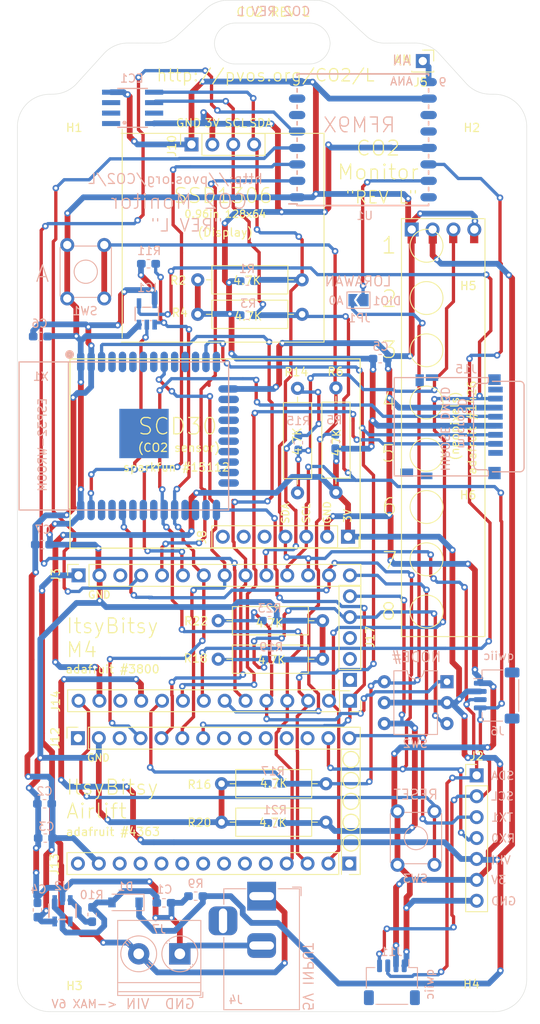
<source format=kicad_pcb>
(kicad_pcb (version 20171130) (host pcbnew 5.1.9-73d0e3b20d~88~ubuntu18.04.1)
  (layers (0 F.Cu signal) (31 B.Cu signal) (34 B.Paste user) (35 F.Paste user) (36 B.SilkS user) (37 F.SilkS user) (38 B.Mask user) (39 F.Mask user) (44 Edge.Cuts user))
  (net 0 "")
  (net 1 +3V3)
  (net 2 GND)
  (net 3 SDA)
  (net 4 SCL)
  (net 5 LORA_DIO1)
  (net 6 "Net-(J5-Pad1)")
  (net 7 MISO)
  (net 8 MOSI)
  (net 9 SCK)
  (net 10 3VESP)
  (net 11 "Net-(C1-Pad1)")
  (net 12 ESP_RX)
  (net 13 EXP_TX)
  (net 14 ~RESET)
  (net 15 "Net-(J1-Pad3)")
  (net 16 10_ESP_CS)
  (net 17 9_ESP_BUSY)
  (net 18 7_ESP_RESET)
  (net 19 5_NEOPIXEL)
  (net 20 2_ESP_GPIO0)
  (net 21 ESP_MISO)
  (net 22 VBAT)
  (net 23 13_LORA_SCK)
  (net 24 11_LORA_MOSI)
  (net 25 12_LORA_MISO)
  (net 26 A5_BUTTON_B)
  (net 27 A4_LORA_CS)
  (net 28 A3_BUTTON_A)
  (net 29 A2_LORA_IRQ)
  (net 30 VHI)
  (net 31 3_LDO_ENABLE)
  (net 32 A0_LORAWAN)
  (net 33 4_SERDAT)
  (net 34 A1_SD_CS)
  (net 35 "Net-(R10-Pad2)")
  (module MountingHole:MountingHole_3.5mm (layer F.Cu) (at 239.8522 -38.5572)
    (fp_text reference H6 (at 0 -4.5) (layer F.SilkS))
    (fp_text value MountingHole)
    (pad 1 np_thru_hole circle (at 0 0) (size 3.5 3.5) (drill 3.5) (layers *.Cu *.Mask))
  )
  (module MountingHole:MountingHole_3.5mm (layer F.Cu) (at 239.8776 -63.9826)
    (fp_text reference H5 (at 0 -4.5) (layer F.SilkS))
    (fp_text value MountingHole)
    (pad 1 np_thru_hole circle (at 0 0) (size 3.5 3.5) (drill 3.5) (layers *.Cu *.Mask))
  )
  (module Connector_JST:JST_SH_SM04B-SRSS-TB_1x04-1MP_P1.00mm_Horizontal (layer B.Cu) (at 243.332 -18.6944 270)
    (fp_text reference J6 (at 4.318 -0.1016) (layer B.SilkS) (effects (justify mirror)))
    (fp_text value Conn_01x04_Female)
    (pad MP smd roundrect (at 2.8 -1.875 270) (size 1.2 1.8) (layers B.Cu B.Paste B.Mask) (roundrect_rratio 0.2083325))
    (pad MP smd roundrect (at -2.8 -1.875 270) (size 1.2 1.8) (layers B.Cu B.Paste B.Mask) (roundrect_rratio 0.2083325))
    (pad 4 smd roundrect (at 1.5 2 270) (size 0.6 1.55) (layers B.Cu B.Paste B.Mask) (net 4 SCL))
    (pad 3 smd roundrect (at 0.5 2 270) (size 0.6 1.55) (layers B.Cu B.Paste B.Mask) (net 3 SDA))
    (pad 2 smd roundrect (at -0.5 2 270) (size 0.6 1.55) (layers B.Cu B.Paste B.Mask) (net 1 +3V3))
    (pad 1 smd roundrect (at -1.5 2 270) (size 0.6 1.55) (layers B.Cu B.Paste B.Mask) (net 2 GND))
  )
  (module Connector_PinHeader_2.54mm:PinHeader_1x07_P2.54mm_Vertical (layer F.Cu) (at 240.8936 -8.9916)
    (fp_text reference J2 (at 0 -2.33) (layer F.SilkS))
    (fp_text value Conn_01x07_Female)
    (pad 7 thru_hole oval (at 0 15.24) (size 1.7 1.7) (drill 1) (layers *.Cu *.Mask) (net 2 GND))
    (pad 6 thru_hole oval (at 0 12.7) (size 1.7 1.7) (drill 1) (layers *.Cu *.Mask) (net 1 +3V3))
    (pad 5 thru_hole oval (at 0 10.16) (size 1.7 1.7) (drill 1) (layers *.Cu *.Mask) (net 30 VHI))
    (pad 4 thru_hole oval (at 0 7.62) (size 1.7 1.7) (drill 1) (layers *.Cu *.Mask) (net 12 ESP_RX))
    (pad 3 thru_hole oval (at 0 5.08) (size 1.7 1.7) (drill 1) (layers *.Cu *.Mask) (net 13 EXP_TX))
    (pad 2 thru_hole oval (at 0 2.54) (size 1.7 1.7) (drill 1) (layers *.Cu *.Mask) (net 4 SCL))
    (pad 1 thru_hole rect (at 0 0) (size 1.7 1.7) (drill 1) (layers *.Cu *.Mask) (net 3 SDA))
  )
  (module footprints:sd2010_dip (layer B.Cu) (at 237.2868 -20.3708 180)
    (fp_text reference SW2 (at 3.8608 -7.5184) (layer B.SilkS) (effects (justify mirror)))
    (fp_text value SW_Coded_SH-7010)
    (pad 8 thru_hole oval (at 7.62 0 180) (size 1.6 1.6) (drill 0.8) (layers *.Cu *.Mask) (net 32 A0_LORAWAN))
    (pad 4 thru_hole oval (at 0 -5.08 180) (size 1.6 1.6) (drill 0.8) (layers *.Cu *.Mask) (net 31 3_LDO_ENABLE))
    (pad C thru_hole oval (at 7.62 -2.54 180) (size 1.6 1.6) (drill 0.8) (layers *.Cu *.Mask) (net 1 +3V3))
    (pad C thru_hole oval (at 0 -2.54 180) (size 1.6 1.6) (drill 0.8) (layers *.Cu *.Mask) (net 1 +3V3))
    (pad 2 thru_hole oval (at 7.62 -5.08 180) (size 1.6 1.6) (drill 0.8) (layers *.Cu *.Mask) (net 33 4_SERDAT))
    (pad 1 thru_hole rect (at 0 0 180) (size 1.6 1.6) (drill 0.8) (layers *.Cu *.Mask) (net 26 A5_BUTTON_B))
  )
  (module Resistor_SMD:R_0603_1608Metric_Pad1.05x0.95mm_HandSolder (layer B.Cu) (at 215.6968 -27.7876)
    (fp_text reference R23 (at 0 -1.5164) (layer B.SilkS) (effects (justify mirror)))
    (fp_text value 4.7K)
    (pad 2 smd roundrect (at 0.875 0) (size 1.05 0.95) (layers B.Cu B.Paste B.Mask) (net 2 GND))
    (pad 1 smd roundrect (at -0.875 0) (size 1.05 0.95) (layers B.Cu B.Paste B.Mask) (net 26 A5_BUTTON_B))
  )
  (module Resistor_THT:R_Axial_DIN0309_L9.0mm_D3.2mm_P12.70mm_Horizontal (layer F.Cu) (at 209.4484 -27.7876)
    (fp_text reference R22 (at -2.6924 0.0508 180) (layer F.SilkS))
    (fp_text value 4.7K)
    (pad 2 thru_hole oval (at 12.7 0) (size 1.6 1.6) (drill 0.8) (layers *.Cu *.Mask) (net 2 GND))
    (pad 1 thru_hole circle (at 0 0) (size 1.6 1.6) (drill 0.8) (layers *.Cu *.Mask) (net 26 A5_BUTTON_B))
  )
  (module Resistor_SMD:R_0603_1608Metric_Pad1.05x0.95mm_HandSolder (layer B.Cu) (at 216.3572 -3.2004 180)
    (fp_text reference R21 (at 0 1.5748) (layer B.SilkS) (effects (justify mirror)))
    (fp_text value 4.7K)
    (pad 2 smd roundrect (at 0.875 0 180) (size 1.05 0.95) (layers B.Cu B.Paste B.Mask) (net 2 GND))
    (pad 1 smd roundrect (at -0.875 0 180) (size 1.05 0.95) (layers B.Cu B.Paste B.Mask) (net 33 4_SERDAT))
  )
  (module Resistor_THT:R_Axial_DIN0309_L9.0mm_D3.2mm_P12.70mm_Horizontal (layer F.Cu) (at 222.5548 -3.302 180)
    (fp_text reference R20 (at 15.3924 -0.0508 180) (layer F.SilkS))
    (fp_text value 4.7K)
    (pad 1 thru_hole circle (at 0 0 180) (size 1.6 1.6) (drill 0.8) (layers *.Cu *.Mask) (net 33 4_SERDAT))
    (pad 2 thru_hole oval (at 12.7 0 180) (size 1.6 1.6) (drill 0.8) (layers *.Cu *.Mask) (net 2 GND))
  )
  (module Resistor_SMD:R_0603_1608Metric_Pad1.05x0.95mm_HandSolder (layer B.Cu) (at 215.9 -23.0632)
    (fp_text reference R19 (at 0 -1.5164) (layer B.SilkS) (effects (justify mirror)))
    (fp_text value 4.7K)
    (pad 2 smd roundrect (at 0.875 0) (size 1.05 0.95) (layers B.Cu B.Paste B.Mask) (net 2 GND))
    (pad 1 smd roundrect (at -0.875 0) (size 1.05 0.95) (layers B.Cu B.Paste B.Mask) (net 31 3_LDO_ENABLE))
  )
  (module Resistor_THT:R_Axial_DIN0309_L9.0mm_D3.2mm_P12.70mm_Horizontal (layer F.Cu) (at 209.4484 -23.114)
    (fp_text reference R18 (at -2.7432 -0.1016 180) (layer F.SilkS))
    (fp_text value 4.7K)
    (pad 2 thru_hole oval (at 12.7 0) (size 1.6 1.6) (drill 0.8) (layers *.Cu *.Mask) (net 2 GND))
    (pad 1 thru_hole circle (at 0 0) (size 1.6 1.6) (drill 0.8) (layers *.Cu *.Mask) (net 31 3_LDO_ENABLE))
  )
  (module Resistor_SMD:R_0603_1608Metric_Pad1.05x0.95mm_HandSolder (layer B.Cu) (at 216.3064 -7.9756 180)
    (fp_text reference R17 (at 0.2032 1.524) (layer B.SilkS) (effects (justify mirror)))
    (fp_text value 4.7K)
    (pad 2 smd roundrect (at 0.875 0 180) (size 1.05 0.95) (layers B.Cu B.Paste B.Mask) (net 2 GND))
    (pad 1 smd roundrect (at -0.875 0 180) (size 1.05 0.95) (layers B.Cu B.Paste B.Mask) (net 32 A0_LORAWAN))
  )
  (module Resistor_THT:R_Axial_DIN0309_L9.0mm_D3.2mm_P12.70mm_Horizontal (layer F.Cu) (at 222.5548 -7.9756 180)
    (fp_text reference R16 (at 15.3924 -0.1016 180) (layer F.SilkS))
    (fp_text value 4.7K)
    (pad 2 thru_hole oval (at 12.7 0 180) (size 1.6 1.6) (drill 0.8) (layers *.Cu *.Mask) (net 2 GND))
    (pad 1 thru_hole circle (at 0 0 180) (size 1.6 1.6) (drill 0.8) (layers *.Cu *.Mask) (net 32 A0_LORAWAN))
  )
  (module Capacitor_SMD:C_0603_1608Metric_Pad1.05x0.95mm_HandSolder (layer B.Cu) (at 188.0616 -37.0332)
    (fp_text reference C7 (at 0.0508 -1.8288 180) (layer B.SilkS) (effects (justify mirror)))
    (fp_text value 10u)
    (pad 1 smd roundrect (at -0.875 0) (size 1.05 0.95) (layers B.Cu B.Paste B.Mask) (net 10 3VESP))
    (pad 2 smd roundrect (at 0.875 0) (size 1.05 0.95) (layers B.Cu B.Paste B.Mask) (net 2 GND))
  )
  (module Capacitor_SMD:C_0603_1608Metric_Pad1.05x0.95mm_HandSolder (layer B.Cu) (at 187.8076 -62.3316)
    (fp_text reference C6 (at -0.1016 -1.5748) (layer B.SilkS) (effects (justify mirror)))
    (fp_text value 0.1u)
    (pad 1 smd roundrect (at -0.875 0) (size 1.05 0.95) (layers B.Cu B.Paste B.Mask) (net 10 3VESP))
    (pad 2 smd roundrect (at 0.875 0) (size 1.05 0.95) (layers B.Cu B.Paste B.Mask) (net 2 GND))
  )
  (module footprints:SOT23-5 (layer B.Cu) (at 190.5 7.4676)
    (fp_text reference U2 (at 1.0668 -2.4384 180) (layer B.SilkS) (effects (justify left bottom mirror)))
    (fp_text value VREG_SOT23-5)
    (pad 5 smd rect (at -0.95 1.3001) (size 0.55 1.2) (layers B.Cu B.Paste B.Mask) (net 10 3VESP))
    (pad 4 smd rect (at 0.95 1.3001) (size 0.55 1.2) (layers B.Cu B.Paste B.Mask))
    (pad 3 smd rect (at 0.95 -1.3001) (size 0.55 1.2) (layers B.Cu B.Paste B.Mask) (net 35 "Net-(R10-Pad2)"))
    (pad 2 smd rect (at 0 -1.3001) (size 0.55 1.2) (layers B.Cu B.Paste B.Mask) (net 2 GND))
    (pad 1 smd rect (at -0.95 -1.3001) (size 0.55 1.2) (layers B.Cu B.Paste B.Mask) (net 11 "Net-(C1-Pad1)"))
  )
  (module Connector_BarrelJack:BarrelJack_Horizontal (layer B.Cu) (at 214.7316 5.6896 90)
    (fp_text reference J4 (at -12.5984 -3.1496 180) (layer B.SilkS) (effects (justify mirror)))
    (fp_text value Barrel_Jack_MountingPin)
    (pad 3 thru_hole roundrect (at -3 -4.7 90) (size 3.5 3.5) (drill oval 3 1) (layers *.Cu *.Mask))
    (pad 2 thru_hole roundrect (at -6 0 90) (size 3 3.5) (drill oval 1 3) (layers *.Cu *.Mask) (net 2 GND))
    (pad 1 thru_hole rect (at 0 0 90) (size 3.5 3.5) (drill oval 1 3) (layers *.Cu *.Mask) (net 22 VBAT))
  )
  (module Resistor_THT:R_Axial_DIN0309_L9.0mm_D3.2mm_P12.70mm_Horizontal (layer F.Cu) (at 219.1004 -43.3324 90)
    (fp_text reference R14 (at 14.6812 -0.1524) (layer F.SilkS))
    (fp_text value 500)
    (pad 2 thru_hole oval (at 12.7 0 90) (size 1.6 1.6) (drill 0.8) (layers *.Cu *.Mask) (net 19 5_NEOPIXEL))
    (pad 1 thru_hole circle (at 0 0 90) (size 1.6 1.6) (drill 0.8) (layers *.Cu *.Mask) (net 15 "Net-(J1-Pad3)"))
  )
  (module Button_Switch_THT:SW_TH_Tactile_Omron_B3F-10xx (layer B.Cu) (at 235.7628 1.8796 90)
    (fp_text reference SW3 (at -1.6764 -2.3368 180) (layer B.SilkS) (effects (justify mirror)))
    (fp_text value SW_Push_Dual)
    (pad 1 thru_hole circle (at 0 0 90) (size 1.7 1.7) (drill 1) (layers *.Cu *.Mask) (net 14 ~RESET))
    (pad 2 thru_hole circle (at 6.5 0 90) (size 1.7 1.7) (drill 1) (layers *.Cu *.Mask) (net 14 ~RESET))
    (pad 3 thru_hole circle (at 0 -4.5 90) (size 1.7 1.7) (drill 1) (layers *.Cu *.Mask) (net 2 GND))
    (pad 4 thru_hole circle (at 6.5 -4.5 90) (size 1.7 1.7) (drill 1) (layers *.Cu *.Mask) (net 2 GND))
  )
  (module TerminalBlock_Phoenix:TerminalBlock_Phoenix_PT-1,5-2-5.0-H_1x02_P5.00mm_Horizontal (layer B.Cu) (at 204.7748 12.7 180)
    (fp_text reference J7 (at 2.54 2.9972 180) (layer B.SilkS) (effects (justify mirror)))
    (fp_text value Screw_Terminal_01x02)
    (pad 2 thru_hole circle (at 5 0 180) (size 2.6 2.6) (drill 1.3) (layers *.Cu *.Mask) (net 22 VBAT))
    (pad 1 thru_hole rect (at 0 0 180) (size 2.6 2.6) (drill 1.3) (layers *.Cu *.Mask) (net 2 GND))
  )
  (module MountingHole:MountingHole_2.2mm_M2 (layer F.Cu) (at 227.1776 11.0236)
    (fp_text reference H10 hide)
    (fp_text value MountingHole)
    (pad 1 np_thru_hole circle (at 0 0) (size 2.2 2.2) (drill 2.2) (layers *.Cu *.Mask))
  )
  (module MountingHole:MountingHole_2.2mm_M2 (layer F.Cu) (at 222.1484 11.0236)
    (fp_text reference H9 hide)
    (fp_text value MountingHole)
    (pad 1 np_thru_hole circle (at 0 0) (size 2.2 2.2) (drill 2.2) (layers *.Cu *.Mask))
  )
  (module MountingHole:MountingHole_2.2mm_M2 (layer F.Cu) (at 227.1268 6.096)
    (fp_text reference H8 hide)
    (fp_text value MountingHole)
    (pad 1 np_thru_hole circle (at 0 0) (size 2.2 2.2) (drill 2.2) (layers *.Cu *.Mask))
  )
  (module MountingHole:MountingHole_2.2mm_M2 (layer F.Cu) (at 222.0976 6.0452)
    (fp_text reference H7 hide)
    (fp_text value MountingHole)
    (pad 1 np_thru_hole circle (at 0 0) (size 2.2 2.2) (drill 2.2) (layers *.Cu *.Mask))
  )
  (module footprints:DM3D-SF_outline (layer B.Cu) (at 242.316 -51.3842 270)
    (fp_text reference J15 (at -6.985 2.6924 180) (layer B.SilkS) (effects (justify mirror)))
    (fp_text value Micro_SD_Card hide)
    (pad 8 smd rect (at -4.5 -0.875 270) (size 0.7 1.75) (layers B.Cu B.Paste B.Mask))
    (pad 9 smd rect (at -5.7 -0.75 270) (size 1.3 1.5) (layers B.Cu B.Paste B.Mask))
    (pad 10 smd rect (at -5.95 6.85 270) (size 0.8 1.5) (layers B.Cu B.Paste B.Mask))
    (pad B smd rect (at -5.625 8.35 270) (size 1.45 1) (layers B.Cu B.Paste B.Mask))
    (pad 11 smd rect (at 6 7.5 270) (size 0.8 1.4) (layers B.Cu B.Paste B.Mask))
    (pad 7 smd rect (at -3.4 -0.875 270) (size 0.7 1.75) (layers B.Cu B.Paste B.Mask) (net 7 MISO))
    (pad 6 smd rect (at -2.3 -0.875 270) (size 0.7 1.75) (layers B.Cu B.Paste B.Mask) (net 2 GND))
    (pad 5 smd rect (at -1.2 -0.875 270) (size 0.7 1.75) (layers B.Cu B.Paste B.Mask) (net 9 SCK))
    (pad 4 smd rect (at -0.1 -0.875 270) (size 0.7 1.75) (layers B.Cu B.Paste B.Mask) (net 1 +3V3))
    (pad 3 smd rect (at 1 -0.875 270) (size 0.7 1.75) (layers B.Cu B.Paste B.Mask) (net 8 MOSI))
    (pad 2 smd rect (at 2.1 -0.875 270) (size 0.7 1.75) (layers B.Cu B.Paste B.Mask) (net 34 A1_SD_CS))
    (pad 1 smd rect (at 3.2 -0.875 270) (size 0.7 1.75) (layers B.Cu B.Paste B.Mask))
    (pad 12 smd rect (at 5.65 -0.75 270) (size 1.5 1.5) (layers B.Cu B.Paste B.Mask))
    (pad A smd rect (at 5.6 9.925 270) (size 1 1.55) (layers B.Cu B.Paste B.Mask))
  )
  (module Resistor_THT:R_Axial_DIN0309_L9.0mm_D3.2mm_P12.70mm_Horizontal (layer F.Cu) (at 206.9592 -65.026777)
    (fp_text reference R4 (at -2.1844 -0.200423 180) (layer F.SilkS))
    (fp_text value R)
    (pad 2 thru_hole oval (at 12.7 0) (size 1.6 1.6) (drill 0.8) (layers *.Cu *.Mask) (net 4 SCL))
    (pad 1 thru_hole circle (at 0 0) (size 1.6 1.6) (drill 0.8) (layers *.Cu *.Mask) (net 1 +3V3))
  )
  (module Resistor_THT:R_Axial_DIN0309_L9.0mm_D3.2mm_P12.70mm_Horizontal (layer F.Cu) (at 206.9592 -69.21824)
    (fp_text reference R2 (at -2.3876 0.07944 180) (layer F.SilkS))
    (fp_text value R)
    (pad 2 thru_hole oval (at 12.7 0) (size 1.6 1.6) (drill 0.8) (layers *.Cu *.Mask) (net 3 SDA))
    (pad 1 thru_hole circle (at 0 0) (size 1.6 1.6) (drill 0.8) (layers *.Cu *.Mask) (net 1 +3V3))
  )
  (module Resistor_THT:R_Axial_DIN0309_L9.0mm_D3.2mm_P12.70mm_Horizontal (layer F.Cu) (at 223.773538 -43.3832 90)
    (fp_text reference R6 (at 14.6812 -0.050338 180) (layer F.SilkS))
    (fp_text value 4.7K)
    (pad 2 thru_hole oval (at 12.7 0 90) (size 1.6 1.6) (drill 0.8) (layers *.Cu *.Mask) (net 28 A3_BUTTON_A))
    (pad 1 thru_hole circle (at 0 0 90) (size 1.6 1.6) (drill 0.8) (layers *.Cu *.Mask) (net 1 +3V3))
  )
  (module Resistor_SMD:R_0603_1608Metric_Pad1.05x0.95mm_HandSolder (layer B.Cu) (at 219.202 -49.4284 90)
    (fp_text reference R15 (at 2.6416 0 180) (layer B.SilkS) (effects (justify mirror)))
    (fp_text value 500)
    (pad 2 smd roundrect (at 0.875 0 90) (size 1.05 0.95) (layers B.Cu B.Paste B.Mask) (net 19 5_NEOPIXEL))
    (pad 1 smd roundrect (at -0.875 0 90) (size 1.05 0.95) (layers B.Cu B.Paste B.Mask) (net 15 "Net-(J1-Pad3)"))
  )
  (module Diode_SMD:D_SOD-123 (layer B.Cu) (at 198.1708 6.4516 180)
    (fp_text reference D1 (at 0 1.9304 180) (layer B.SilkS) (effects (justify mirror)))
    (fp_text value DIODE)
    (pad 2 smd rect (at 1.65 0 180) (size 0.9 1.2) (layers B.Cu B.Paste B.Mask) (net 11 "Net-(C1-Pad1)"))
    (pad 1 smd rect (at -1.65 0 180) (size 0.9 1.2) (layers B.Cu B.Paste B.Mask) (net 30 VHI))
  )
  (module footprints:PinSocket_1x04_P2.54mm_Vertical_no_silk (layer F.Cu) (at 232.9942 -75.3364 90)
    (fp_text reference J1 hide)
    (fp_text value Conn_01x04_Female)
    (pad 1 thru_hole rect (at 0 0 90) (size 1.7 1.7) (drill 1) (layers *.Cu *.Mask) (net 2 GND))
    (pad 2 thru_hole oval (at 0 2.54 90) (size 1.7 1.7) (drill 1) (layers *.Cu *.Mask) (net 30 VHI))
    (pad 3 thru_hole oval (at 0 5.08 90) (size 1.7 1.7) (drill 1) (layers *.Cu *.Mask) (net 15 "Net-(J1-Pad3)"))
    (pad 4 thru_hole oval (at 0 7.62 90) (size 1.7 1.7) (drill 1) (layers *.Cu *.Mask) (net 2 GND))
  )
  (module footprints:TestPoint_Pad_1.0x1.0mm_no_silk (layer F.Cu) (at 240.59642 -74.16546)
    (fp_text reference TP4 hide)
    (fp_text value TestPoint)
    (pad 1 smd rect (at 0 0) (size 1 1) (layers F.Cu F.Mask) (net 2 GND))
  )
  (module footprints:TestPoint_Pad_1.0x1.0mm_no_silk (layer F.Cu) (at 238.04626 -74.17308)
    (fp_text reference TP3 hide)
    (fp_text value TestPoint)
    (pad 1 smd rect (at 0 0) (size 1 1) (layers F.Cu F.Mask) (net 15 "Net-(J1-Pad3)"))
  )
  (module footprints:TestPoint_Pad_1.0x1.0mm_no_silk (layer F.Cu) (at 235.55706 -74.11212)
    (fp_text reference TP2 hide)
    (fp_text value TestPoint)
    (pad 1 smd rect (at 0 0) (size 1 1) (layers F.Cu F.Mask) (net 30 VHI))
  )
  (module footprints:TestPoint_Pad_1.0x1.0mm_no_silk (layer F.Cu) (at 232.98912 -74.13752)
    (fp_text reference TP1 hide)
    (fp_text value TestPoint)
    (pad 1 smd rect (at 0 0) (size 1 1) (layers F.Cu F.Mask) (net 2 GND))
  )
  (module Capacitor_SMD:C_0603_1608Metric_Pad1.05x0.95mm_HandSolder (layer B.Cu) (at 229.1588 -59.6392)
    (fp_text reference C5 (at 0.0508 -1.4732) (layer B.SilkS) (effects (justify mirror)))
    (fp_text value 1u)
    (pad 2 smd roundrect (at 0.875 0) (size 1.05 0.95) (layers B.Cu B.Paste B.Mask) (net 2 GND))
    (pad 1 smd roundrect (at -0.875 0) (size 1.05 0.95) (layers B.Cu B.Paste B.Mask) (net 1 +3V3))
  )
  (module Connector_PinSocket_2.54mm:PinSocket_1x05_P2.54mm_Vertical (layer F.Cu) (at 225.4758 -20.5994 180)
    (fp_text reference J17 (at -2.4638 5.207 90) (layer F.SilkS))
    (fp_text value Conn_01x05_Female)
    (pad 1 thru_hole rect (at 0 0 180) (size 1.7 1.7) (drill 1) (layers *.Cu *.Mask))
    (pad 2 thru_hole oval (at 0 2.54 180) (size 1.7 1.7) (drill 1) (layers *.Cu *.Mask))
    (pad 3 thru_hole oval (at 0 5.08 180) (size 1.7 1.7) (drill 1) (layers *.Cu *.Mask))
    (pad 4 thru_hole oval (at 0 7.62 180) (size 1.7 1.7) (drill 1) (layers *.Cu *.Mask) (net 31 3_LDO_ENABLE))
    (pad 5 thru_hole oval (at 0 10.16 180) (size 1.7 1.7) (drill 1) (layers *.Cu *.Mask) (net 33 4_SERDAT))
  )
  (module Connector_PinSocket_2.54mm:PinSocket_1x14_P2.54mm_Vertical (layer F.Cu) (at 225.4758 -18.0594 270)
    (fp_text reference J14 (at 0.0762 35.7886 90) (layer F.SilkS))
    (fp_text value Conn_01x14_Female)
    (pad 1 thru_hole rect (at 0 0 270) (size 1.7 1.7) (drill 1) (layers *.Cu *.Mask) (net 20 2_ESP_GPIO0))
    (pad 2 thru_hole oval (at 0 2.54 270) (size 1.7 1.7) (drill 1) (layers *.Cu *.Mask) (net 7 MISO))
    (pad 3 thru_hole oval (at 0 5.08 270) (size 1.7 1.7) (drill 1) (layers *.Cu *.Mask) (net 8 MOSI))
    (pad 4 thru_hole oval (at 0 7.62 270) (size 1.7 1.7) (drill 1) (layers *.Cu *.Mask) (net 9 SCK))
    (pad 5 thru_hole oval (at 0 10.16 270) (size 1.7 1.7) (drill 1) (layers *.Cu *.Mask) (net 26 A5_BUTTON_B))
    (pad 6 thru_hole oval (at 0 12.7 270) (size 1.7 1.7) (drill 1) (layers *.Cu *.Mask) (net 27 A4_LORA_CS))
    (pad 7 thru_hole oval (at 0 15.24 270) (size 1.7 1.7) (drill 1) (layers *.Cu *.Mask) (net 28 A3_BUTTON_A))
    (pad 8 thru_hole oval (at 0 17.78 270) (size 1.7 1.7) (drill 1) (layers *.Cu *.Mask) (net 29 A2_LORA_IRQ))
    (pad 9 thru_hole oval (at 0 20.32 270) (size 1.7 1.7) (drill 1) (layers *.Cu *.Mask) (net 34 A1_SD_CS))
    (pad 10 thru_hole oval (at 0 22.86 270) (size 1.7 1.7) (drill 1) (layers *.Cu *.Mask) (net 32 A0_LORAWAN))
    (pad 11 thru_hole oval (at 0 25.4 270) (size 1.7 1.7) (drill 1) (layers *.Cu *.Mask) (net 30 VHI))
    (pad 12 thru_hole oval (at 0 27.94 270) (size 1.7 1.7) (drill 1) (layers *.Cu *.Mask))
    (pad 13 thru_hole oval (at 0 30.48 270) (size 1.7 1.7) (drill 1) (layers *.Cu *.Mask) (net 1 +3V3))
    (pad 14 thru_hole oval (at 0 33.02 270) (size 1.7 1.7) (drill 1) (layers *.Cu *.Mask) (net 14 ~RESET))
  )
  (module Connector_PinSocket_2.54mm:PinSocket_1x14_P2.54mm_Vertical (layer F.Cu) (at 225.3996 1.7272 270)
    (fp_text reference J13 (at 0.1016 35.8648 270) (layer F.SilkS))
    (fp_text value Conn_01x14_Female)
    (pad 1 thru_hole rect (at 0 0 270) (size 1.7 1.7) (drill 1) (layers *.Cu *.Mask))
    (pad 2 thru_hole oval (at 0 2.54 270) (size 1.7 1.7) (drill 1) (layers *.Cu *.Mask) (net 7 MISO))
    (pad 3 thru_hole oval (at 0 5.08 270) (size 1.7 1.7) (drill 1) (layers *.Cu *.Mask) (net 8 MOSI))
    (pad 4 thru_hole oval (at 0 7.62 270) (size 1.7 1.7) (drill 1) (layers *.Cu *.Mask) (net 9 SCK))
    (pad 5 thru_hole oval (at 0 10.16 270) (size 1.7 1.7) (drill 1) (layers *.Cu *.Mask))
    (pad 6 thru_hole oval (at 0 12.7 270) (size 1.7 1.7) (drill 1) (layers *.Cu *.Mask))
    (pad 7 thru_hole oval (at 0 15.24 270) (size 1.7 1.7) (drill 1) (layers *.Cu *.Mask))
    (pad 8 thru_hole oval (at 0 17.78 270) (size 1.7 1.7) (drill 1) (layers *.Cu *.Mask))
    (pad 9 thru_hole oval (at 0 20.32 270) (size 1.7 1.7) (drill 1) (layers *.Cu *.Mask))
    (pad 10 thru_hole oval (at 0 22.86 270) (size 1.7 1.7) (drill 1) (layers *.Cu *.Mask))
    (pad 11 thru_hole oval (at 0 25.4 270) (size 1.7 1.7) (drill 1) (layers *.Cu *.Mask))
    (pad 12 thru_hole oval (at 0 27.94 270) (size 1.7 1.7) (drill 1) (layers *.Cu *.Mask))
    (pad 13 thru_hole oval (at 0 30.48 270) (size 1.7 1.7) (drill 1) (layers *.Cu *.Mask) (net 10 3VESP))
    (pad 14 thru_hole oval (at 0 33.02 270) (size 1.7 1.7) (drill 1) (layers *.Cu *.Mask))
  )
  (module Connector_PinSocket_2.54mm:PinSocket_1x14_P2.54mm_Vertical (layer F.Cu) (at 192.3796 -13.5128 90)
    (fp_text reference J12 (at 0 -2.77 90) (layer F.SilkS))
    (fp_text value Conn_01x14_Female)
    (pad 1 thru_hole rect (at 0 0 90) (size 1.7 1.7) (drill 1) (layers *.Cu *.Mask))
    (pad 2 thru_hole oval (at 0 2.54 90) (size 1.7 1.7) (drill 1) (layers *.Cu *.Mask) (net 2 GND))
    (pad 3 thru_hole oval (at 0 5.08 90) (size 1.7 1.7) (drill 1) (layers *.Cu *.Mask))
    (pad 4 thru_hole oval (at 0 7.62 90) (size 1.7 1.7) (drill 1) (layers *.Cu *.Mask) (net 16 10_ESP_CS))
    (pad 5 thru_hole oval (at 0 10.16 90) (size 1.7 1.7) (drill 1) (layers *.Cu *.Mask) (net 18 7_ESP_RESET))
    (pad 6 thru_hole oval (at 0 12.7 90) (size 1.7 1.7) (drill 1) (layers *.Cu *.Mask) (net 17 9_ESP_BUSY))
    (pad 7 thru_hole oval (at 0 15.24 90) (size 1.7 1.7) (drill 1) (layers *.Cu *.Mask) (net 20 2_ESP_GPIO0))
    (pad 8 thru_hole oval (at 0 17.78 90) (size 1.7 1.7) (drill 1) (layers *.Cu *.Mask))
    (pad 9 thru_hole oval (at 0 20.32 90) (size 1.7 1.7) (drill 1) (layers *.Cu *.Mask))
    (pad 10 thru_hole oval (at 0 22.86 90) (size 1.7 1.7) (drill 1) (layers *.Cu *.Mask))
    (pad 11 thru_hole oval (at 0 25.4 90) (size 1.7 1.7) (drill 1) (layers *.Cu *.Mask))
    (pad 12 thru_hole oval (at 0 27.94 90) (size 1.7 1.7) (drill 1) (layers *.Cu *.Mask))
    (pad 13 thru_hole oval (at 0 30.48 90) (size 1.7 1.7) (drill 1) (layers *.Cu *.Mask) (net 12 ESP_RX))
    (pad 14 thru_hole oval (at 0 33.02 90) (size 1.7 1.7) (drill 1) (layers *.Cu *.Mask) (net 13 EXP_TX))
  )
  (module Connector_PinSocket_2.54mm:PinSocket_1x14_P2.54mm_Vertical (layer F.Cu) (at 192.4558 -33.2994 90)
    (fp_text reference J3 (at 0 -2.77 90) (layer F.SilkS))
    (fp_text value Conn_01x14_Female)
    (pad 1 thru_hole rect (at 0 0 90) (size 1.7 1.7) (drill 1) (layers *.Cu *.Mask) (net 22 VBAT))
    (pad 2 thru_hole oval (at 0 2.54 90) (size 1.7 1.7) (drill 1) (layers *.Cu *.Mask) (net 2 GND))
    (pad 3 thru_hole oval (at 0 5.08 90) (size 1.7 1.7) (drill 1) (layers *.Cu *.Mask))
    (pad 4 thru_hole oval (at 0 7.62 90) (size 1.7 1.7) (drill 1) (layers *.Cu *.Mask) (net 23 13_LORA_SCK))
    (pad 5 thru_hole oval (at 0 10.16 90) (size 1.7 1.7) (drill 1) (layers *.Cu *.Mask) (net 25 12_LORA_MISO))
    (pad 6 thru_hole oval (at 0 12.7 90) (size 1.7 1.7) (drill 1) (layers *.Cu *.Mask) (net 24 11_LORA_MOSI))
    (pad 7 thru_hole oval (at 0 15.24 90) (size 1.7 1.7) (drill 1) (layers *.Cu *.Mask) (net 16 10_ESP_CS))
    (pad 8 thru_hole oval (at 0 17.78 90) (size 1.7 1.7) (drill 1) (layers *.Cu *.Mask) (net 17 9_ESP_BUSY))
    (pad 9 thru_hole oval (at 0 20.32 90) (size 1.7 1.7) (drill 1) (layers *.Cu *.Mask) (net 18 7_ESP_RESET))
    (pad 10 thru_hole oval (at 0 22.86 90) (size 1.7 1.7) (drill 1) (layers *.Cu *.Mask) (net 19 5_NEOPIXEL))
    (pad 11 thru_hole oval (at 0 25.4 90) (size 1.7 1.7) (drill 1) (layers *.Cu *.Mask) (net 4 SCL))
    (pad 12 thru_hole oval (at 0 27.94 90) (size 1.7 1.7) (drill 1) (layers *.Cu *.Mask) (net 3 SDA))
    (pad 13 thru_hole oval (at 0 30.48 90) (size 1.7 1.7) (drill 1) (layers *.Cu *.Mask) (net 12 ESP_RX))
    (pad 14 thru_hole oval (at 0 33.02 90) (size 1.7 1.7) (drill 1) (layers *.Cu *.Mask) (net 13 EXP_TX))
  )
  (module Resistor_SMD:R_0603_1608Metric_Pad1.05x0.95mm_HandSolder (layer B.Cu) (at 223.6978 -49.5712 90)
    (fp_text reference R5 (at 2.6004 -0.127 180) (layer B.SilkS) (effects (justify mirror)))
    (fp_text value 4.7K)
    (pad 2 smd roundrect (at 0.875 0 90) (size 1.05 0.95) (layers B.Cu B.Paste B.Mask) (net 28 A3_BUTTON_A))
    (pad 1 smd roundrect (at -0.875 0 90) (size 1.05 0.95) (layers B.Cu B.Paste B.Mask) (net 1 +3V3))
  )
  (module Resistor_SMD:R_0603_1608Metric_Pad1.05x0.95mm_HandSolder (layer B.Cu) (at 212.9948 -64.9224)
    (fp_text reference R3 (at 0.1112 -1.4224) (layer B.SilkS) (effects (justify mirror)))
    (fp_text value R)
    (pad 2 smd roundrect (at 0.875 0) (size 1.05 0.95) (layers B.Cu B.Paste B.Mask) (net 4 SCL))
    (pad 1 smd roundrect (at -0.875 0) (size 1.05 0.95) (layers B.Cu B.Paste B.Mask) (net 1 +3V3))
  )
  (module Resistor_SMD:R_0603_1608Metric_Pad1.05x0.95mm_HandSolder (layer B.Cu) (at 212.9948 -69.0626)
    (fp_text reference R1 (at -0.0412 -1.4986) (layer B.SilkS) (effects (justify mirror)))
    (fp_text value R)
    (pad 2 smd roundrect (at 0.875 0) (size 1.05 0.95) (layers B.Cu B.Paste B.Mask) (net 3 SDA))
    (pad 1 smd roundrect (at -0.875 0) (size 1.05 0.95) (layers B.Cu B.Paste B.Mask) (net 1 +3V3))
  )
  (module Capacitor_SMD:C_0603_1608Metric_Pad1.05x0.95mm_HandSolder (layer B.Cu) (at 202.8444 6.5024)
    (fp_text reference C1 (at 0.0508 -1.6256) (layer B.SilkS) (effects (justify mirror)))
    (fp_text value 10u)
    (pad 1 smd roundrect (at -0.875 0) (size 1.05 0.95) (layers B.Cu B.Paste B.Mask) (net 11 "Net-(C1-Pad1)"))
    (pad 2 smd roundrect (at 0.875 0) (size 1.05 0.95) (layers B.Cu B.Paste B.Mask) (net 2 GND))
  )
  (module Resistor_SMD:R_0603_1608Metric_Pad1.05x0.95mm_HandSolder (layer B.Cu) (at 200.9648 -71.1708)
    (fp_text reference R11 (at 0.0762 -1.5748) (layer B.SilkS) (effects (justify mirror)))
    (fp_text value 10K)
    (pad 2 smd roundrect (at 0.875 0) (size 1.05 0.95) (layers B.Cu B.Paste B.Mask) (net 16 10_ESP_CS))
    (pad 1 smd roundrect (at -0.875 0) (size 1.05 0.95) (layers B.Cu B.Paste B.Mask) (net 10 3VESP))
  )
  (module Resistor_SMD:R_0603_1608Metric_Pad1.05x0.95mm_HandSolder (layer B.Cu) (at 194.1068 7.9248 270)
    (fp_text reference R10 (at -2.3876 0.0508 180) (layer B.SilkS) (effects (justify mirror)))
    (fp_text value 100k)
    (pad 2 smd roundrect (at 0.875 0 270) (size 1.05 0.95) (layers B.Cu B.Paste B.Mask) (net 35 "Net-(R10-Pad2)"))
    (pad 1 smd roundrect (at -0.875 0 270) (size 1.05 0.95) (layers B.Cu B.Paste B.Mask) (net 11 "Net-(C1-Pad1)"))
  )
  (module Resistor_SMD:R_0603_1608Metric_Pad1.05x0.95mm_HandSolder (layer B.Cu) (at 206.7052 5.6896 180)
    (fp_text reference R9 (at 0 1.524) (layer B.SilkS) (effects (justify mirror)))
    (fp_text value 100k)
    (pad 1 smd roundrect (at -0.875 0 180) (size 1.05 0.95) (layers B.Cu B.Paste B.Mask) (net 30 VHI))
    (pad 2 smd roundrect (at 0.875 0 180) (size 1.05 0.95) (layers B.Cu B.Paste B.Mask) (net 2 GND))
  )
  (module Capacitor_SMD:C_0603_1608Metric_Pad1.05x0.95mm_HandSolder (layer B.Cu) (at 187.452 7.366 90)
    (fp_text reference C4 (at 2.5146 0.127 180) (layer B.SilkS) (effects (justify mirror)))
    (fp_text value 10u)
    (pad 1 smd roundrect (at -0.875 0 90) (size 1.05 0.95) (layers B.Cu B.Paste B.Mask) (net 10 3VESP))
    (pad 2 smd roundrect (at 0.875 0 90) (size 1.05 0.95) (layers B.Cu B.Paste B.Mask) (net 2 GND))
  )
  (module Capacitor_SMD:C_0603_1608Metric_Pad1.05x0.95mm_HandSolder (layer B.Cu) (at 188.4172 -1.3716 180)
    (fp_text reference C3 (at -0.127 1.397) (layer B.SilkS) (effects (justify mirror)))
    (fp_text value 10u)
    (pad 1 smd roundrect (at -0.875 0 180) (size 1.05 0.95) (layers B.Cu B.Paste B.Mask) (net 10 3VESP))
    (pad 2 smd roundrect (at 0.875 0 180) (size 1.05 0.95) (layers B.Cu B.Paste B.Mask) (net 2 GND))
  )
  (module Capacitor_SMD:C_0603_1608Metric_Pad1.05x0.95mm_HandSolder (layer B.Cu) (at 188.3156 -5.5372 180)
    (fp_text reference C2 (at 0 1.524) (layer B.SilkS) (effects (justify mirror)))
    (fp_text value 0.1u)
    (pad 1 smd roundrect (at -0.875 0 180) (size 1.05 0.95) (layers B.Cu B.Paste B.Mask) (net 10 3VESP))
    (pad 2 smd roundrect (at 0.875 0 180) (size 1.05 0.95) (layers B.Cu B.Paste B.Mask) (net 2 GND))
  )
  (module footprints:ESP32-WROOM (layer B.Cu) (at 197.9676 -50.2412 90)
    (fp_text reference X1 (at 7.2136 -10.1092) (layer B.SilkS) (effects (justify mirror)))
    (fp_text value ESP32_WROOM32)
    (fp_text user ESP32-WROOM (at -1.0668 -9.906 270) (layer B.SilkS) (effects (justify mirror)))
    (pad 38 smd oval (at -9 -5.25 90) (size 2.5 0.9) (layers B.Cu B.Paste B.Mask) (net 2 GND))
    (pad 37 smd oval (at -9 -3.98 90) (size 2.5 0.9) (layers B.Cu B.Paste B.Mask) (net 21 ESP_MISO))
    (pad 36 smd oval (at -9 -2.71 90) (size 2.5 0.9) (layers B.Cu B.Paste B.Mask))
    (pad 35 smd oval (at -9 -1.44 90) (size 2.5 0.9) (layers B.Cu B.Paste B.Mask))
    (pad 34 smd oval (at -9 -0.17 90) (size 2.5 0.9) (layers B.Cu B.Paste B.Mask) (net 12 ESP_RX))
    (pad 33 smd oval (at -9 1.1 90) (size 2.5 0.9) (layers B.Cu B.Paste B.Mask))
    (pad 32 smd oval (at -9 2.37 90) (size 2.5 0.9) (layers B.Cu B.Paste B.Mask))
    (pad 31 smd oval (at -9 3.64 90) (size 2.5 0.9) (layers B.Cu B.Paste B.Mask))
    (pad 30 smd oval (at -9 4.91 90) (size 2.5 0.9) (layers B.Cu B.Paste B.Mask) (net 9 SCK))
    (pad 29 smd oval (at -9 6.18 90) (size 2.5 0.9) (layers B.Cu B.Paste B.Mask) (net 16 10_ESP_CS))
    (pad 28 smd oval (at -9 7.45 90) (size 2.5 0.9) (layers B.Cu B.Paste B.Mask))
    (pad 27 smd oval (at -9 8.72 90) (size 2.5 0.9) (layers B.Cu B.Paste B.Mask))
    (pad 26 smd oval (at -9 9.99 90) (size 2.5 0.9) (layers B.Cu B.Paste B.Mask))
    (pad 25 smd oval (at -9 11.26 90) (size 2.5 0.9) (layers B.Cu B.Paste B.Mask) (net 20 2_ESP_GPIO0))
    (pad 24 smd oval (at -5.715 12.75 90) (size 0.9 2.5) (layers B.Cu B.Paste B.Mask))
    (pad 23 smd oval (at -4.445 12.75 90) (size 0.9 2.5) (layers B.Cu B.Paste B.Mask))
    (pad 22 smd oval (at -3.175 12.75 90) (size 0.9 2.5) (layers B.Cu B.Paste B.Mask))
    (pad 21 smd oval (at -1.905 12.75 90) (size 0.9 2.5) (layers B.Cu B.Paste B.Mask))
    (pad 20 smd oval (at -0.635 12.75 90) (size 0.9 2.5) (layers B.Cu B.Paste B.Mask))
    (pad 19 smd oval (at 0.635 12.75 90) (size 0.9 2.5) (layers B.Cu B.Paste B.Mask))
    (pad 18 smd oval (at 1.905 12.75 90) (size 0.9 2.5) (layers B.Cu B.Paste B.Mask))
    (pad 17 smd oval (at 3.175 12.75 90) (size 0.9 2.5) (layers B.Cu B.Paste B.Mask))
    (pad 16 smd oval (at 4.445 12.75 90) (size 0.9 2.5) (layers B.Cu B.Paste B.Mask))
    (pad 15 smd oval (at 5.715 12.75 90) (size 0.9 2.5) (layers B.Cu B.Paste B.Mask) (net 2 GND))
    (pad 14 smd oval (at 9 11.26 90) (size 2.5 0.9) (layers B.Cu B.Paste B.Mask))
    (pad 13 smd oval (at 9 9.99 90) (size 2.5 0.9) (layers B.Cu B.Paste B.Mask) (net 8 MOSI))
    (pad 12 smd oval (at 9 8.72 90) (size 2.5 0.9) (layers B.Cu B.Paste B.Mask))
    (pad 11 smd oval (at 9 7.45 90) (size 2.5 0.9) (layers B.Cu B.Paste B.Mask))
    (pad 10 smd oval (at 9 6.18 90) (size 2.5 0.9) (layers B.Cu B.Paste B.Mask))
    (pad 9 smd oval (at 9 4.91 90) (size 2.5 0.9) (layers B.Cu B.Paste B.Mask) (net 17 9_ESP_BUSY))
    (pad 8 smd oval (at 9 3.64 90) (size 2.5 0.9) (layers B.Cu B.Paste B.Mask))
    (pad 7 smd oval (at 9 2.37 90) (size 2.5 0.9) (layers B.Cu B.Paste B.Mask))
    (pad 6 smd oval (at 9 1.1 90) (size 2.5 0.9) (layers B.Cu B.Paste B.Mask))
    (pad 5 smd oval (at 9 -0.17 90) (size 2.5 0.9) (layers B.Cu B.Paste B.Mask))
    (pad 4 smd oval (at 9 -1.44 90) (size 2.5 0.9) (layers B.Cu B.Paste B.Mask))
    (pad 3 smd oval (at 9 -2.71 90) (size 2.5 0.9) (layers B.Cu B.Paste B.Mask) (net 18 7_ESP_RESET))
    (pad 2 smd oval (at 9 -3.98 90) (size 2.5 0.9) (layers B.Cu B.Paste B.Mask) (net 10 3VESP))
    (pad 1 smd oval (at 9 -5.25 90) (size 2.5 0.9) (layers B.Cu B.Paste B.Mask) (net 2 GND))
    (pad 39 smd rect (at 0.3 2.45 90) (size 6 6) (layers B.Cu B.Paste B.Mask))
  )
  (module footprints:SOT23-5L (layer B.Cu) (at 200.7616 -65.0748 180)
    (fp_text reference IC1 (at 1.27 2.5908 180) (layer B.SilkS) (effects (justify right bottom mirror)))
    (fp_text value 74AHC1G125)
    (pad 1 smd rect (at -0.95 -1.3 180) (size 0.55 1.2) (layers B.Cu B.Paste B.Mask) (net 16 10_ESP_CS))
    (pad 2 smd rect (at 0 -1.3 180) (size 0.55 1.2) (layers B.Cu B.Paste B.Mask) (net 21 ESP_MISO))
    (pad 3 smd rect (at 0.95 -1.3 180) (size 0.55 1.2) (layers B.Cu B.Paste B.Mask) (net 2 GND))
    (pad 4 smd rect (at 0.95 1.3 180) (size 0.55 1.2) (layers B.Cu B.Paste B.Mask) (net 7 MISO))
    (pad 5 smd rect (at -0.95 1.3 180) (size 0.55 1.2) (layers B.Cu B.Paste B.Mask) (net 10 3VESP))
  )
  (module footprints:SOIC8 (layer B.Cu) (at 199.0344 -90.1192 90)
    (fp_text reference EC1 (at 2.9972 -1.6256 180) (layer B.SilkS) (effects (justify right bottom mirror)))
    (fp_text value ATECC108)
    (pad 1 smd rect (at -1.905 -2.6162 90) (size 0.6096 2.2098) (layers B.Cu B.Paste B.Mask))
    (pad 2 smd rect (at -0.635 -2.6162 90) (size 0.6096 2.2098) (layers B.Cu B.Paste B.Mask))
    (pad 3 smd rect (at 0.635 -2.6162 90) (size 0.6096 2.2098) (layers B.Cu B.Paste B.Mask))
    (pad 4 smd rect (at 1.905 -2.6162 90) (size 0.6096 2.2098) (layers B.Cu B.Paste B.Mask) (net 2 GND))
    (pad 5 smd rect (at 1.905 2.6162 90) (size 0.6096 2.2098) (layers B.Cu B.Paste B.Mask) (net 3 SDA))
    (pad 6 smd rect (at 0.635 2.6162 90) (size 0.6096 2.2098) (layers B.Cu B.Paste B.Mask) (net 4 SCL))
    (pad 7 smd rect (at -0.635 2.6162 90) (size 0.6096 2.2098) (layers B.Cu B.Paste B.Mask))
    (pad 8 smd rect (at -1.905 2.6162 90) (size 0.6096 2.2098) (layers B.Cu B.Paste B.Mask) (net 1 +3V3))
  )
  (module Connector_PinSocket_2.54mm:PinSocket_1x01_P2.54mm_Vertical (layer F.Cu) (at 234.3404 -95.8088)
    (fp_text reference J5 (at -0.254 2.5908) (layer F.SilkS))
    (fp_text value Conn_01x01_Female)
    (pad 1 thru_hole rect (at 0 0) (size 1.7 1.7) (drill 1) (layers *.Cu *.Mask) (net 6 "Net-(J5-Pad1)"))
  )
  (module Jumper:SolderJumper-2_P1.3mm_Open_TrianglePad1.0x1.5mm (layer B.Cu) (at 226.5172 -66.7512 180)
    (fp_text reference JP1 (at -0.1016 -2.1844 180) (layer B.SilkS) (effects (justify mirror)))
    (fp_text value Jumper_NO_Small)
    (pad 1 smd custom (at -0.725 0 180) (size 0.3 0.3) (layers B.Cu B.Mask) (net 5 LORA_DIO1) (options (clearance outline) (anchor rect)) (primitives (gr_poly (pts (xy -0.5 0.75) (xy 0.5 0.75) (xy 1 0) (xy 0.5 -0.75) (xy -0.5 -0.75)) (width 0))))
    (pad 2 smd custom (at 0.725 0 180) (size 0.3 0.3) (layers B.Cu B.Mask) (net 32 A0_LORAWAN) (options (clearance outline) (anchor rect)) (primitives (gr_poly (pts (xy -0.65 0.75) (xy 0.5 0.75) (xy 0.5 -0.75) (xy -0.65 -0.75) (xy -0.15 0)) (width 0))))
  )
  (module footprints:RFM95 (layer B.Cu) (at 219.0496 -79.248)
    (fp_text reference U1 (at 8.2296 2.2352 180) (layer B.SilkS) (effects (justify mirror)))
    (fp_text value RFM95HW)
    (pad 16 smd oval (at 16 0) (size 2 1) (layers B.Cu B.Paste B.Mask))
    (pad 15 smd oval (at 16 -2) (size 2 1) (layers B.Cu B.Paste B.Mask) (net 5 LORA_DIO1))
    (pad 14 smd oval (at 16 -4) (size 2 1) (layers B.Cu B.Paste B.Mask) (net 29 A2_LORA_IRQ))
    (pad 13 smd oval (at 16 -6) (size 2 1) (layers B.Cu B.Paste B.Mask) (net 1 +3V3))
    (pad 12 smd oval (at 16 -8) (size 2 1) (layers B.Cu B.Paste B.Mask))
    (pad 11 smd oval (at 16 -10) (size 2 1) (layers B.Cu B.Paste B.Mask))
    (pad 10 smd oval (at 16 -12) (size 2 1) (layers B.Cu B.Paste B.Mask) (net 2 GND))
    (pad 9 smd oval (at 16 -14) (size 2 1) (layers B.Cu B.Paste B.Mask) (net 6 "Net-(J5-Pad1)"))
    (pad 8 smd oval (at 0 -14) (size 2 1) (layers B.Cu B.Paste B.Mask) (net 2 GND))
    (pad 7 smd oval (at 0 -12) (size 2 1) (layers B.Cu B.Paste B.Mask))
    (pad 6 smd oval (at 0 -10) (size 2 1) (layers B.Cu B.Paste B.Mask))
    (pad 5 smd oval (at 0 -8) (size 2 1) (layers B.Cu B.Paste B.Mask) (net 27 A4_LORA_CS))
    (pad 4 smd oval (at 0 -6) (size 2 1) (layers B.Cu B.Paste B.Mask) (net 23 13_LORA_SCK))
    (pad 3 smd oval (at 0 -4) (size 2 1) (layers B.Cu B.Paste B.Mask) (net 24 11_LORA_MOSI))
    (pad 2 smd oval (at 0 -2) (size 2 1) (layers B.Cu B.Paste B.Mask) (net 25 12_LORA_MISO))
    (pad 1 smd oval (at 0 0) (size 2 1) (layers B.Cu B.Paste B.Mask) (net 2 GND))
  )
  (module MountingHole:MountingHole_3.7mm (layer F.Cu) (at 191.8716 -84.9122 90)
    (fp_text reference H1 (at 2.794 0.0508 180) (layer F.SilkS))
    (fp_text value MountingHole)
    (pad 1 np_thru_hole circle (at 0 0 90) (size 3.7 3.7) (drill 3.7) (layers *.Cu *.Mask))
  )
  (module Connector_JST:JST_SH_SM04B-SRSS-TB_1x04-1MP_P1.00mm_Horizontal (layer B.Cu) (at 230.5812 16.1544 180)
    (fp_text reference J11 (at 0.0508 3.7084 180) (layer B.SilkS) (effects (justify mirror)))
    (fp_text value Conn_01x04_Female)
    (pad MP smd roundrect (at 2.8 -1.875 180) (size 1.2 1.8) (layers B.Cu B.Paste B.Mask) (roundrect_rratio 0.2083325))
    (pad MP smd roundrect (at -2.8 -1.875 180) (size 1.2 1.8) (layers B.Cu B.Paste B.Mask) (roundrect_rratio 0.2083325))
    (pad 4 smd roundrect (at 1.5 2 180) (size 0.6 1.55) (layers B.Cu B.Paste B.Mask) (net 4 SCL))
    (pad 3 smd roundrect (at 0.5 2 180) (size 0.6 1.55) (layers B.Cu B.Paste B.Mask) (net 3 SDA))
    (pad 2 smd roundrect (at -0.5 2 180) (size 0.6 1.55) (layers B.Cu B.Paste B.Mask) (net 1 +3V3))
    (pad 1 smd roundrect (at -1.5 2 180) (size 0.6 1.55) (layers B.Cu B.Paste B.Mask) (net 2 GND))
  )
  (module MountingHole:MountingHole_3.5mm (layer F.Cu) (at 240.2716 13.3878 180)
    (fp_text reference H4 (at 0.00792 -2.9952) (layer F.SilkS))
    (fp_text value MountingHole)
    (pad 1 np_thru_hole circle (at 0 0 180) (size 3.5 3.5) (drill 3.5) (layers *.Cu *.Mask))
  )
  (module MountingHole:MountingHole_3.5mm (layer F.Cu) (at 191.8716 13.3878 90)
    (fp_text reference H3 (at -3.20856 0.08636 180) (layer F.SilkS))
    (fp_text value MountingHole hide)
    (pad 1 np_thru_hole circle (at 0 0 90) (size 3.5 3.5) (drill 3.5) (layers *.Cu *.Mask))
  )
  (module MountingHole:MountingHole_3.5mm (layer F.Cu) (at 240.2716 -84.9122 90)
    (fp_text reference H2 (at 2.78892 0.0378 180) (layer F.SilkS))
    (fp_text value MountingHole)
    (pad 1 np_thru_hole circle (at 0 0 90) (size 3.5 3.5) (drill 3.5) (layers *.Cu *.Mask))
  )
  (module Button_Switch_THT:SW_TH_Tactile_Omron_B3F-10xx (layer B.Cu) (at 195.58 -66.9544 90)
    (fp_text reference SW1 (at -1.524 -2.3368 180) (layer B.SilkS) (effects (justify mirror)))
    (fp_text value SW_Push_Dual)
    (pad 1 thru_hole circle (at 0 0 90) (size 1.7 1.7) (drill 1) (layers *.Cu *.Mask) (net 28 A3_BUTTON_A))
    (pad 2 thru_hole circle (at 6.5 0 90) (size 1.7 1.7) (drill 1) (layers *.Cu *.Mask) (net 28 A3_BUTTON_A))
    (pad 3 thru_hole circle (at 0 -4.5 90) (size 1.7 1.7) (drill 1) (layers *.Cu *.Mask) (net 2 GND))
    (pad 4 thru_hole circle (at 6.5 -4.5 90) (size 1.7 1.7) (drill 1) (layers *.Cu *.Mask) (net 2 GND))
  )
  (module Connector_PinSocket_2.54mm:PinSocket_1x04_P2.54mm_Vertical (layer F.Cu) (at 206.1972 -85.6742 90)
    (fp_text reference J10 (at -0.1778 -2.3876 270) (layer F.SilkS))
    (fp_text value ssd1306)
    (pad 1 thru_hole rect (at 0 0 90) (size 1.7 1.7) (drill 1) (layers *.Cu *.Mask) (net 2 GND))
    (pad 2 thru_hole oval (at 0 2.54 90) (size 1.7 1.7) (drill 1) (layers *.Cu *.Mask) (net 1 +3V3))
    (pad 3 thru_hole oval (at 0 5.08 90) (size 1.7 1.7) (drill 1) (layers *.Cu *.Mask) (net 4 SCL))
    (pad 4 thru_hole oval (at 0 7.62 90) (size 1.7 1.7) (drill 1) (layers *.Cu *.Mask) (net 3 SDA))
  )
  (module Connector_PinSocket_2.54mm:PinSocket_1x07_P2.54mm_Vertical (layer F.Cu) (at 225.2472 -37.9984 270)
    (fp_text reference J8 (at 0.0508 17.78 270) (layer F.SilkS))
    (fp_text value SCD30)
    (pad 1 thru_hole rect (at 0 0 270) (size 1.7 1.7) (drill 1) (layers *.Cu *.Mask) (net 1 +3V3))
    (pad 2 thru_hole oval (at 0 2.54 270) (size 1.7 1.7) (drill 1) (layers *.Cu *.Mask) (net 2 GND))
    (pad 3 thru_hole oval (at 0 5.08 270) (size 1.7 1.7) (drill 1) (layers *.Cu *.Mask) (net 4 SCL))
    (pad 4 thru_hole oval (at 0 7.62 270) (size 1.7 1.7) (drill 1) (layers *.Cu *.Mask) (net 3 SDA))
    (pad 5 thru_hole oval (at 0 10.16 270) (size 1.7 1.7) (drill 1) (layers *.Cu *.Mask))
    (pad 6 thru_hole oval (at 0 12.7 270) (size 1.7 1.7) (drill 1) (layers *.Cu *.Mask))
    (pad 7 thru_hole oval (at 0 15.24 270) (size 1.7 1.7) (drill 1) (layers *.Cu *.Mask))
  )
  (gr_text "\"REV L\"" (at 210.1088 -75.8444) (layer B.SilkS) (effects (font (size 1.5 1.5)) (justify left mirror)))
  (gr_text "HIROSE DM3D" (at 237.0328 -51.1048 270) (layer B.SilkS) (effects (font (size 1 1)) (justify mirror)))
  (gr_text "ItsyBitsy\nM4" (at 190.8556 -25.7048) (layer F.SilkS) (effects (font (size 1.8 1.8)) (justify left)))
  (gr_text GND (at 222.7072 -40.9448 90) (layer F.SilkS) (effects (font (size 0.9 0.9))))
  (gr_text SDA (at 217.6272 -40.8432 90) (layer F.SilkS) (effects (font (size 0.9 0.9))))
  (gr_text 3V (at 225.1964 -40.5384 90) (layer F.SilkS) (effects (font (size 0.9 0.9))))
  (gr_text SCL (at 220.1672 -40.8432 90) (layer F.SilkS) (effects (font (size 0.9 0.9))))
  (gr_text qwiic (at 243.586 -23.5204) (layer B.SilkS) (effects (font (size 1 1)) (justify mirror)))
  (gr_text SCL (at 244.0432 -6.4516) (layer B.SilkS) (effects (font (size 1 1)) (justify mirror)))
  (gr_text NODE# (at 233.5784 -23.368) (layer B.SilkS) (effects (font (size 1.2 1.2)) (justify mirror)))
  (gr_text 4.7K (at 215.6968 -27.4828) (layer F.SilkS) (effects (font (size 1 1))))
  (gr_text 4.7K (at 215.9508 -23.0124) (layer F.SilkS) (effects (font (size 1 1))))
  (gr_text 4.7K (at 216.1032 -3.2512) (layer F.SilkS) (effects (font (size 1 1))))
  (gr_text "(Display)" (at 210.312 -74.9808) (layer F.SilkS) (effects (font (size 1 1))))
  (gr_text "\"REV L\"" (at 224.8408 -79.248) (layer F.SilkS) (effects (font (size 1.5 1.5)) (justify left)))
  (gr_text microSD (at 239.1156 -51.7652 270) (layer B.SilkS) (effects (font (size 1 1)) (justify mirror)))
  (gr_circle (center 225.6028 -10.922) (end 226.578636 -10.922) (layer F.SilkS) (width 0.15))
  (gr_circle (center 225.6028 -8.371364) (end 226.578636 -8.371364) (layer F.SilkS) (width 0.15))
  (gr_circle (center 225.6028 -5.831364) (end 226.578636 -5.831364) (layer F.SilkS) (width 0.15))
  (gr_circle (center 225.6028 -3.291364) (end 226.578636 -3.291364) (layer F.SilkS) (width 0.15))
  (gr_circle (center 225.6028 -0.762) (end 226.578636 -0.762) (layer F.SilkS) (width 0.15))
  (gr_text "(neopixels)" (at 238.252 -51.4604 90) (layer F.SilkS) (effects (font (size 1 1))))
  (gr_text "adafruit #1426" (at 240.3348 -51.2572 90) (layer F.SilkS) (effects (font (size 1 1))))
  (gr_text "CO2\nMonitor" (at 228.9048 -83.7692) (layer F.SilkS) (effects (font (size 1.8 1.8))))
  (gr_text http://pvos.org/CO2/L (at 214.9856 -81.4832) (layer B.SilkS) (effects (font (size 1.2 1.2)) (justify left mirror)))
  (gr_text "<-MAX 6V" (at 193.167 18.796) (layer B.SilkS) (effects (font (size 1 1)) (justify mirror)))
  (gr_text GND (at 194.9704 -30.9372) (layer F.SilkS) (effects (font (size 0.9 0.9))))
  (gr_text GND (at 194.8688 -11.1252) (layer F.SilkS) (effects (font (size 0.9 0.9))))
  (gr_text GND (at 204.7748 18.796) (layer B.SilkS) (effects (font (size 1.2 1.2)) (justify mirror)))
  (gr_text VIN (at 199.644 18.796) (layer B.SilkS) (effects (font (size 1.2 1.2)) (justify mirror)))
  (gr_text "adafruit #4363" (at 196.644885 -2.1336) (layer F.SilkS) (effects (font (size 1 1))))
  (gr_text "ItsyBitsy\nAirlift" (at 190.8556 -6.096) (layer F.SilkS) (effects (font (size 1.8 1.8)) (justify left)))
  (gr_text RESET (at 233.4768 -6.6548) (layer B.SilkS) (effects (font (size 1.2 1.2)) (justify mirror)))
  (gr_text AN (at 231.775 -95.885) (layer B.SilkS) (effects (font (size 1.2 1.2)) (justify mirror)))
  (gr_text "CO2 Monitor" (at 204.6732 -78.74) (layer B.SilkS) (effects (font (size 1.8 1.8)) (justify mirror)))
  (gr_text "adafruit #3800" (at 196.596 -21.8948) (layer F.SilkS) (effects (font (size 1 1))))
  (gr_line (start 224.4344 3.048) (end 224.4344 -12.0904) (layer F.SilkS) (width 0.12))
  (gr_line (start 226.7204 3.048) (end 226.7204 -12.2428) (layer F.SilkS) (width 0.12))
  (gr_circle (center 234.7976 -73.3552) (end 234.7976 -71.3552) (layer F.SilkS) (width 0.12))
  (gr_text 8 (at 230.1748 -28.9052) (layer F.SilkS) (effects (font (size 2 2))))
  (gr_text 7 (at 230.3272 -35.1028) (layer F.SilkS) (effects (font (size 2 2))))
  (gr_text 6 (at 230.2764 -41.656) (layer F.SilkS) (effects (font (size 2 2))))
  (gr_text 5 (at 230.1748 -48.1076) (layer F.SilkS) (effects (font (size 2 2))))
  (gr_text 4 (at 230.2256 -54.4068) (layer F.SilkS) (effects (font (size 2 2))))
  (gr_text 3 (at 230.2764 -60.706) (layer F.SilkS) (effects (font (size 2 2))))
  (gr_text 2 (at 230.2764 -66.9036) (layer F.SilkS) (effects (font (size 2 2))))
  (gr_text 1 (at 230.2256 -73.406) (layer F.SilkS) (effects (font (size 2 2))))
  (gr_circle (center 234.7976 -28.9052) (end 234.7976 -26.9052) (layer F.SilkS) (width 0.12))
  (gr_circle (center 234.7976 -35.2552) (end 234.7976 -33.2552) (layer F.SilkS) (width 0.12))
  (gr_circle (center 234.7976 -41.6052) (end 234.7976 -39.6052) (layer F.SilkS) (width 0.12))
  (gr_circle (center 234.7976 -47.9552) (end 234.7976 -45.9552) (layer F.SilkS) (width 0.12))
  (gr_circle (center 234.7976 -54.3052) (end 234.7976 -52.3052) (layer F.SilkS) (width 0.12))
  (gr_circle (center 234.7976 -60.6552) (end 234.7976 -58.6552) (layer F.SilkS) (width 0.12))
  (gr_circle (center 234.7976 -67.0052) (end 234.7976 -65.0052) (layer F.SilkS) (width 0.12))
  (gr_circle (center 239.8776 -38.5572) (end 239.8776 -37.0572) (layer F.SilkS) (width 0.12))
  (gr_circle (center 239.8776 -63.9572) (end 239.8776 -62.4572) (layer F.SilkS) (width 0.12))
  (gr_line (start 231.7496 -76.6572) (end 231.7496 -25.8572) (layer F.SilkS) (width 0.12))
  (gr_line (start 241.9096 -25.8572) (end 231.7496 -25.8572) (layer F.SilkS) (width 0.12))
  (gr_line (start 241.9096 -76.6572) (end 231.7496 -76.6572) (layer F.SilkS) (width 0.12))
  (gr_line (start 241.9096 -76.6572) (end 241.9096 -25.8572) (layer F.SilkS) (width 0.12))
  (gr_text qwiic (at 235.1532 16.4084 90) (layer B.SilkS) (effects (font (size 1 1)) (justify mirror)))
  (gr_text DIO1 (at 229.9716 -66.6496) (layer B.SilkS) (effects (font (size 1 1)) (justify mirror)))
  (gr_text A0 (at 223.774 -66.7004) (layer B.SilkS) (effects (font (size 1 1)) (justify mirror)))
  (gr_text 9 (at 236.7534 -93.2434) (layer B.SilkS) (effects (font (size 1 1)) (justify mirror)))
  (gr_text ANA (at 231.7496 -93.345) (layer B.SilkS) (effects (font (size 1 1)) (justify mirror)))
  (gr_text AN (at 231.902 -95.885) (layer F.SilkS) (effects (font (size 1.2 1.2))))
  (gr_text TX1 (at 243.995581 -3.871914) (layer B.SilkS) (effects (font (size 1 1)) (justify mirror)))
  (gr_text RX0 (at 244.114629 -1.339852) (layer B.SilkS) (effects (font (size 1 1)) (justify mirror)))
  (gr_text "CO2 REV L" (at 220.7514 -101.854) (layer B.SilkS) (effects (font (size 1.1 1.1)) (justify left mirror)))
  (gr_line (start 220.6244 -95.4532) (end 211.4296 -95.4532) (layer Edge.Cuts) (width 0.05))
  (gr_line (start 220.5228 -100.430523) (end 211.5312 -100.430523) (layer Edge.Cuts) (width 0.05))
  (gr_arc (start 211.53444 -97.9932) (end 211.4296 -95.4532) (angle 87.63642451) (layer Edge.Cuts) (width 0.05))
  (gr_arc (start 211.5312 -97.88836) (end 208.9912 -97.9932) (angle 87.63642451) (layer Edge.Cuts) (width 0.05))
  (gr_line (start 204.439627 -98.884288) (end 207.843227 -102.033888) (layer Edge.Cuts) (width 0.05))
  (gr_arc (start 202.162791 -101.31877) (end 202.316269 -97.989036) (angle -40.44445896) (layer Edge.Cuts) (width 0.05))
  (gr_line (start 195.518783 -96.688383) (end 192.247627 -93.093088) (layer Edge.Cuts) (width 0.05))
  (gr_line (start 188.996427 -91.772288) (end 189.352027 -91.783849) (layer Edge.Cuts) (width 0.05))
  (gr_arc (start 198.45153 -94.059024) (end 198.496027 -97.997622) (angle -48.76941202) (layer Edge.Cuts) (width 0.05))
  (gr_arc (start 189.31488 -95.722447) (end 189.352027 -91.783849) (angle -47.58177239) (layer Edge.Cuts) (width 0.05))
  (gr_arc (start 210.644917 -99.265302) (end 210.689414 -103.2039) (angle -45.98778046) (layer Edge.Cuts) (width 0.05))
  (gr_line (start 198.496027 -97.997622) (end 202.316269 -97.989036) (layer Edge.Cuts) (width 0.05))
  (gr_arc (start 220.51956 -97.9932) (end 220.6244 -95.4532) (angle -87.63642451) (layer Edge.Cuts) (width 0.05))
  (gr_line (start 210.689414 -103.2039) (end 221.1832 -103.2002) (layer Edge.Cuts) (width 0.05))
  (gr_arc (start 220.5228 -97.88836) (end 223.0628 -97.9932) (angle -87.63642451) (layer Edge.Cuts) (width 0.05))
  (gr_line (start 227.4316 -98.8822) (end 224.028 -102.0318) (layer Edge.Cuts) (width 0.05))
  (gr_arc (start 229.708436 -101.316682) (end 229.554958 -97.986948) (angle 40.44445896) (layer Edge.Cuts) (width 0.05))
  (gr_arc (start 221.22631 -99.263214) (end 221.181813 -103.201812) (angle 45.98778046) (layer Edge.Cuts) (width 0.05))
  (gr_text "CO2 REV L" (at 211.5566 -101.7524) (layer F.SilkS) (effects (font (size 1.1 1.1)) (justify left)))
  (gr_text RFM9X (at 226.6188 -88.0364) (layer B.SilkS) (effects (font (size 1.8 1.8)) (justify mirror)))
  (gr_line (start 242.8748 -91.7702) (end 242.5192 -91.781761) (layer Edge.Cuts) (width 0.05))
  (gr_line (start 233.3752 -97.995534) (end 229.554958 -97.986948) (layer Edge.Cuts) (width 0.05))
  (gr_line (start 236.352444 -96.686295) (end 239.6236 -93.091) (layer Edge.Cuts) (width 0.05))
  (gr_arc (start 233.419697 -94.056936) (end 233.3752 -97.995534) (angle 48.76941202) (layer Edge.Cuts) (width 0.05))
  (gr_arc (start 242.556347 -95.720359) (end 242.5192 -91.781761) (angle 47.58177239) (layer Edge.Cuts) (width 0.05))
  (gr_arc (start 243.05127 -87.83369) (end 242.8748 -91.7702) (angle 93.49765388) (layer Edge.Cuts) (width 0.05))
  (gr_text "5V INPUT" (at 220.345 15.494 -90) (layer B.SilkS) (effects (font (size 1.2 1.2)) (justify mirror)))
  (gr_text LORAWAN (at 226.4664 -69.0372) (layer B.SilkS) (effects (font (size 1.2 1.2)) (justify mirror)))
  (gr_text 4.7K (at 212.9536 -69.1388) (layer F.SilkS) (effects (font (size 1 1))))
  (gr_text 4.7K (at 219.0496 -49.5808 90) (layer F.SilkS) (effects (font (size 1 1))))
  (gr_text SDA (at 244.06701 -8.943976) (layer B.SilkS) (effects (font (size 1 1)) (justify mirror)))
  (gr_text GND (at 244.186057 6.2992) (layer B.SilkS) (effects (font (size 1 1)) (justify mirror)))
  (gr_line (start 191.4144 -36.6072) (end 191.4144 -59.5122) (layer F.SilkS) (width 0.15))
  (gr_text "0.96in 128x64" (at 210.312 -77.216) (layer F.SilkS) (effects (font (size 0.9 0.9))))
  (gr_arc (start 188.95193 15.78659) (end 189.0014 19.7298) (angle 91.64963505) (layer Edge.Cuts) (width 0.05))
  (gr_arc (start 243.051002 15.792497) (end 246.9896 15.748) (angle 92.47104406) (layer Edge.Cuts) (width 0.05))
  (gr_arc (start 188.95193 -87.83369) (end 188.996427 -91.772288) (angle -91.57814168) (layer Edge.Cuts) (width 0.05))
  (gr_text A (at 188.0616 -69.9516) (layer B.SilkS) (effects (font (size 2 2)) (justify mirror)))
  (gr_text http://pvos.org/CO2/L (at 201.8284 -94.0816) (layer F.SilkS) (effects (font (size 1.5 1.5)) (justify left)))
  (gr_line (start 246.9896 15.748) (end 246.9896 -87.7697) (layer Edge.Cuts) (width 0.05))
  (gr_line (start 189.0014 19.7298) (end 242.925647 19.729351) (layer Edge.Cuts) (width 0.05))
  (gr_line (start 185.0136 -87.7697) (end 185.0136 15.7226) (layer Edge.Cuts) (width 0.05))
  (gr_text SDA (at 214.63 -88.265) (layer F.SilkS) (effects (font (size 1 1))))
  (gr_text SCL (at 211.6074 -88.265) (layer F.SilkS) (effects (font (size 1 1))))
  (gr_text GND (at 205.8416 -88.265) (layer F.SilkS) (effects (font (size 1 1))))
  (gr_text 3V (at 208.7118 -88.265) (layer F.SilkS) (effects (font (size 1 1))))
  (gr_text VHI (at 243.852724 1.3208) (layer B.SilkS) (effects (font (size 1 1)) (justify mirror)))
  (gr_text 3V (at 243.56701 3.716334) (layer B.SilkS) (effects (font (size 1 1)) (justify mirror)))
  (gr_text 4.7K (at 216.2048 -8.0264) (layer F.SilkS) (effects (font (size 1 1))))
  (gr_text 4.7K (at 213.106 -64.77404) (layer F.SilkS) (effects (font (size 1 1))))
  (gr_text 4.7K (at 223.8756 -49.4284 90) (layer F.SilkS) (effects (font (size 1 1))))
  (gr_text SSD1306 (at 210.058 -79.4512) (layer F.SilkS) (effects (font (size 1.8 1.8))))
  (gr_line (start 197.6374 -61.6458) (end 222.3262 -61.6458) (layer F.SilkS) (width 0.12))
  (gr_line (start 222.3262 -87.0204) (end 222.3262 -61.6458) (layer F.SilkS) (width 0.12))
  (gr_line (start 197.6374 -87.0204) (end 222.3262 -87.0204) (layer F.SilkS) (width 0.12))
  (gr_line (start 197.7644 -87.5284) (end 197.7644 -62.1538) (layer F.SilkS) (width 0.12))
  (gr_line (start 226.7204 -59.6072) (end 191.4398 -59.6072) (layer F.SilkS) (width 0.15))
  (gr_text "(CO2 sensor)" (at 204.6732 -48.8188) (layer F.SilkS) (effects (font (size 1 1))))
  (gr_text "sparkfun #15112" (at 204.3684 -46.4312) (layer F.SilkS) (effects (font (size 1 1))))
  (gr_text SCD30 (at 204.5208 -51.4096) (layer F.SilkS) (effects (font (size 2 2))))
  (gr_line (start 226.7204 -36.576) (end 226.7204 -59.576) (layer F.SilkS) (width 0.15))
  (gr_line (start 226.7204 -36.6072) (end 191.4144 -36.6072) (layer F.SilkS) (width 0.15))
  (via (at 231.0892 11.684) (size 0.8) (drill 0.4) (layers F.Cu B.Cu) (net 1))
  (segment (start 231.0812 14.1544) (end 231.0812 11.692) (width 0.7) (layer B.Cu) (net 1))
  (segment (start 231.0812 11.692) (end 231.0892 11.684) (width 0.7) (layer B.Cu) (net 1))
  (via (at 231.4956 4.2164) (size 0.8) (drill 0.4) (layers F.Cu B.Cu) (net 1))
  (segment (start 231.0892 11.684) (end 231.0892 4.6228) (width 0.7) (layer F.Cu) (net 1))
  (segment (start 231.0892 4.6228) (end 231.4956 4.2164) (width 0.7) (layer F.Cu) (net 1))
  (segment (start 232.0036 3.7084) (end 240.8936 3.7084) (width 0.7) (layer B.Cu) (net 1))
  (segment (start 231.4956 4.2164) (end 232.0036 3.7084) (width 0.7) (layer B.Cu) (net 1))
  (segment (start 241.332 -19.1944) (end 239.7172 -19.1944) (width 0.7) (layer B.Cu) (net 1))
  (segment (start 238.3536 -17.8308) (end 237.2868 -17.8308) (width 0.7) (layer B.Cu) (net 1))
  (segment (start 239.7172 -19.1944) (end 238.7854 -18.2626) (width 0.7) (layer B.Cu) (net 1))
  (segment (start 194.9958 -18.0594) (end 194.9958 -21.7678) (width 0.7) (layer F.Cu) (net 1))
  (segment (start 194.9958 -21.7678) (end 194.6148 -22.1488) (width 0.7) (layer F.Cu) (net 1))
  (via (at 194.4116 -22.1488) (size 0.8) (drill 0.4) (layers F.Cu B.Cu) (net 1))
  (segment (start 194.6148 -22.1488) (end 194.4116 -22.1488) (width 0.7) (layer F.Cu) (net 1))
  (via (at 189.6364 -22.7584) (size 0.8) (drill 0.4) (layers F.Cu B.Cu) (net 1))
  (segment (start 194.4116 -22.1488) (end 190.246 -22.1488) (width 0.7) (layer B.Cu) (net 1))
  (segment (start 190.246 -22.1488) (end 189.6364 -22.7584) (width 0.7) (layer B.Cu) (net 1))
  (segment (start 189.6364 -22.7584) (end 189.6364 -29.1084) (width 0.7) (layer F.Cu) (net 1))
  (segment (start 189.6364 -29.1084) (end 189.6364 -34.6964) (width 0.7) (layer F.Cu) (net 1))
  (via (at 190.6016 -38.2016) (size 0.8) (drill 0.4) (layers F.Cu B.Cu) (net 1))
  (segment (start 189.6364 -34.6964) (end 189.6364 -37.2364) (width 0.7) (layer F.Cu) (net 1))
  (segment (start 189.6364 -37.2364) (end 190.6016 -38.2016) (width 0.7) (layer F.Cu) (net 1))
  (segment (start 190.6016 -38.2016) (end 205.8416 -38.2016) (width 0.7) (layer B.Cu) (net 1))
  (via (at 206.1972 -38.6588) (size 0.8) (drill 0.4) (layers F.Cu B.Cu) (net 1))
  (segment (start 205.8416 -38.2016) (end 206.1972 -38.5572) (width 0.7) (layer B.Cu) (net 1))
  (segment (start 206.1972 -38.5572) (end 206.1972 -38.6588) (width 0.7) (layer B.Cu) (net 1))
  (segment (start 206.1972 -38.6588) (end 206.1972 -42.7228) (width 0.7) (layer F.Cu) (net 1))
  (via (at 206.8068 -43.3324) (size 0.8) (drill 0.4) (layers F.Cu B.Cu) (net 1))
  (segment (start 206.1972 -42.7228) (end 206.8068 -43.3324) (width 0.7) (layer F.Cu) (net 1))
  (segment (start 206.8068 -43.3324) (end 216.5096 -43.3324) (width 0.7) (layer B.Cu) (net 1))
  (segment (start 216.5096 -43.3324) (end 218.44 -45.2628) (width 0.7) (layer B.Cu) (net 1))
  (segment (start 221.893938 -45.2628) (end 223.773538 -43.3832) (width 0.7) (layer B.Cu) (net 1))
  (segment (start 218.44 -45.2628) (end 221.893938 -45.2628) (width 0.7) (layer B.Cu) (net 1))
  (via (at 223.8248 -47.1932) (size 0.8) (drill 0.4) (layers F.Cu B.Cu) (net 1))
  (segment (start 223.773538 -43.3832) (end 223.773538 -47.141938) (width 0.7) (layer F.Cu) (net 1))
  (segment (start 223.773538 -47.141938) (end 223.8248 -47.1932) (width 0.7) (layer F.Cu) (net 1))
  (segment (start 223.8248 -48.5692) (end 223.6978 -48.6962) (width 0.7) (layer B.Cu) (net 1))
  (segment (start 223.8248 -47.1932) (end 223.8248 -48.5692) (width 0.7) (layer B.Cu) (net 1))
  (segment (start 225.2472 -41.909538) (end 223.773538 -43.3832) (width 0.7) (layer F.Cu) (net 1))
  (segment (start 225.2472 -37.9984) (end 225.2472 -41.909538) (width 0.7) (layer F.Cu) (net 1))
  (segment (start 208.7372 -85.6742) (end 208.7372 -87.4776) (width 0.7) (layer F.Cu) (net 1))
  (segment (start 201.676 -88.2396) (end 201.6506 -88.2142) (width 0.7) (layer B.Cu) (net 1))
  (segment (start 207.9752 -88.2396) (end 201.676 -88.2396) (width 0.7) (layer B.Cu) (net 1))
  (segment (start 235.0496 -85.248) (end 230.536 -85.248) (width 0.7) (layer B.Cu) (net 1))
  (segment (start 230.536 -85.248) (end 230.4908 -85.2932) (width 0.7) (layer B.Cu) (net 1))
  (via (at 222.8596 -85.6488) (size 0.8) (drill 0.4) (layers F.Cu B.Cu) (net 1))
  (segment (start 230.4908 -85.2932) (end 223.2152 -85.2932) (width 0.7) (layer B.Cu) (net 1))
  (segment (start 223.2152 -85.2932) (end 222.8596 -85.6488) (width 0.7) (layer B.Cu) (net 1))
  (segment (start 222.8596 -85.6488) (end 222.8596 -77.978) (width 0.7) (layer F.Cu) (net 1))
  (via (at 222.4024 -77.47) (size 0.8) (drill 0.4) (layers F.Cu B.Cu) (net 1))
  (segment (start 222.8596 -77.978) (end 222.4024 -77.5208) (width 0.7) (layer F.Cu) (net 1))
  (segment (start 222.4024 -77.5208) (end 222.4024 -77.47) (width 0.7) (layer F.Cu) (net 1))
  (segment (start 222.4024 -77.47) (end 217.17 -77.47) (width 0.7) (layer B.Cu) (net 1))
  (via (at 217.17 -77.47) (size 0.8) (drill 0.4) (layers F.Cu B.Cu) (net 1))
  (segment (start 217.17 -77.47) (end 216.7128 -77.9272) (width 0.7) (layer F.Cu) (net 1))
  (via (at 215.9 -88.1888) (size 0.8) (drill 0.4) (layers F.Cu B.Cu) (net 1))
  (segment (start 216.7128 -77.9272) (end 216.7128 -87.376) (width 0.7) (layer F.Cu) (net 1))
  (segment (start 216.7128 -87.376) (end 215.9 -88.1888) (width 0.7) (layer F.Cu) (net 1))
  (segment (start 208.026 -88.1888) (end 207.9752 -88.2396) (width 0.7) (layer B.Cu) (net 1))
  (segment (start 215.9 -88.1888) (end 208.026 -88.1888) (width 0.7) (layer B.Cu) (net 1))
  (via (at 228.2444 -52.1208) (size 0.8) (drill 0.4) (layers F.Cu B.Cu) (net 1))
  (segment (start 243.191 -51.4842) (end 228.881 -51.4842) (width 0.7) (layer B.Cu) (net 1))
  (segment (start 228.881 -51.4842) (end 228.2444 -52.1208) (width 0.7) (layer B.Cu) (net 1))
  (via (at 228.2952 -58.3184) (size 0.8) (drill 0.4) (layers F.Cu B.Cu) (net 1))
  (segment (start 228.2444 -52.1208) (end 228.2444 -58.2676) (width 0.7) (layer F.Cu) (net 1))
  (segment (start 228.2444 -58.2676) (end 228.2952 -58.3184) (width 0.7) (layer F.Cu) (net 1))
  (segment (start 228.2952 -59.6278) (end 228.2838 -59.6392) (width 0.7) (layer B.Cu) (net 1))
  (segment (start 228.2952 -58.3184) (end 228.2952 -59.6278) (width 0.7) (layer B.Cu) (net 1))
  (via (at 228.092 -48.9712) (size 0.8) (drill 0.4) (layers F.Cu B.Cu) (net 1))
  (segment (start 223.6978 -48.6962) (end 227.817 -48.6962) (width 0.7) (layer B.Cu) (net 1))
  (segment (start 227.817 -48.6962) (end 228.092 -48.9712) (width 0.7) (layer B.Cu) (net 1))
  (segment (start 228.092 -51.9684) (end 228.2444 -52.1208) (width 0.7) (layer F.Cu) (net 1))
  (segment (start 228.092 -48.9712) (end 228.092 -51.9684) (width 0.7) (layer F.Cu) (net 1))
  (segment (start 237.2868 -17.8308) (end 229.6668 -17.8308) (width 0.7) (layer B.Cu) (net 1))
  (segment (start 206.9592 -65.026777) (end 206.9592 -69.21824) (width 0.7) (layer F.Cu) (net 1))
  (via (at 210.7692 -68.8848) (size 0.8) (drill 0.4) (layers F.Cu B.Cu) (net 1))
  (segment (start 212.1198 -69.0626) (end 210.947 -69.0626) (width 0.7) (layer B.Cu) (net 1))
  (segment (start 210.947 -69.0626) (end 210.7692 -68.8848) (width 0.7) (layer B.Cu) (net 1))
  (via (at 210.8708 -65.0748) (size 0.8) (drill 0.4) (layers F.Cu B.Cu) (net 1))
  (segment (start 210.7692 -68.8848) (end 210.7692 -65.1764) (width 0.7) (layer F.Cu) (net 1))
  (segment (start 210.7692 -65.1764) (end 210.8708 -65.0748) (width 0.7) (layer F.Cu) (net 1))
  (segment (start 211.9674 -65.0748) (end 212.1198 -64.9224) (width 0.7) (layer B.Cu) (net 1))
  (segment (start 210.8708 -65.0748) (end 211.9674 -65.0748) (width 0.7) (layer B.Cu) (net 1))
  (via (at 211.074 -60.2488) (size 0.8) (drill 0.4) (layers F.Cu B.Cu) (net 1))
  (segment (start 228.2838 -59.6392) (end 211.6836 -59.6392) (width 0.7) (layer B.Cu) (net 1))
  (segment (start 211.6836 -59.6392) (end 211.074 -60.2488) (width 0.7) (layer B.Cu) (net 1))
  (segment (start 211.074 -64.8716) (end 210.8708 -65.0748) (width 0.7) (layer F.Cu) (net 1))
  (segment (start 211.074 -60.2488) (end 211.074 -64.8716) (width 0.7) (layer F.Cu) (net 1))
  (segment (start 207.007223 -65.0748) (end 206.9592 -65.026777) (width 0.7) (layer B.Cu) (net 1))
  (segment (start 210.8708 -65.0748) (end 207.007223 -65.0748) (width 0.7) (layer B.Cu) (net 1))
  (via (at 239.4204 -16.2052) (size 0.8) (drill 0.4) (layers F.Cu B.Cu) (net 1))
  (segment (start 237.2868 -17.8308) (end 237.7948 -17.8308) (width 0.7) (layer B.Cu) (net 1))
  (segment (start 237.7948 -17.8308) (end 239.4204 -16.2052) (width 0.7) (layer B.Cu) (net 1))
  (segment (start 239.4204 -16.2052) (end 239.4204 -11.5316) (width 0.7) (layer F.Cu) (net 1))
  (via (at 239.8268 -11.1252) (size 0.8) (drill 0.4) (layers F.Cu B.Cu) (net 1))
  (segment (start 239.4204 -11.5316) (end 239.8268 -11.1252) (width 0.7) (layer F.Cu) (net 1))
  (segment (start 239.8268 -11.1252) (end 243.1288 -11.1252) (width 0.7) (layer B.Cu) (net 1))
  (via (at 243.7384 -10.3632) (size 0.8) (drill 0.4) (layers F.Cu B.Cu) (net 1))
  (segment (start 243.1288 -11.1252) (end 243.7384 -10.5156) (width 0.7) (layer B.Cu) (net 1))
  (segment (start 243.7384 -10.5156) (end 243.7384 -10.3632) (width 0.7) (layer B.Cu) (net 1))
  (segment (start 243.7384 -10.3632) (end 243.7384 -1.1176) (width 0.7) (layer F.Cu) (net 1))
  (segment (start 243.7384 -1.1176) (end 242.3668 0.254) (width 0.7) (layer F.Cu) (net 1))
  (segment (start 242.3668 2.2352) (end 240.8936 3.7084) (width 0.7) (layer F.Cu) (net 1))
  (segment (start 242.3668 0.254) (end 242.3668 2.2352) (width 0.7) (layer F.Cu) (net 1))
  (segment (start 208.7372 -87.4776) (end 208.7372 -88.4936) (width 0.7) (layer F.Cu) (net 1))
  (via (at 207.6704 -89.5604) (size 0.8) (drill 0.4) (layers F.Cu B.Cu) (net 1))
  (segment (start 208.7372 -88.4936) (end 207.6704 -89.5604) (width 0.7) (layer F.Cu) (net 1))
  (segment (start 207.6704 -88.5444) (end 207.9752 -88.2396) (width 0.7) (layer B.Cu) (net 1))
  (segment (start 207.6704 -89.5604) (end 207.6704 -88.5444) (width 0.7) (layer B.Cu) (net 1))
  (via (at 237.9472 -36.3728) (size 0.8) (drill 0.4) (layers F.Cu B.Cu) (net 1))
  (segment (start 225.2472 -37.9984) (end 236.3216 -37.9984) (width 0.7) (layer B.Cu) (net 1))
  (segment (start 236.3216 -37.9984) (end 237.9472 -36.3728) (width 0.7) (layer B.Cu) (net 1))
  (segment (start 237.9472 -36.3728) (end 237.9472 -22.7584) (width 0.7) (layer F.Cu) (net 1))
  (segment (start 237.9472 -22.7584) (end 238.76 -21.9456) (width 0.7) (layer F.Cu) (net 1))
  (segment (start 238.76 -21.9456) (end 238.76 -18.6436) (width 0.7) (layer F.Cu) (net 1))
  (segment (start 238.7854 -18.2626) (end 238.3536 -17.8308) (width 0.7) (layer B.Cu) (net 1))
  (via (at 238.7854 -18.2626) (size 0.8) (drill 0.4) (layers F.Cu B.Cu) (net 1))
  (segment (start 238.7854 -18.6182) (end 238.76 -18.6436) (width 0.7) (layer F.Cu) (net 1))
  (segment (start 238.7854 -18.2626) (end 238.7854 -18.6182) (width 0.7) (layer F.Cu) (net 1))
  (segment (start 217.17 -77.47) (end 211.7344 -77.47) (width 0.7) (layer B.Cu) (net 1))
  (segment (start 210.7184 -68.9356) (end 210.7692 -68.8848) (width 0.7) (layer F.Cu) (net 1))
  (segment (start 211.7344 -77.47) (end 211.6328 -77.47) (width 0.7) (layer B.Cu) (net 1))
  (via (at 210.2612 -76.0984) (size 0.8) (drill 0.4) (layers F.Cu B.Cu) (net 1))
  (segment (start 211.6328 -77.47) (end 210.2612 -76.0984) (width 0.7) (layer B.Cu) (net 1))
  (segment (start 210.2612 -76.0984) (end 210.2612 -69.1388) (width 0.7) (layer F.Cu) (net 1))
  (segment (start 210.5152 -68.8848) (end 210.7692 -68.8848) (width 0.7) (layer F.Cu) (net 1))
  (segment (start 210.2612 -69.1388) (end 210.5152 -68.8848) (width 0.7) (layer F.Cu) (net 1))
  (via (at 203.7588 8.3312) (size 0.8) (drill 0.4) (layers F.Cu B.Cu) (net 2))
  (segment (start 204.7748 12.7) (end 204.7748 9.3472) (width 0.7) (layer F.Cu) (net 2))
  (segment (start 204.7748 9.3472) (end 203.7588 8.3312) (width 0.7) (layer F.Cu) (net 2))
  (segment (start 203.7588 6.5418) (end 203.7194 6.5024) (width 0.7) (layer B.Cu) (net 2))
  (segment (start 203.7588 8.3312) (end 203.7588 6.5418) (width 0.7) (layer B.Cu) (net 2))
  (segment (start 205.0174 6.5024) (end 205.8302 5.6896) (width 0.7) (layer B.Cu) (net 2))
  (segment (start 203.7194 6.5024) (end 205.0174 6.5024) (width 0.7) (layer B.Cu) (net 2))
  (segment (start 190.5 6.1675) (end 190.5 5.08) (width 0.7) (layer B.Cu) (net 2))
  (segment (start 190.5 5.08) (end 190.0936 4.6736) (width 0.7) (layer B.Cu) (net 2))
  (segment (start 190.0936 4.6736) (end 188.6204 4.6736) (width 0.7) (layer B.Cu) (net 2))
  (segment (start 187.452 5.842) (end 187.452 6.491) (width 0.7) (layer B.Cu) (net 2))
  (segment (start 188.6204 4.6736) (end 187.452 5.842) (width 0.7) (layer B.Cu) (net 2))
  (via (at 201.8284 8.3312) (size 0.8) (drill 0.4) (layers F.Cu B.Cu) (net 2))
  (segment (start 203.7588 8.3312) (end 201.8284 8.3312) (width 0.7) (layer B.Cu) (net 2))
  (via (at 201.0664 3.9116) (size 0.8) (drill 0.4) (layers F.Cu B.Cu) (net 2))
  (segment (start 201.8284 8.3312) (end 201.8284 4.6736) (width 0.7) (layer F.Cu) (net 2))
  (segment (start 201.8284 4.6736) (end 201.0664 3.9116) (width 0.7) (layer F.Cu) (net 2))
  (segment (start 191.6684 3.9116) (end 190.5 5.08) (width 0.7) (layer B.Cu) (net 2))
  (segment (start 201.0664 3.9116) (end 191.6684 3.9116) (width 0.7) (layer B.Cu) (net 2))
  (via (at 187.2996 -0.1524) (size 0.8) (drill 0.4) (layers F.Cu B.Cu) (net 2))
  (segment (start 187.5422 -1.3716) (end 187.5422 -0.395) (width 0.7) (layer B.Cu) (net 2))
  (segment (start 187.5422 -0.395) (end 187.2996 -0.1524) (width 0.7) (layer B.Cu) (net 2))
  (segment (start 205.7852 11.6896) (end 204.7748 12.7) (width 0.7) (layer B.Cu) (net 2))
  (segment (start 214.7316 11.6896) (end 205.7852 11.6896) (width 0.7) (layer B.Cu) (net 2))
  (via (at 232.3592 7.112) (size 0.8) (drill 0.4) (layers F.Cu B.Cu) (net 2))
  (segment (start 240.8936 6.2484) (end 233.2228 6.2484) (width 0.7) (layer B.Cu) (net 2))
  (segment (start 233.2228 6.2484) (end 232.3592 7.112) (width 0.7) (layer B.Cu) (net 2))
  (via (at 232.3592 12.446) (size 0.8) (drill 0.4) (layers F.Cu B.Cu) (net 2))
  (segment (start 232.3592 7.112) (end 232.3592 12.446) (width 0.7) (layer F.Cu) (net 2))
  (segment (start 232.3592 13.8764) (end 232.0812 14.1544) (width 0.7) (layer B.Cu) (net 2))
  (segment (start 232.3592 12.446) (end 232.3592 13.8764) (width 0.7) (layer B.Cu) (net 2))
  (segment (start 232.3592 7.112) (end 232.3592 5.842) (width 0.7) (layer F.Cu) (net 2))
  (segment (start 232.3592 5.842) (end 232.7656 5.4356) (width 0.7) (layer F.Cu) (net 2))
  (segment (start 232.7656 3.3824) (end 231.2628 1.8796) (width 0.7) (layer F.Cu) (net 2))
  (segment (start 232.7656 5.4356) (end 232.7656 3.3824) (width 0.7) (layer F.Cu) (net 2))
  (via (at 242.9256 -19.7612) (size 0.8) (drill 0.4) (layers F.Cu B.Cu) (net 2))
  (segment (start 241.332 -20.1944) (end 242.4924 -20.1944) (width 0.7) (layer B.Cu) (net 2))
  (segment (start 242.4924 -20.1944) (end 242.9256 -19.7612) (width 0.7) (layer B.Cu) (net 2))
  (segment (start 242.9256 -19.7612) (end 242.9256 -12.7508) (width 0.7) (layer F.Cu) (net 2))
  (via (at 242.2144 -12.3952) (size 0.8) (drill 0.4) (layers F.Cu B.Cu) (net 2))
  (segment (start 242.9256 -12.7508) (end 242.57 -12.3952) (width 0.7) (layer F.Cu) (net 2))
  (segment (start 242.57 -12.3952) (end 242.2144 -12.3952) (width 0.7) (layer F.Cu) (net 2))
  (via (at 230.886 -11.6332) (size 0.8) (drill 0.4) (layers F.Cu B.Cu) (net 2))
  (segment (start 242.2144 -12.3952) (end 231.648 -12.3952) (width 0.7) (layer B.Cu) (net 2))
  (segment (start 231.648 -12.3952) (end 230.886 -11.6332) (width 0.7) (layer B.Cu) (net 2))
  (segment (start 230.886 -4.9972) (end 231.2628 -4.6204) (width 0.7) (layer F.Cu) (net 2))
  (segment (start 230.886 -11.6332) (end 230.886 -4.9972) (width 0.7) (layer F.Cu) (net 2))
  (segment (start 231.2628 -4.6204) (end 231.2628 1.8796) (width 0.7) (layer F.Cu) (net 2))
  (segment (start 209.8548 -7.9756) (end 209.8548 -3.302) (width 0.7) (layer F.Cu) (net 2))
  (segment (start 222.1484 -27.7876) (end 222.1484 -23.114) (width 0.7) (layer F.Cu) (net 2))
  (via (at 187.8076 -11.1252) (size 0.8) (drill 0.4) (layers F.Cu B.Cu) (net 2))
  (segment (start 187.452 -10.7696) (end 187.8076 -11.1252) (width 0.7) (layer F.Cu) (net 2))
  (segment (start 187.8076 -11.1252) (end 194.4624 -11.1252) (width 0.7) (layer B.Cu) (net 2))
  (segment (start 194.9196 -11.5824) (end 194.9196 -13.5128) (width 0.7) (layer B.Cu) (net 2))
  (segment (start 194.4624 -11.1252) (end 194.9196 -11.5824) (width 0.7) (layer B.Cu) (net 2))
  (via (at 194.8688 -36.576) (size 0.8) (drill 0.4) (layers F.Cu B.Cu) (net 2))
  (segment (start 188.9366 -37.0332) (end 194.4116 -37.0332) (width 0.7) (layer B.Cu) (net 2))
  (segment (start 194.4116 -37.0332) (end 194.8688 -36.576) (width 0.7) (layer B.Cu) (net 2))
  (segment (start 194.8688 -33.4264) (end 194.9958 -33.2994) (width 0.7) (layer F.Cu) (net 2))
  (segment (start 194.8688 -36.576) (end 194.8688 -33.4264) (width 0.7) (layer F.Cu) (net 2))
  (via (at 195.9864 -3.6068) (size 0.8) (drill 0.4) (layers F.Cu B.Cu) (net 2))
  (segment (start 209.8548 -3.302) (end 196.2912 -3.302) (width 0.7) (layer B.Cu) (net 2))
  (segment (start 196.2912 -3.302) (end 195.9864 -3.6068) (width 0.7) (layer B.Cu) (net 2))
  (segment (start 194.9196 -4.6736) (end 194.9196 -13.5128) (width 0.7) (layer F.Cu) (net 2))
  (segment (start 195.9864 -3.6068) (end 194.9196 -4.6736) (width 0.7) (layer F.Cu) (net 2))
  (segment (start 191.08 -73.4544) (end 191.08 -66.9544) (width 0.7) (layer F.Cu) (net 2))
  (via (at 199.2376 -86.0552) (size 0.8) (drill 0.4) (layers F.Cu B.Cu) (net 2))
  (segment (start 206.1972 -85.6742) (end 199.6186 -85.6742) (width 0.7) (layer B.Cu) (net 2))
  (segment (start 199.6186 -85.6742) (end 199.2376 -86.0552) (width 0.7) (layer B.Cu) (net 2))
  (segment (start 199.2376 -86.0552) (end 198.6788 -86.614) (width 0.7) (layer F.Cu) (net 2))
  (via (at 198.4248 -91.7448) (size 0.8) (drill 0.4) (layers F.Cu B.Cu) (net 2))
  (segment (start 198.6788 -86.614) (end 198.6788 -91.4908) (width 0.7) (layer F.Cu) (net 2))
  (segment (start 198.6788 -91.4908) (end 198.4248 -91.7448) (width 0.7) (layer F.Cu) (net 2))
  (segment (start 198.4248 -91.7448) (end 198.2216 -91.7448) (width 0.7) (layer B.Cu) (net 2))
  (segment (start 197.9422 -92.0242) (end 196.4182 -92.0242) (width 0.7) (layer B.Cu) (net 2))
  (segment (start 198.2216 -91.7448) (end 197.9422 -92.0242) (width 0.7) (layer B.Cu) (net 2))
  (via (at 207.5688 -93.3196) (size 0.8) (drill 0.4) (layers F.Cu B.Cu) (net 2))
  (segment (start 206.1972 -85.6742) (end 206.1972 -91.948) (width 0.7) (layer F.Cu) (net 2))
  (segment (start 206.1972 -91.948) (end 207.5688 -93.3196) (width 0.7) (layer F.Cu) (net 2))
  (segment (start 218.978 -93.3196) (end 219.0496 -93.248) (width 0.7) (layer B.Cu) (net 2))
  (segment (start 207.5688 -93.3196) (end 218.978 -93.3196) (width 0.7) (layer B.Cu) (net 2))
  (via (at 221.3356 -79.6544) (size 0.8) (drill 0.4) (layers F.Cu B.Cu) (net 2))
  (segment (start 219.0496 -79.248) (end 220.9292 -79.248) (width 0.7) (layer B.Cu) (net 2))
  (segment (start 220.9292 -79.248) (end 221.3356 -79.6544) (width 0.7) (layer B.Cu) (net 2))
  (segment (start 221.3356 -79.6544) (end 221.3356 -91.8972) (width 0.7) (layer F.Cu) (net 2))
  (segment (start 221.3356 -91.8972) (end 221.3356 -92.8116) (width 0.7) (layer F.Cu) (net 2))
  (via (at 220.9292 -93.2688) (size 0.8) (drill 0.4) (layers F.Cu B.Cu) (net 2))
  (segment (start 221.3356 -92.8116) (end 221.3356 -92.8624) (width 0.7) (layer F.Cu) (net 2))
  (segment (start 221.3356 -92.8624) (end 220.9292 -93.2688) (width 0.7) (layer F.Cu) (net 2))
  (segment (start 219.0704 -93.2688) (end 219.0496 -93.248) (width 0.7) (layer B.Cu) (net 2))
  (segment (start 220.9292 -93.2688) (end 219.0704 -93.2688) (width 0.7) (layer B.Cu) (net 2))
  (segment (start 222.95 -91.248) (end 220.9292 -93.2688) (width 0.7) (layer B.Cu) (net 2))
  (segment (start 235.0496 -91.248) (end 222.95 -91.248) (width 0.7) (layer B.Cu) (net 2))
  (via (at 232.5624 -79.0956) (size 0.8) (drill 0.4) (layers F.Cu B.Cu) (net 2))
  (segment (start 221.3356 -79.6544) (end 232.0036 -79.6544) (width 0.7) (layer B.Cu) (net 2))
  (segment (start 232.0036 -79.6544) (end 232.5624 -79.0956) (width 0.7) (layer B.Cu) (net 2))
  (segment (start 232.5624 -75.7682) (end 232.9942 -75.3364) (width 0.7) (layer F.Cu) (net 2))
  (segment (start 232.5624 -79.0956) (end 232.5624 -75.7682) (width 0.7) (layer F.Cu) (net 2))
  (via (at 234.0356 -77.2668) (size 0.8) (drill 0.4) (layers F.Cu B.Cu) (net 2))
  (segment (start 232.9942 -75.3364) (end 232.9942 -76.2254) (width 0.7) (layer F.Cu) (net 2))
  (segment (start 232.9942 -76.2254) (end 234.0356 -77.2668) (width 0.7) (layer F.Cu) (net 2))
  (segment (start 234.0356 -77.2668) (end 240.284 -77.2668) (width 0.7) (layer B.Cu) (net 2))
  (via (at 240.6904 -76.3524) (size 0.8) (drill 0.4) (layers F.Cu B.Cu) (net 2))
  (segment (start 240.284 -77.2668) (end 240.6904 -76.8604) (width 0.7) (layer B.Cu) (net 2))
  (segment (start 240.6904 -76.8604) (end 240.6904 -76.3524) (width 0.7) (layer B.Cu) (net 2))
  (segment (start 240.6904 -75.4126) (end 240.6142 -75.3364) (width 0.7) (layer F.Cu) (net 2))
  (segment (start 240.6904 -76.3524) (end 240.6904 -75.4126) (width 0.7) (layer F.Cu) (net 2))
  (via (at 230.2764 -54.864) (size 0.8) (drill 0.4) (layers F.Cu B.Cu) (net 2))
  (segment (start 243.191 -53.6842) (end 231.4562 -53.6842) (width 0.7) (layer B.Cu) (net 2))
  (segment (start 231.4562 -53.6842) (end 230.2764 -54.864) (width 0.7) (layer B.Cu) (net 2))
  (via (at 230.124 -58.42) (size 0.8) (drill 0.4) (layers F.Cu B.Cu) (net 2))
  (segment (start 230.2764 -54.864) (end 230.2764 -58.2676) (width 0.7) (layer F.Cu) (net 2))
  (segment (start 230.2764 -58.2676) (end 230.124 -58.42) (width 0.7) (layer F.Cu) (net 2))
  (segment (start 230.124 -59.549) (end 230.0338 -59.6392) (width 0.7) (layer B.Cu) (net 2))
  (segment (start 230.124 -58.42) (end 230.124 -59.549) (width 0.7) (layer B.Cu) (net 2))
  (via (at 192.7352 -43.7388) (size 0.8) (drill 0.4) (layers F.Cu B.Cu) (net 2))
  (segment (start 192.7176 -41.2412) (end 192.7176 -43.7212) (width 0.7) (layer B.Cu) (net 2))
  (segment (start 192.7176 -43.7212) (end 192.7352 -43.7388) (width 0.7) (layer B.Cu) (net 2))
  (via (at 192.7352 -56.7944) (size 0.8) (drill 0.4) (layers F.Cu B.Cu) (net 2))
  (segment (start 192.7352 -43.7388) (end 192.7352 -56.7944) (width 0.7) (layer F.Cu) (net 2))
  (segment (start 192.7352 -59.2236) (end 192.7176 -59.2412) (width 0.7) (layer B.Cu) (net 2))
  (segment (start 192.7352 -56.7944) (end 192.7352 -59.2236) (width 0.7) (layer B.Cu) (net 2))
  (segment (start 188.722 -62.2922) (end 188.6826 -62.3316) (width 0.7) (layer B.Cu) (net 2))
  (segment (start 192.7176 -59.2412) (end 192.7176 -61.7552) (width 0.7) (layer B.Cu) (net 2))
  (segment (start 192.7176 -61.7552) (end 193.3448 -62.3824) (width 0.7) (layer B.Cu) (net 2))
  (segment (start 198.4192 -62.3824) (end 199.8116 -63.7748) (width 0.7) (layer B.Cu) (net 2))
  (segment (start 193.3448 -62.3824) (end 198.4192 -62.3824) (width 0.7) (layer B.Cu) (net 2))
  (segment (start 192.7176 -61.7552) (end 192.7176 -61.8412) (width 0.7) (layer B.Cu) (net 2))
  (via (at 192.1764 -62.3824) (size 0.8) (drill 0.4) (layers F.Cu B.Cu) (net 2))
  (segment (start 192.7176 -61.8412) (end 192.1764 -62.3824) (width 0.7) (layer B.Cu) (net 2))
  (segment (start 192.1764 -65.858) (end 191.08 -66.9544) (width 0.7) (layer F.Cu) (net 2))
  (segment (start 192.1764 -62.3824) (end 192.1764 -65.858) (width 0.7) (layer F.Cu) (net 2))
  (via (at 232.7656 -59.944) (size 0.8) (drill 0.4) (layers F.Cu B.Cu) (net 2))
  (segment (start 232.9942 -75.3364) (end 232.9942 -60.1726) (width 0.7) (layer F.Cu) (net 2))
  (segment (start 232.9942 -60.1726) (end 232.7656 -59.944) (width 0.7) (layer F.Cu) (net 2))
  (segment (start 230.3386 -59.944) (end 230.0338 -59.6392) (width 0.7) (layer B.Cu) (net 2))
  (segment (start 232.7656 -59.944) (end 230.3386 -59.944) (width 0.7) (layer B.Cu) (net 2))
  (segment (start 215.4314 -7.9756) (end 209.8548 -7.9756) (width 0.7) (layer B.Cu) (net 2))
  (segment (start 209.9564 -3.2004) (end 209.8548 -3.302) (width 0.7) (layer B.Cu) (net 2))
  (segment (start 215.4822 -3.2004) (end 209.9564 -3.2004) (width 0.7) (layer B.Cu) (net 2))
  (segment (start 222.1484 -27.7876) (end 216.5718 -27.7876) (width 0.7) (layer B.Cu) (net 2))
  (segment (start 222.0976 -23.0632) (end 222.1484 -23.114) (width 0.7) (layer B.Cu) (net 2))
  (segment (start 216.775 -23.0632) (end 222.0976 -23.0632) (width 0.7) (layer B.Cu) (net 2))
  (via (at 223.4184 -40.4876) (size 0.8) (drill 0.4) (layers F.Cu B.Cu) (net 2))
  (segment (start 222.7072 -37.9984) (end 222.7072 -39.7764) (width 0.7) (layer F.Cu) (net 2))
  (segment (start 222.7072 -39.7764) (end 223.4184 -40.4876) (width 0.7) (layer F.Cu) (net 2))
  (via (at 230.2764 -40.64) (size 0.8) (drill 0.4) (layers F.Cu B.Cu) (net 2))
  (segment (start 223.4184 -40.4876) (end 230.124 -40.4876) (width 0.7) (layer B.Cu) (net 2))
  (segment (start 230.124 -40.4876) (end 230.2764 -40.64) (width 0.7) (layer B.Cu) (net 2))
  (segment (start 230.2764 -40.64) (end 230.2764 -54.864) (width 0.7) (layer F.Cu) (net 2))
  (via (at 195.0212 -30.226) (size 0.8) (drill 0.4) (layers F.Cu B.Cu) (net 2))
  (segment (start 195.0212 -33.274) (end 194.9958 -33.2994) (width 0.7) (layer F.Cu) (net 2))
  (segment (start 195.0212 -30.226) (end 195.0212 -33.274) (width 0.7) (layer F.Cu) (net 2))
  (segment (start 188.9252 -38.2524) (end 188.976 -38.2016) (width 0.7) (layer F.Cu) (net 2))
  (segment (start 188.976 -37.0726) (end 188.9366 -37.0332) (width 0.7) (layer B.Cu) (net 2))
  (segment (start 188.976 -38.2016) (end 188.976 -37.0726) (width 0.7) (layer B.Cu) (net 2))
  (via (at 191.1096 -77.3176) (size 0.8) (drill 0.4) (layers F.Cu B.Cu) (net 2))
  (segment (start 219.0496 -79.248) (end 193.04 -79.248) (width 0.7) (layer B.Cu) (net 2))
  (segment (start 193.04 -79.248) (end 191.1096 -77.3176) (width 0.7) (layer B.Cu) (net 2))
  (segment (start 191.1096 -73.484) (end 191.08 -73.4544) (width 0.7) (layer F.Cu) (net 2))
  (segment (start 191.1096 -77.3176) (end 191.1096 -73.484) (width 0.7) (layer F.Cu) (net 2))
  (segment (start 210.7176 -55.9562) (end 215.5698 -55.9562) (width 0.7) (layer B.Cu) (net 2))
  (via (at 217.2716 -61.5188) (size 0.8) (drill 0.4) (layers F.Cu B.Cu) (net 2))
  (segment (start 228.7638 -61.5188) (end 230.3386 -59.944) (width 0.7) (layer B.Cu) (net 2))
  (segment (start 217.2716 -61.5188) (end 228.7638 -61.5188) (width 0.7) (layer B.Cu) (net 2))
  (segment (start 241.332 -20.1944) (end 241.332 -20.796) (width 0.7) (layer B.Cu) (net 2))
  (via (at 240.6904 -21.844) (size 0.8) (drill 0.4) (layers F.Cu B.Cu) (net 2))
  (segment (start 241.332 -20.796) (end 240.6904 -21.4376) (width 0.7) (layer B.Cu) (net 2))
  (segment (start 240.6904 -21.4376) (end 240.6904 -21.844) (width 0.7) (layer B.Cu) (net 2))
  (segment (start 240.6904 -21.844) (end 240.6904 -33.9344) (width 0.7) (layer F.Cu) (net 2))
  (via (at 239.8268 -34.6964) (size 0.8) (drill 0.4) (layers F.Cu B.Cu) (net 2))
  (segment (start 240.6904 -33.9344) (end 239.9284 -34.6964) (width 0.7) (layer F.Cu) (net 2))
  (segment (start 239.9284 -34.6964) (end 239.8268 -34.6964) (width 0.7) (layer F.Cu) (net 2))
  (via (at 230.4288 -35.1028) (size 0.8) (drill 0.4) (layers F.Cu B.Cu) (net 2))
  (segment (start 239.8268 -34.6964) (end 230.8352 -34.6964) (width 0.7) (layer B.Cu) (net 2))
  (segment (start 230.8352 -34.6964) (end 230.4288 -35.1028) (width 0.7) (layer B.Cu) (net 2))
  (segment (start 230.4288 -40.4876) (end 230.2764 -40.64) (width 0.7) (layer F.Cu) (net 2))
  (segment (start 230.4288 -35.1028) (end 230.4288 -40.4876) (width 0.7) (layer F.Cu) (net 2))
  (segment (start 192.7176 -41.2412) (end 192.7176 -40.724) (width 0.7) (layer B.Cu) (net 2))
  (segment (start 192.7176 -40.724) (end 191.5668 -39.5732) (width 0.7) (layer B.Cu) (net 2))
  (via (at 188.9252 -38.2524) (size 0.8) (drill 0.4) (layers F.Cu B.Cu) (net 2))
  (segment (start 188.976 -38.2016) (end 188.9252 -38.2524) (width 0.7) (layer B.Cu) (net 2))
  (via (at 189.5856 -39.5732) (size 0.8) (drill 0.4) (layers F.Cu B.Cu) (net 2))
  (segment (start 188.9252 -38.9128) (end 189.5856 -39.5732) (width 0.7) (layer F.Cu) (net 2))
  (segment (start 191.5668 -39.5732) (end 189.5856 -39.5732) (width 0.7) (layer B.Cu) (net 2))
  (segment (start 188.9252 -38.2524) (end 188.9252 -38.9128) (width 0.7) (layer F.Cu) (net 2))
  (segment (start 188.7334 -62.3824) (end 188.6826 -62.3316) (width 0.7) (layer B.Cu) (net 2))
  (segment (start 192.1764 -62.3824) (end 188.7334 -62.3824) (width 0.7) (layer B.Cu) (net 2))
  (via (at 216.4588 -56.1848) (size 0.8) (drill 0.4) (layers F.Cu B.Cu) (net 2))
  (segment (start 215.5698 -55.9562) (end 216.2302 -55.9562) (width 0.7) (layer B.Cu) (net 2))
  (segment (start 216.2302 -55.9562) (end 216.4588 -56.1848) (width 0.7) (layer B.Cu) (net 2))
  (segment (start 216.8652 -61.1124) (end 217.2716 -61.5188) (width 0.7) (layer F.Cu) (net 2))
  (segment (start 216.4588 -56.1848) (end 216.8652 -56.5912) (width 0.7) (layer F.Cu) (net 2))
  (segment (start 216.8652 -56.5912) (end 216.8652 -61.1124) (width 0.7) (layer F.Cu) (net 2))
  (segment (start 216.5718 -27.7876) (end 216.5718 -29.1986) (width 0.7) (layer B.Cu) (net 2))
  (segment (start 215.711999 -30.058401) (end 211.871601 -30.058401) (width 0.7) (layer B.Cu) (net 2))
  (segment (start 216.5718 -29.1986) (end 215.711999 -30.058401) (width 0.7) (layer B.Cu) (net 2))
  (segment (start 195.798399 -29.448801) (end 195.5292 -29.718) (width 0.7) (layer B.Cu) (net 2))
  (segment (start 211.262001 -29.448801) (end 195.798399 -29.448801) (width 0.7) (layer B.Cu) (net 2))
  (segment (start 211.871601 -30.058401) (end 211.262001 -29.448801) (width 0.7) (layer B.Cu) (net 2))
  (segment (start 187.8076 -11.1252) (end 187.8076 -25.5524) (width 0.7) (layer B.Cu) (net 2))
  (segment (start 192.2018 -29.9466) (end 195.3006 -29.9466) (width 0.7) (layer B.Cu) (net 2))
  (segment (start 187.8076 -25.5524) (end 192.2018 -29.9466) (width 0.7) (layer B.Cu) (net 2))
  (segment (start 195.5292 -29.718) (end 195.3006 -29.9466) (width 0.7) (layer B.Cu) (net 2))
  (segment (start 195.3006 -29.9466) (end 195.0212 -30.226) (width 0.7) (layer B.Cu) (net 2))
  (segment (start 240.6142 -74.18324) (end 240.59642 -74.16546) (width 0.7) (layer F.Cu) (net 2))
  (segment (start 240.6142 -75.3364) (end 240.6142 -74.18324) (width 0.7) (layer F.Cu) (net 2))
  (segment (start 232.9942 -74.1426) (end 232.98912 -74.13752) (width 0.7) (layer F.Cu) (net 2))
  (segment (start 232.9942 -75.3364) (end 232.9942 -74.1426) (width 0.7) (layer F.Cu) (net 2))
  (segment (start 187.5422 -1.3716) (end 187.5422 -5.4356) (width 0.7) (layer B.Cu) (net 2))
  (segment (start 187.5422 -5.4356) (end 187.4406 -5.5372) (width 0.7) (layer B.Cu) (net 2))
  (via (at 186.436 -7.4676) (size 0.8) (drill 0.4) (layers F.Cu B.Cu) (net 2))
  (segment (start 187.4406 -5.5372) (end 187.4406 -6.463) (width 0.7) (layer B.Cu) (net 2))
  (segment (start 187.4406 -6.463) (end 186.436 -7.4676) (width 0.7) (layer B.Cu) (net 2))
  (segment (start 187.452 -8.4836) (end 187.452 -10.7696) (width 0.7) (layer F.Cu) (net 2))
  (segment (start 186.436 -7.4676) (end 187.452 -8.4836) (width 0.7) (layer F.Cu) (net 2))
  (segment (start 187.2996 -0.1524) (end 187.2996 2.8448) (width 0.7) (layer F.Cu) (net 2))
  (via (at 187.2996 2.8448) (size 0.8) (drill 0.4) (layers F.Cu B.Cu) (net 2))
  (segment (start 187.2996 5.6896) (end 187.452 5.842) (width 0.7) (layer B.Cu) (net 2))
  (segment (start 187.2996 2.8448) (end 187.2996 5.6896) (width 0.7) (layer B.Cu) (net 2))
  (segment (start 214.02544 -69.21824) (end 213.8698 -69.0626) (width 0.7) (layer B.Cu) (net 3))
  (segment (start 219.6592 -69.21824) (end 214.02544 -69.21824) (width 0.7) (layer B.Cu) (net 3))
  (segment (start 230.0812 14.1544) (end 230.0812 15.0956) (width 0.4) (layer B.Cu) (net 3))
  (segment (start 230.0812 15.0956) (end 230.4288 15.4432) (width 0.4) (layer B.Cu) (net 3))
  (segment (start 233.0704 15.4432) (end 233.2736 15.24) (width 0.4) (layer B.Cu) (net 3))
  (segment (start 230.4288 15.4432) (end 233.0704 15.4432) (width 0.4) (layer B.Cu) (net 3))
  (via (at 236.5756 14.8844) (size 0.8) (drill 0.4) (layers F.Cu B.Cu) (net 3))
  (segment (start 233.2736 15.24) (end 236.22 15.24) (width 0.4) (layer B.Cu) (net 3))
  (segment (start 236.22 15.24) (end 236.5756 14.8844) (width 0.4) (layer B.Cu) (net 3))
  (segment (start 236.5756 14.8844) (end 237.2868 14.1732) (width 0.4) (layer F.Cu) (net 3))
  (via (at 237.9472 -8.6868) (size 0.8) (drill 0.4) (layers F.Cu B.Cu) (net 3))
  (segment (start 237.2868 14.1732) (end 237.2868 -8.0264) (width 0.4) (layer F.Cu) (net 3))
  (segment (start 237.2868 -8.0264) (end 237.9472 -8.6868) (width 0.4) (layer F.Cu) (net 3))
  (segment (start 240.5888 -8.6868) (end 240.8936 -8.9916) (width 0.4) (layer B.Cu) (net 3))
  (segment (start 237.9472 -8.6868) (end 240.5888 -8.6868) (width 0.4) (layer B.Cu) (net 3))
  (segment (start 240.8936 -8.9916) (end 240.8936 -11.2268) (width 0.4) (layer F.Cu) (net 3))
  (segment (start 240.8936 -11.2268) (end 240.538 -11.5824) (width 0.4) (layer F.Cu) (net 3))
  (segment (start 240.538 -11.5824) (end 240.538 -16.4084) (width 0.4) (layer F.Cu) (net 3))
  (via (at 239.6744 -17.6276) (size 0.8) (drill 0.4) (layers F.Cu B.Cu) (net 3))
  (segment (start 240.538 -16.4084) (end 239.6744 -17.272) (width 0.4) (layer F.Cu) (net 3))
  (segment (start 239.6744 -17.272) (end 239.6744 -17.6276) (width 0.4) (layer F.Cu) (net 3))
  (segment (start 239.6744 -17.6276) (end 239.6744 -17.78) (width 0.4) (layer B.Cu) (net 3))
  (segment (start 240.0888 -18.1944) (end 241.332 -18.1944) (width 0.4) (layer B.Cu) (net 3))
  (segment (start 239.6744 -17.78) (end 240.0888 -18.1944) (width 0.4) (layer B.Cu) (net 3))
  (via (at 213.7156 -91.2876) (size 0.8) (drill 0.4) (layers F.Cu B.Cu) (net 3))
  (segment (start 201.6506 -92.0242) (end 212.979 -92.0242) (width 0.4) (layer B.Cu) (net 3))
  (segment (start 212.979 -92.0242) (end 213.7156 -91.2876) (width 0.4) (layer B.Cu) (net 3))
  (segment (start 213.7156 -85.7758) (end 213.8172 -85.6742) (width 0.4) (layer F.Cu) (net 3))
  (segment (start 213.7156 -91.2876) (end 213.7156 -85.7758) (width 0.4) (layer F.Cu) (net 3))
  (via (at 220.4212 -35.3568) (size 0.8) (drill 0.4) (layers F.Cu B.Cu) (net 3))
  (segment (start 220.4212 -33.3248) (end 220.3958 -33.2994) (width 0.4) (layer F.Cu) (net 3))
  (segment (start 220.4212 -35.3568) (end 220.4212 -33.3248) (width 0.4) (layer F.Cu) (net 3))
  (segment (start 220.4212 -35.3568) (end 222.4532 -35.3568) (width 0.4) (layer B.Cu) (net 3))
  (segment (start 222.4532 -35.3568) (end 222.9104 -35.814) (width 0.4) (layer B.Cu) (net 3))
  (segment (start 222.9104 -35.814) (end 223.266 -36.1696) (width 0.4) (layer B.Cu) (net 3))
  (via (at 235.3056 -35.814) (size 0.8) (drill 0.4) (layers F.Cu B.Cu) (net 3))
  (segment (start 223.266 -36.1696) (end 234.95 -36.1696) (width 0.4) (layer B.Cu) (net 3))
  (segment (start 234.95 -36.1696) (end 235.3056 -35.814) (width 0.4) (layer B.Cu) (net 3))
  (via (at 235.6612 -32.9184) (size 0.8) (drill 0.4) (layers F.Cu B.Cu) (net 3))
  (segment (start 235.3056 -35.814) (end 235.3056 -33.274) (width 0.4) (layer F.Cu) (net 3))
  (segment (start 235.3056 -33.274) (end 235.6612 -32.9184) (width 0.4) (layer F.Cu) (net 3))
  (segment (start 235.6612 -32.9184) (end 236.1184 -32.4612) (width 0.4) (layer B.Cu) (net 3))
  (via (at 239.4204 -31.8516) (size 0.8) (drill 0.4) (layers F.Cu B.Cu) (net 3))
  (segment (start 236.1184 -32.4612) (end 238.8108 -32.4612) (width 0.4) (layer B.Cu) (net 3))
  (segment (start 238.8108 -32.4612) (end 239.4204 -31.8516) (width 0.4) (layer B.Cu) (net 3))
  (segment (start 239.4204 -31.8516) (end 239.6236 -31.6484) (width 0.4) (layer F.Cu) (net 3))
  (segment (start 239.6236 -31.6484) (end 239.6236 -19.4056) (width 0.4) (layer F.Cu) (net 3))
  (segment (start 239.6744 -19.3548) (end 239.6744 -17.6276) (width 0.4) (layer F.Cu) (net 3))
  (segment (start 239.6236 -19.4056) (end 239.6744 -19.3548) (width 0.4) (layer F.Cu) (net 3))
  (via (at 219.2528 -74.4728) (size 0.8) (drill 0.4) (layers F.Cu B.Cu) (net 3))
  (segment (start 219.6592 -69.21824) (end 219.6592 -74.0664) (width 0.4) (layer F.Cu) (net 3))
  (segment (start 219.6592 -74.0664) (end 219.2528 -74.4728) (width 0.4) (layer F.Cu) (net 3))
  (segment (start 219.2528 -74.4728) (end 218.7956 -74.93) (width 0.4) (layer B.Cu) (net 3))
  (via (at 214.1728 -75.3364) (size 0.8) (drill 0.4) (layers F.Cu B.Cu) (net 3))
  (segment (start 218.7956 -74.93) (end 214.5792 -74.93) (width 0.4) (layer B.Cu) (net 3))
  (segment (start 214.5792 -74.93) (end 214.1728 -75.3364) (width 0.4) (layer B.Cu) (net 3))
  (segment (start 214.1728 -85.3186) (end 213.8172 -85.6742) (width 0.4) (layer F.Cu) (net 3))
  (segment (start 214.1728 -75.3364) (end 214.1728 -85.3186) (width 0.4) (layer F.Cu) (net 3))
  (segment (start 217.6272 -56.8452) (end 218.2876 -57.5056) (width 0.4) (layer F.Cu) (net 3))
  (segment (start 218.2876 -67.84664) (end 219.6592 -69.21824) (width 0.4) (layer F.Cu) (net 3))
  (segment (start 218.2876 -57.5056) (end 218.2876 -67.84664) (width 0.4) (layer F.Cu) (net 3))
  (segment (start 217.6272 -56.8452) (end 217.6272 -49.7332) (width 0.4) (layer F.Cu) (net 3))
  (segment (start 217.6272 -49.7332) (end 216.916 -49.022) (width 0.4) (layer F.Cu) (net 3))
  (segment (start 216.916 -49.022) (end 216.916 -40.9956) (width 0.4) (layer F.Cu) (net 3))
  (segment (start 217.106401 -38.519199) (end 217.6272 -37.9984) (width 0.4) (layer F.Cu) (net 3))
  (segment (start 217.106401 -40.805199) (end 217.106401 -38.519199) (width 0.4) (layer F.Cu) (net 3))
  (segment (start 216.916 -40.9956) (end 217.106401 -40.805199) (width 0.4) (layer F.Cu) (net 3))
  (via (at 217.7796 -35.5092) (size 0.8) (drill 0.4) (layers F.Cu B.Cu) (net 3))
  (segment (start 217.6272 -37.9984) (end 217.6272 -35.6616) (width 0.4) (layer F.Cu) (net 3))
  (segment (start 217.6272 -35.6616) (end 217.7796 -35.5092) (width 0.4) (layer F.Cu) (net 3))
  (segment (start 220.2688 -35.5092) (end 220.4212 -35.3568) (width 0.4) (layer B.Cu) (net 3))
  (segment (start 217.7796 -35.5092) (end 220.2688 -35.5092) (width 0.4) (layer B.Cu) (net 3))
  (segment (start 219.554823 -64.9224) (end 219.6592 -65.026777) (width 0.7) (layer B.Cu) (net 4))
  (segment (start 213.8698 -64.9224) (end 219.554823 -64.9224) (width 0.7) (layer B.Cu) (net 4))
  (segment (start 240.8936 -6.4516) (end 238.6076 -6.4516) (width 0.4) (layer B.Cu) (net 4))
  (segment (start 238.6076 -6.4516) (end 238.1504 -5.9944) (width 0.4) (layer B.Cu) (net 4))
  (segment (start 238.1504 -5.9944) (end 237.88681 -5.73081) (width 0.4) (layer F.Cu) (net 4))
  (via (at 229.0572 12.7) (size 0.8) (drill 0.4) (layers F.Cu B.Cu) (net 4))
  (segment (start 229.0572 14.1304) (end 229.0812 14.1544) (width 0.4) (layer B.Cu) (net 4))
  (segment (start 229.0572 12.7) (end 229.0572 14.1304) (width 0.4) (layer B.Cu) (net 4))
  (via (at 238.1504 -5.9944) (size 0.8) (drill 0.4) (layers F.Cu B.Cu) (net 4))
  (via (at 241.3508 -15.748) (size 0.8) (drill 0.4) (layers F.Cu B.Cu) (net 4))
  (segment (start 241.332 -17.1944) (end 241.332 -15.7668) (width 0.4) (layer B.Cu) (net 4))
  (segment (start 241.332 -15.7668) (end 241.3508 -15.748) (width 0.4) (layer B.Cu) (net 4))
  (segment (start 241.3508 -12.074798) (end 241.5032 -11.922398) (width 0.4) (layer F.Cu) (net 4))
  (segment (start 241.3508 -15.748) (end 241.3508 -12.074798) (width 0.4) (layer F.Cu) (net 4))
  (segment (start 241.5032 -11.922398) (end 241.5032 -11.6332) (width 0.4) (layer F.Cu) (net 4))
  (segment (start 241.5032 -11.6332) (end 242.4684 -10.668) (width 0.4) (layer F.Cu) (net 4))
  (segment (start 242.4684 -10.668) (end 242.4684 -7.2644) (width 0.4) (layer F.Cu) (net 4))
  (segment (start 241.6556 -6.4516) (end 240.8936 -6.4516) (width 0.4) (layer F.Cu) (net 4))
  (segment (start 242.4684 -7.2644) (end 241.6556 -6.4516) (width 0.4) (layer F.Cu) (net 4))
  (via (at 243.9416 -17.7292) (size 0.8) (drill 0.4) (layers F.Cu B.Cu) (net 4))
  (segment (start 241.332 -17.1944) (end 243.4068 -17.1944) (width 0.4) (layer B.Cu) (net 4))
  (segment (start 243.4068 -17.1944) (end 243.9416 -17.7292) (width 0.4) (layer B.Cu) (net 4))
  (segment (start 220.1672 -37.9984) (end 220.1672 -41.91) (width 0.4) (layer F.Cu) (net 4))
  (via (at 220.4212 -46.482) (size 0.8) (drill 0.4) (layers F.Cu B.Cu) (net 4))
  (segment (start 220.1672 -41.91) (end 220.4212 -42.164) (width 0.4) (layer F.Cu) (net 4))
  (segment (start 220.4212 -42.164) (end 220.4212 -46.482) (width 0.4) (layer F.Cu) (net 4))
  (segment (start 220.4212 -46.482) (end 220.726 -46.482) (width 0.4) (layer B.Cu) (net 4))
  (segment (start 220.726 -46.482) (end 220.7768 -46.5328) (width 0.4) (layer B.Cu) (net 4))
  (segment (start 220.7768 -46.5328) (end 222.25 -46.5328) (width 0.4) (layer B.Cu) (net 4))
  (segment (start 222.25 -46.5328) (end 223.9264 -44.8564) (width 0.4) (layer B.Cu) (net 4))
  (segment (start 230.5304 -44.8564) (end 231.2924 -44.0944) (width 0.4) (layer B.Cu) (net 4))
  (via (at 243.84 -43.3324) (size 0.8) (drill 0.4) (layers F.Cu B.Cu) (net 4))
  (segment (start 231.2924 -44.0944) (end 243.078 -44.0944) (width 0.4) (layer B.Cu) (net 4))
  (segment (start 243.078 -44.0944) (end 243.84 -43.3324) (width 0.4) (layer B.Cu) (net 4))
  (segment (start 243.84 -39.9288) (end 243.9416 -39.8272) (width 0.4) (layer F.Cu) (net 4))
  (segment (start 243.84 -43.3324) (end 243.84 -39.9288) (width 0.4) (layer F.Cu) (net 4))
  (segment (start 243.9416 -17.7292) (end 243.9416 -39.8272) (width 0.4) (layer F.Cu) (net 4))
  (via (at 210.3628 -90.932) (size 0.8) (drill 0.4) (layers F.Cu B.Cu) (net 4))
  (segment (start 211.2772 -85.6742) (end 211.2772 -90.0176) (width 0.4) (layer F.Cu) (net 4))
  (segment (start 211.2772 -90.0176) (end 210.3628 -90.932) (width 0.4) (layer F.Cu) (net 4))
  (segment (start 201.8284 -90.932) (end 201.6506 -90.7542) (width 0.4) (layer B.Cu) (net 4))
  (segment (start 210.3628 -90.932) (end 201.8284 -90.932) (width 0.4) (layer B.Cu) (net 4))
  (segment (start 220.1672 -37.9984) (end 220.1672 -36.6776) (width 0.4) (layer F.Cu) (net 4))
  (segment (start 217.8558 -34.3662) (end 217.8558 -33.2994) (width 0.4) (layer F.Cu) (net 4))
  (segment (start 220.1672 -36.6776) (end 217.8558 -34.3662) (width 0.4) (layer F.Cu) (net 4))
  (segment (start 211.2772 -85.6742) (end 211.2772 -78.0288) (width 0.4) (layer F.Cu) (net 4))
  (segment (start 211.2772 -78.0288) (end 212.3948 -76.9112) (width 0.4) (layer F.Cu) (net 4))
  (via (at 225.2472 -45.7708) (size 0.8) (drill 0.4) (layers F.Cu B.Cu) (net 4))
  (segment (start 226.1616 -44.8564) (end 225.2472 -45.7708) (width 0.4) (layer B.Cu) (net 4))
  (segment (start 227.0252 -44.8564) (end 226.1616 -44.8564) (width 0.4) (layer B.Cu) (net 4))
  (segment (start 227.0252 -44.8564) (end 230.5304 -44.8564) (width 0.4) (layer B.Cu) (net 4))
  (segment (start 223.9264 -44.8564) (end 227.0252 -44.8564) (width 0.4) (layer B.Cu) (net 4))
  (segment (start 225.2472 -45.7708) (end 224.7392 -46.2788) (width 0.4) (layer F.Cu) (net 4))
  (segment (start 224.7392 -46.2788) (end 224.7392 -54.7116) (width 0.4) (layer F.Cu) (net 4))
  (segment (start 224.7392 -54.7116) (end 225.298 -55.2704) (width 0.4) (layer F.Cu) (net 4))
  (segment (start 225.298 -55.2704) (end 225.298 -64.4144) (width 0.4) (layer F.Cu) (net 4))
  (via (at 224.9424 -64.77) (size 0.8) (drill 0.4) (layers F.Cu B.Cu) (net 4))
  (segment (start 225.298 -64.4144) (end 224.9424 -64.77) (width 0.4) (layer F.Cu) (net 4))
  (segment (start 219.915977 -64.77) (end 219.6592 -65.026777) (width 0.4) (layer B.Cu) (net 4))
  (segment (start 224.9424 -64.77) (end 219.915977 -64.77) (width 0.4) (layer B.Cu) (net 4))
  (segment (start 212.3948 -76.9112) (end 212.5472 -76.9112) (width 0.4) (layer F.Cu) (net 4))
  (segment (start 212.5472 -76.9112) (end 213.2076 -76.2508) (width 0.4) (layer F.Cu) (net 4))
  (segment (start 213.2076 -76.2508) (end 213.2076 -73.7616) (width 0.4) (layer F.Cu) (net 4))
  (segment (start 213.2076 -73.7616) (end 214.4268 -72.5424) (width 0.4) (layer F.Cu) (net 4))
  (segment (start 214.4268 -72.5424) (end 214.4268 -66.7004) (width 0.4) (layer F.Cu) (net 4))
  (via (at 214.884 -66.2432) (size 0.8) (drill 0.4) (layers F.Cu B.Cu) (net 4))
  (segment (start 214.4268 -66.7004) (end 214.884 -66.2432) (width 0.4) (layer F.Cu) (net 4))
  (segment (start 214.884 -65.9366) (end 213.8698 -64.9224) (width 0.4) (layer B.Cu) (net 4))
  (segment (start 214.884 -66.2432) (end 214.884 -65.9366) (width 0.4) (layer B.Cu) (net 4))
  (segment (start 229.0572 12.7) (end 229.6668 12.0904) (width 0.4) (layer F.Cu) (net 4))
  (via (at 229.9716 9.652) (size 0.8) (drill 0.4) (layers F.Cu B.Cu) (net 4))
  (segment (start 229.6668 12.0904) (end 229.6668 9.9568) (width 0.4) (layer F.Cu) (net 4))
  (segment (start 229.6668 9.9568) (end 229.9716 9.652) (width 0.4) (layer F.Cu) (net 4))
  (via (at 238.0868 9.45839) (size 0.8) (drill 0.4) (layers F.Cu B.Cu) (net 4))
  (segment (start 229.9716 9.652) (end 237.89319 9.652) (width 0.4) (layer B.Cu) (net 4))
  (segment (start 237.89319 9.652) (end 238.0868 9.45839) (width 0.4) (layer B.Cu) (net 4))
  (segment (start 238.0868 8.18518) (end 237.88681 7.98519) (width 0.4) (layer F.Cu) (net 4))
  (segment (start 238.0868 9.45839) (end 238.0868 8.18518) (width 0.4) (layer F.Cu) (net 4))
  (segment (start 237.88681 -5.73081) (end 237.88681 7.98519) (width 0.4) (layer F.Cu) (net 4))
  (via (at 227.584 -81.0768) (size 0.8) (drill 0.4) (layers F.Cu B.Cu) (net 5))
  (segment (start 235.0496 -81.248) (end 227.7552 -81.248) (width 0.4) (layer B.Cu) (net 5))
  (segment (start 227.7552 -81.248) (end 227.584 -81.0768) (width 0.4) (layer B.Cu) (net 5))
  (segment (start 227.584 -81.0768) (end 227.0252 -80.518) (width 0.4) (layer F.Cu) (net 5))
  (via (at 227.076 -68.4784) (size 0.8) (drill 0.4) (layers F.Cu B.Cu) (net 5))
  (segment (start 227.0252 -80.518) (end 227.0252 -68.5292) (width 0.4) (layer F.Cu) (net 5))
  (segment (start 227.0252 -68.5292) (end 227.076 -68.4784) (width 0.4) (layer F.Cu) (net 5))
  (segment (start 227.076 -66.9174) (end 227.2422 -66.7512) (width 0.4) (layer B.Cu) (net 5))
  (segment (start 227.076 -68.4784) (end 227.076 -66.9174) (width 0.4) (layer B.Cu) (net 5))
  (segment (start 235.0496 -95.0996) (end 234.3404 -95.8088) (width 0.7) (layer B.Cu) (net 6))
  (segment (start 235.0496 -93.248) (end 235.0496 -95.0996) (width 0.7) (layer B.Cu) (net 6))
  (segment (start 243.191 -54.7842) (end 241.583 -54.7842) (width 0.4) (layer B.Cu) (net 7))
  (segment (start 241.583 -54.7842) (end 241.2492 -55.118) (width 0.4) (layer B.Cu) (net 7))
  (segment (start 241.2492 -55.118) (end 241.2492 -56.134) (width 0.4) (layer F.Cu) (net 7))
  (segment (start 241.2492 -56.134) (end 241.2492 -60.0964) (width 0.4) (layer F.Cu) (net 7))
  (segment (start 241.2492 -60.0964) (end 241.2492 -61.6712) (width 0.4) (layer F.Cu) (net 7))
  (segment (start 241.2492 -61.6712) (end 242.6208 -63.0428) (width 0.4) (layer F.Cu) (net 7))
  (via (at 242.062 -69.85) (size 0.8) (drill 0.4) (layers F.Cu B.Cu) (net 7))
  (segment (start 242.6208 -63.0428) (end 242.6208 -69.2912) (width 0.4) (layer F.Cu) (net 7))
  (segment (start 242.6208 -69.2912) (end 242.062 -69.85) (width 0.4) (layer F.Cu) (net 7))
  (segment (start 242.062 -69.85) (end 223.9772 -69.85) (width 0.4) (layer B.Cu) (net 7))
  (segment (start 223.9772 -69.85) (end 221.742 -69.85) (width 0.4) (layer B.Cu) (net 7))
  (segment (start 221.742 -69.85) (end 221.5388 -69.85) (width 0.4) (layer B.Cu) (net 7))
  (segment (start 221.5388 -69.85) (end 220.726 -70.6628) (width 0.4) (layer B.Cu) (net 7))
  (segment (start 220.726 -70.6628) (end 204.1144 -70.6628) (width 0.4) (layer B.Cu) (net 7))
  (via (at 203.708 -70.2564) (size 0.8) (drill 0.4) (layers F.Cu B.Cu) (net 7))
  (segment (start 204.1144 -70.6628) (end 203.708 -70.2564) (width 0.4) (layer B.Cu) (net 7))
  (segment (start 203.708 -70.2564) (end 203.708 -65.1764) (width 0.4) (layer F.Cu) (net 7))
  (segment (start 199.8116 -65.212) (end 199.8116 -66.3748) (width 0.4) (layer B.Cu) (net 7))
  (segment (start 199.9996 -65.024) (end 199.8116 -65.212) (width 0.4) (layer B.Cu) (net 7))
  (segment (start 237.3158 -54.7842) (end 237.2868 -54.8132) (width 0.4) (layer B.Cu) (net 7))
  (via (at 223.4692 -26.3144) (size 0.8) (drill 0.4) (layers F.Cu B.Cu) (net 7))
  (segment (start 223.4692 -18.5928) (end 222.9358 -18.0594) (width 0.4) (layer F.Cu) (net 7))
  (segment (start 223.4692 -26.3144) (end 223.4692 -18.5928) (width 0.4) (layer F.Cu) (net 7))
  (segment (start 222.8596 1.3716) (end 222.8596 1.7272) (width 0.4) (layer F.Cu) (net 7))
  (segment (start 224.109601 0.121599) (end 222.8596 1.3716) (width 0.4) (layer F.Cu) (net 7))
  (segment (start 222.9358 -18.0594) (end 224.109601 -16.885599) (width 0.4) (layer F.Cu) (net 7))
  (segment (start 224.109601 -16.885599) (end 224.109601 0.121599) (width 0.4) (layer F.Cu) (net 7))
  (via (at 236.7788 -27.6352) (size 0.8) (drill 0.4) (layers F.Cu B.Cu) (net 7))
  (segment (start 236.982 -27.8384) (end 236.7788 -27.6352) (width 0.4) (layer F.Cu) (net 7))
  (segment (start 224.124199 -26.969399) (end 223.4692 -26.3144) (width 0.4) (layer B.Cu) (net 7))
  (segment (start 236.011399 -26.969399) (end 224.124199 -26.969399) (width 0.4) (layer B.Cu) (net 7))
  (segment (start 236.2708 -27.2288) (end 236.011399 -26.969399) (width 0.4) (layer B.Cu) (net 7))
  (segment (start 236.7788 -27.6352) (end 236.3724 -27.2288) (width 0.4) (layer B.Cu) (net 7))
  (segment (start 236.3724 -27.2288) (end 236.2708 -27.2288) (width 0.4) (layer B.Cu) (net 7))
  (via (at 203.3016 -65.024) (size 0.8) (drill 0.4) (layers F.Cu B.Cu) (net 7))
  (segment (start 199.9996 -65.024) (end 203.3016 -65.024) (width 0.4) (layer B.Cu) (net 7))
  (segment (start 203.5556 -65.024) (end 203.708 -65.1764) (width 0.4) (layer F.Cu) (net 7))
  (segment (start 203.3016 -65.024) (end 203.5556 -65.024) (width 0.4) (layer F.Cu) (net 7))
  (segment (start 241.2492 -54.864) (end 241.329 -54.7842) (width 0.4) (layer B.Cu) (net 7))
  (segment (start 241.2492 -55.118) (end 241.2492 -54.864) (width 0.4) (layer B.Cu) (net 7))
  (segment (start 241.583 -54.7842) (end 241.329 -54.7842) (width 0.4) (layer B.Cu) (net 7))
  (segment (start 241.329 -54.7842) (end 237.3158 -54.7842) (width 0.4) (layer B.Cu) (net 7))
  (via (at 241.2492 -55.118) (size 0.8) (drill 0.4) (layers F.Cu B.Cu) (net 7))
  (via (at 235.7628 -54.7116) (size 0.8) (drill 0.4) (layers F.Cu B.Cu) (net 7))
  (segment (start 237.3158 -54.7842) (end 235.8354 -54.7842) (width 0.4) (layer B.Cu) (net 7))
  (segment (start 235.8354 -54.7842) (end 235.7628 -54.7116) (width 0.4) (layer B.Cu) (net 7))
  (segment (start 235.7628 -54.7116) (end 235.7628 -50.9016) (width 0.4) (layer F.Cu) (net 7))
  (segment (start 236.982 -49.6824) (end 236.982 -49.4792) (width 0.4) (layer F.Cu) (net 7))
  (segment (start 235.7628 -50.9016) (end 236.982 -49.6824) (width 0.4) (layer F.Cu) (net 7))
  (segment (start 236.982 -49.4792) (end 236.982 -27.8384) (width 0.4) (layer F.Cu) (net 7))
  (via (at 226.9744 -51.2064) (size 0.8) (drill 0.4) (layers F.Cu B.Cu) (net 8))
  (segment (start 243.191 -50.3842) (end 227.7966 -50.3842) (width 0.4) (layer B.Cu) (net 8))
  (segment (start 227.7966 -50.3842) (end 226.9744 -51.2064) (width 0.4) (layer B.Cu) (net 8))
  (segment (start 226.9744 -51.2064) (end 226.9744 -54.9656) (width 0.4) (layer F.Cu) (net 8))
  (segment (start 226.9744 -54.9656) (end 226.9744 -57.2008) (width 0.4) (layer F.Cu) (net 8))
  (via (at 226.6188 -58.2168) (size 0.8) (drill 0.4) (layers F.Cu B.Cu) (net 8))
  (segment (start 226.9744 -57.2008) (end 226.9744 -57.8612) (width 0.4) (layer F.Cu) (net 8))
  (segment (start 226.9744 -57.8612) (end 226.6188 -58.2168) (width 0.4) (layer F.Cu) (net 8))
  (segment (start 226.6188 -58.2168) (end 226.2124 -58.6232) (width 0.4) (layer B.Cu) (net 8))
  (via (at 210.5152 -59.0804) (size 0.8) (drill 0.4) (layers F.Cu B.Cu) (net 8))
  (segment (start 226.2124 -58.6232) (end 210.9724 -58.6232) (width 0.4) (layer B.Cu) (net 8))
  (segment (start 210.9724 -58.6232) (end 210.5152 -59.0804) (width 0.4) (layer B.Cu) (net 8))
  (via (at 210.0072 -61.468) (size 0.8) (drill 0.4) (layers F.Cu B.Cu) (net 8))
  (segment (start 210.0072 -61.468) (end 210.0072 -61.5188) (width 0.4) (layer B.Cu) (net 8))
  (segment (start 210.0072 -61.5188) (end 209.8548 -61.6712) (width 0.4) (layer B.Cu) (net 8))
  (segment (start 209.8548 -61.6712) (end 208.3816 -61.6712) (width 0.4) (layer B.Cu) (net 8))
  (segment (start 207.9576 -61.2472) (end 207.9576 -59.2412) (width 0.4) (layer B.Cu) (net 8))
  (segment (start 208.3816 -61.6712) (end 207.9576 -61.2472) (width 0.4) (layer B.Cu) (net 8))
  (segment (start 210.0072 -59.5884) (end 210.5152 -59.0804) (width 0.4) (layer F.Cu) (net 8))
  (segment (start 210.0072 -61.468) (end 210.0072 -59.5884) (width 0.4) (layer F.Cu) (net 8))
  (segment (start 220.3958 -18.0594) (end 220.3958 -17.5006) (width 0.4) (layer F.Cu) (net 8))
  (segment (start 219.069599 -16.174399) (end 219.069599 -11.918001) (width 0.4) (layer F.Cu) (net 8))
  (segment (start 220.3958 -17.5006) (end 219.069599 -16.174399) (width 0.4) (layer F.Cu) (net 8))
  (segment (start 219.069599 -11.918001) (end 219.1004 -11.8872) (width 0.4) (layer F.Cu) (net 8))
  (segment (start 219.1004 0.508) (end 220.3196 1.7272) (width 0.4) (layer F.Cu) (net 8))
  (segment (start 219.1004 -11.8872) (end 219.1004 0.508) (width 0.4) (layer F.Cu) (net 8))
  (via (at 219.3036 -20.8788) (size 0.8) (drill 0.4) (layers F.Cu B.Cu) (net 8))
  (segment (start 220.3958 -18.0594) (end 219.3036 -19.1516) (width 0.4) (layer F.Cu) (net 8))
  (segment (start 219.3036 -19.1516) (end 219.3036 -20.8788) (width 0.4) (layer F.Cu) (net 8))
  (segment (start 219.3036 -20.8788) (end 219.3036 -21.082) (width 0.4) (layer B.Cu) (net 8))
  (segment (start 219.3036 -21.082) (end 219.6592 -21.4376) (width 0.4) (layer B.Cu) (net 8))
  (segment (start 219.6592 -21.4376) (end 223.7232 -21.4376) (width 0.4) (layer B.Cu) (net 8))
  (segment (start 224.135001 -21.849401) (end 227.629399 -21.849401) (width 0.4) (layer B.Cu) (net 8))
  (segment (start 223.7232 -21.4376) (end 224.135001 -21.849401) (width 0.4) (layer B.Cu) (net 8))
  (via (at 228.346 -22.5552) (size 0.8) (drill 0.4) (layers F.Cu B.Cu) (net 8))
  (segment (start 227.629399 -21.849401) (end 228.335198 -22.5552) (width 0.4) (layer B.Cu) (net 8))
  (segment (start 228.335198 -22.5552) (end 228.346 -22.5552) (width 0.4) (layer B.Cu) (net 8))
  (segment (start 228.346 -22.5552) (end 228.346 -45.466) (width 0.4) (layer F.Cu) (net 8))
  (segment (start 227.114001 -51.066799) (end 226.9744 -51.2064) (width 0.4) (layer F.Cu) (net 8))
  (segment (start 227.114001 -46.697999) (end 227.114001 -51.066799) (width 0.4) (layer F.Cu) (net 8))
  (segment (start 228.346 -45.466) (end 227.114001 -46.697999) (width 0.4) (layer F.Cu) (net 8))
  (segment (start 243.135 -52.5842) (end 243.0904 -52.6288) (width 0.4) (layer B.Cu) (net 9))
  (segment (start 243.191 -52.5842) (end 243.135 -52.5842) (width 0.4) (layer B.Cu) (net 9))
  (segment (start 243.0904 -52.6288) (end 229.5144 -52.6288) (width 0.4) (layer B.Cu) (net 9))
  (segment (start 229.5144 -52.6288) (end 228.1428 -54.0004) (width 0.4) (layer B.Cu) (net 9))
  (via (at 214.1728 -54.356) (size 0.8) (drill 0.4) (layers F.Cu B.Cu) (net 9))
  (segment (start 214.5284 -54.0004) (end 214.1728 -54.356) (width 0.4) (layer B.Cu) (net 9))
  (segment (start 212.4456 -57.2008) (end 203.7588 -57.2008) (width 0.4) (layer B.Cu) (net 9))
  (via (at 202.3364 -55.7784) (size 0.8) (drill 0.4) (layers F.Cu B.Cu) (net 9))
  (segment (start 203.7588 -57.2008) (end 202.3364 -55.7784) (width 0.4) (layer B.Cu) (net 9))
  (segment (start 202.3364 -55.7784) (end 202.3364 -44.0944) (width 0.4) (layer F.Cu) (net 9))
  (via (at 202.6412 -43.7388) (size 0.8) (drill 0.4) (layers F.Cu B.Cu) (net 9))
  (segment (start 202.3364 -44.0944) (end 202.3364 -44.0436) (width 0.4) (layer F.Cu) (net 9))
  (segment (start 202.3364 -44.0436) (end 202.6412 -43.7388) (width 0.4) (layer F.Cu) (net 9))
  (segment (start 202.6412 -41.4776) (end 202.8776 -41.2412) (width 0.4) (layer B.Cu) (net 9))
  (segment (start 202.6412 -43.7388) (end 202.6412 -41.4776) (width 0.4) (layer B.Cu) (net 9))
  (segment (start 218.44 1.0668) (end 217.7796 1.7272) (width 0.4) (layer F.Cu) (net 9))
  (segment (start 218.44 -9.6012) (end 218.44 1.0668) (width 0.4) (layer F.Cu) (net 9))
  (segment (start 216.5096 -11.5316) (end 218.44 -9.6012) (width 0.4) (layer F.Cu) (net 9))
  (segment (start 217.8558 -18.0594) (end 217.8558 -15.6718) (width 0.4) (layer F.Cu) (net 9))
  (segment (start 217.8558 -15.6718) (end 216.8144 -14.6304) (width 0.4) (layer F.Cu) (net 9))
  (segment (start 216.5096 -14.1224) (end 216.5096 -11.5316) (width 0.4) (layer F.Cu) (net 9))
  (segment (start 216.8144 -14.4272) (end 216.5096 -14.1224) (width 0.4) (layer F.Cu) (net 9))
  (segment (start 216.8144 -14.6304) (end 216.8144 -14.4272) (width 0.4) (layer F.Cu) (net 9))
  (segment (start 217.8558 -18.0594) (end 217.8558 -22.7838) (width 0.4) (layer F.Cu) (net 9))
  (segment (start 217.8558 -22.7838) (end 219.6084 -24.5364) (width 0.4) (layer F.Cu) (net 9))
  (via (at 219.1512 -26.4668) (size 0.8) (drill 0.4) (layers F.Cu B.Cu) (net 9))
  (segment (start 219.6084 -24.5364) (end 219.6084 -26.0096) (width 0.4) (layer F.Cu) (net 9))
  (segment (start 219.6084 -26.0096) (end 219.1512 -26.4668) (width 0.4) (layer F.Cu) (net 9))
  (segment (start 219.1512 -26.4668) (end 209.3976 -26.4668) (width 0.4) (layer B.Cu) (net 9))
  (via (at 205.0288 -26.7208) (size 0.8) (drill 0.4) (layers F.Cu B.Cu) (net 9))
  (segment (start 209.3976 -26.4668) (end 205.2828 -26.4668) (width 0.4) (layer B.Cu) (net 9))
  (segment (start 205.2828 -26.4668) (end 205.0288 -26.7208) (width 0.4) (layer B.Cu) (net 9))
  (segment (start 205.0288 -26.7208) (end 205.0288 -29.1084) (width 0.4) (layer F.Cu) (net 9))
  (segment (start 205.0288 -29.1084) (end 203.8604 -30.2768) (width 0.4) (layer F.Cu) (net 9))
  (via (at 203.1492 -39.1668) (size 0.8) (drill 0.4) (layers F.Cu B.Cu) (net 9))
  (segment (start 203.865801 -38.450199) (end 203.1492 -39.1668) (width 0.4) (layer F.Cu) (net 9))
  (segment (start 203.8604 -30.2768) (end 203.865801 -30.282201) (width 0.4) (layer F.Cu) (net 9))
  (segment (start 203.865801 -30.282201) (end 203.865801 -38.450199) (width 0.4) (layer F.Cu) (net 9))
  (segment (start 203.1492 -39.1668) (end 202.7428 -39.5732) (width 0.4) (layer B.Cu) (net 9))
  (segment (start 202.7428 -41.1064) (end 202.8776 -41.2412) (width 0.4) (layer B.Cu) (net 9))
  (segment (start 202.7428 -39.5732) (end 202.7428 -41.1064) (width 0.4) (layer B.Cu) (net 9))
  (via (at 214.0712 -57.0484) (size 0.8) (drill 0.4) (layers F.Cu B.Cu) (net 9))
  (segment (start 212.4456 -57.2008) (end 213.9188 -57.2008) (width 0.4) (layer B.Cu) (net 9))
  (segment (start 213.9188 -57.2008) (end 214.0712 -57.0484) (width 0.4) (layer B.Cu) (net 9))
  (segment (start 214.0712 -54.4576) (end 214.1728 -54.356) (width 0.4) (layer F.Cu) (net 9))
  (segment (start 214.0712 -57.0484) (end 214.0712 -54.4576) (width 0.4) (layer F.Cu) (net 9))
  (segment (start 214.5284 -54.0004) (end 228.1428 -54.0004) (width 0.4) (layer B.Cu) (net 9))
  (segment (start 187.9787 8.7677) (end 187.452 8.241) (width 0.7) (layer B.Cu) (net 10))
  (segment (start 189.55 8.7677) (end 187.9787 8.7677) (width 0.7) (layer B.Cu) (net 10))
  (via (at 188.5188 7.4676) (size 0.8) (drill 0.4) (layers F.Cu B.Cu) (net 10))
  (segment (start 187.452 8.241) (end 187.7454 8.241) (width 0.7) (layer B.Cu) (net 10))
  (segment (start 187.7454 8.241) (end 188.5188 7.4676) (width 0.7) (layer B.Cu) (net 10))
  (segment (start 188.5188 7.4676) (end 188.5188 0.7112) (width 0.7) (layer F.Cu) (net 10))
  (via (at 189.1792 0.0508) (size 0.8) (drill 0.4) (layers F.Cu B.Cu) (net 10))
  (segment (start 188.5188 0.7112) (end 189.1792 0.0508) (width 0.7) (layer F.Cu) (net 10))
  (segment (start 189.1792 -1.2586) (end 189.2922 -1.3716) (width 0.7) (layer B.Cu) (net 10))
  (segment (start 189.1792 0.0508) (end 189.1792 -1.2586) (width 0.7) (layer B.Cu) (net 10))
  (segment (start 191.8208 -1.3716) (end 189.2922 -1.3716) (width 0.7) (layer B.Cu) (net 10))
  (segment (start 194.9196 1.7272) (end 191.8208 -1.3716) (width 0.7) (layer B.Cu) (net 10))
  (segment (start 189.2922 -5.4356) (end 189.1906 -5.5372) (width 0.7) (layer B.Cu) (net 10))
  (segment (start 189.2922 -1.3716) (end 189.2922 -5.4356) (width 0.7) (layer B.Cu) (net 10))
  (segment (start 186.9326 -62.3316) (end 186.9326 -63.0314) (width 0.7) (layer B.Cu) (net 10))
  (segment (start 186.9326 -63.0314) (end 187.706 -63.8048) (width 0.7) (layer B.Cu) (net 10))
  (via (at 193.6496 -63.5) (size 0.8) (drill 0.4) (layers F.Cu B.Cu) (net 10))
  (segment (start 187.706 -63.8048) (end 193.3448 -63.8048) (width 0.7) (layer B.Cu) (net 10))
  (segment (start 193.3448 -63.8048) (end 193.6496 -63.5) (width 0.7) (layer B.Cu) (net 10))
  (via (at 194.0052 -61.214) (size 0.8) (drill 0.4) (layers F.Cu B.Cu) (net 10))
  (segment (start 193.6496 -63.5) (end 193.6496 -61.5696) (width 0.7) (layer F.Cu) (net 10))
  (segment (start 193.6496 -61.5696) (end 194.0052 -61.214) (width 0.7) (layer F.Cu) (net 10))
  (segment (start 194.0052 -59.2588) (end 193.9876 -59.2412) (width 0.7) (layer B.Cu) (net 10))
  (segment (start 194.0052 -61.214) (end 194.0052 -59.2588) (width 0.7) (layer B.Cu) (net 10))
  (via (at 201.422 -67.9704) (size 0.8) (drill 0.4) (layers F.Cu B.Cu) (net 10))
  (segment (start 201.7116 -66.3748) (end 201.7116 -67.6808) (width 0.7) (layer B.Cu) (net 10))
  (segment (start 201.7116 -67.6808) (end 201.422 -67.9704) (width 0.7) (layer B.Cu) (net 10))
  (via (at 200.0504 -69.7992) (size 0.8) (drill 0.4) (layers F.Cu B.Cu) (net 10))
  (segment (start 201.422 -67.9704) (end 201.422 -68.4276) (width 0.7) (layer F.Cu) (net 10))
  (segment (start 201.422 -68.4276) (end 200.0504 -69.7992) (width 0.7) (layer F.Cu) (net 10))
  (segment (start 200.0504 -71.1314) (end 200.0898 -71.1708) (width 0.7) (layer B.Cu) (net 10))
  (segment (start 200.0504 -69.7992) (end 200.0504 -71.1314) (width 0.7) (layer B.Cu) (net 10))
  (via (at 187.2488 -33.6804) (size 0.8) (drill 0.4) (layers F.Cu B.Cu) (net 10))
  (segment (start 187.1866 -37.0332) (end 187.1866 -33.7426) (width 0.7) (layer B.Cu) (net 10))
  (segment (start 187.1866 -33.7426) (end 187.2488 -33.6804) (width 0.7) (layer B.Cu) (net 10))
  (segment (start 187.2488 -33.6804) (end 186.7408 -33.1724) (width 0.7) (layer F.Cu) (net 10))
  (segment (start 186.7408 -33.1724) (end 186.7408 -23.0632) (width 0.7) (layer F.Cu) (net 10))
  (segment (start 186.7408 -23.0632) (end 186.7408 -11.7856) (width 0.7) (layer F.Cu) (net 10))
  (segment (start 186.7408 -11.7856) (end 186.2328 -11.2776) (width 0.7) (layer F.Cu) (net 10))
  (via (at 186.3344 -8.8392) (size 0.8) (drill 0.4) (layers F.Cu B.Cu) (net 10))
  (segment (start 186.2328 -11.2776) (end 186.2328 -8.9408) (width 0.7) (layer F.Cu) (net 10))
  (segment (start 186.2328 -8.9408) (end 186.3344 -8.8392) (width 0.7) (layer F.Cu) (net 10))
  (segment (start 186.3344 -8.8392) (end 188.7728 -8.8392) (width 0.7) (layer B.Cu) (net 10))
  (segment (start 189.1906 -8.4214) (end 189.1906 -5.5372) (width 0.7) (layer B.Cu) (net 10))
  (segment (start 188.7728 -8.8392) (end 189.1906 -8.4214) (width 0.7) (layer B.Cu) (net 10))
  (segment (start 187.1866 -37.0332) (end 187.1866 -39.3078) (width 0.7) (layer B.Cu) (net 10))
  (segment (start 187.1866 -39.3078) (end 188.468 -40.5892) (width 0.7) (layer B.Cu) (net 10))
  (segment (start 188.468 -40.5892) (end 190.9572 -40.5892) (width 0.7) (layer B.Cu) (net 10))
  (via (at 191.008 -40.64) (size 0.8) (drill 0.4) (layers F.Cu B.Cu) (net 10))
  (segment (start 190.9572 -40.5892) (end 191.008 -40.64) (width 0.7) (layer B.Cu) (net 10))
  (segment (start 191.008 -40.64) (end 191.8716 -41.5036) (width 0.7) (layer F.Cu) (net 10))
  (segment (start 191.785199 -41.590001) (end 191.785199 -44.312799) (width 0.7) (layer F.Cu) (net 10))
  (segment (start 191.8716 -41.5036) (end 191.785199 -41.590001) (width 0.7) (layer F.Cu) (net 10))
  (segment (start 191.785199 -44.312799) (end 191.83519 -44.36279) (width 0.7) (layer F.Cu) (net 10))
  (segment (start 191.83519 -44.36279) (end 191.83519 -54.86481) (width 0.7) (layer F.Cu) (net 10))
  (via (at 191.7852 -54.9148) (size 0.8) (drill 0.4) (layers F.Cu B.Cu) (net 10))
  (segment (start 191.83519 -54.86481) (end 191.7852 -54.9148) (width 0.7) (layer F.Cu) (net 10))
  (segment (start 193.9876 -56.218) (end 193.9876 -59.2412) (width 0.7) (layer B.Cu) (net 10))
  (segment (start 193.2432 -55.4736) (end 193.9876 -56.218) (width 0.7) (layer B.Cu) (net 10))
  (segment (start 191.7852 -54.9148) (end 192.344 -55.4736) (width 0.7) (layer B.Cu) (net 10))
  (segment (start 192.344 -55.4736) (end 193.2432 -55.4736) (width 0.7) (layer B.Cu) (net 10))
  (segment (start 201.422 -67.9704) (end 198.2216 -67.9704) (width 0.7) (layer B.Cu) (net 10))
  (via (at 198.0184 -67.7672) (size 0.8) (drill 0.4) (layers F.Cu B.Cu) (net 10))
  (segment (start 198.2216 -67.9704) (end 198.0184 -67.7672) (width 0.7) (layer B.Cu) (net 10))
  (segment (start 198.0184 -67.7672) (end 197.612 -67.3608) (width 0.7) (layer F.Cu) (net 10))
  (via (at 197.2056 -63.7032) (size 0.8) (drill 0.4) (layers F.Cu B.Cu) (net 10))
  (segment (start 197.612 -67.3608) (end 197.612 -64.1096) (width 0.7) (layer F.Cu) (net 10))
  (segment (start 197.612 -64.1096) (end 197.2056 -63.7032) (width 0.7) (layer F.Cu) (net 10))
  (segment (start 193.8528 -63.7032) (end 193.6496 -63.5) (width 0.7) (layer B.Cu) (net 10))
  (segment (start 197.2056 -63.7032) (end 193.8528 -63.7032) (width 0.7) (layer B.Cu) (net 10))
  (segment (start 201.9694 6.5024) (end 201.9694 5.7798) (width 0.7) (layer B.Cu) (net 11))
  (segment (start 201.9694 5.7798) (end 201.2696 5.08) (width 0.7) (layer B.Cu) (net 11))
  (segment (start 197.8924 5.08) (end 196.5208 6.4516) (width 0.7) (layer B.Cu) (net 11))
  (segment (start 201.2696 5.08) (end 197.8924 5.08) (width 0.7) (layer B.Cu) (net 11))
  (segment (start 194.705 6.4516) (end 194.1068 7.0498) (width 0.7) (layer B.Cu) (net 11))
  (segment (start 196.5208 6.4516) (end 194.705 6.4516) (width 0.7) (layer B.Cu) (net 11))
  (segment (start 189.55 7.082502) (end 190.5 8.032502) (width 0.7) (layer B.Cu) (net 11))
  (segment (start 189.55 6.1675) (end 189.55 7.082502) (width 0.7) (layer B.Cu) (net 11))
  (segment (start 190.5 9.682702) (end 190.926498 10.1092) (width 0.7) (layer B.Cu) (net 11))
  (segment (start 190.5 8.032502) (end 190.5 9.682702) (width 0.7) (layer B.Cu) (net 11))
  (segment (start 190.926498 10.1092) (end 194.7672 10.1092) (width 0.7) (layer B.Cu) (net 11))
  (segment (start 194.7672 10.1092) (end 195.58 9.2964) (width 0.7) (layer B.Cu) (net 11))
  (segment (start 195.58 8.523) (end 194.1068 7.0498) (width 0.7) (layer B.Cu) (net 11))
  (segment (start 195.58 9.2964) (end 195.58 8.523) (width 0.7) (layer B.Cu) (net 11))
  (via (at 238.9632 -9.6012) (size 0.8) (drill 0.4) (layers F.Cu B.Cu) (net 12))
  (segment (start 238.8108 -9.7536) (end 238.9632 -9.6012) (width 0.4) (layer B.Cu) (net 12))
  (via (at 239.014 -2.032) (size 0.8) (drill 0.4) (layers F.Cu B.Cu) (net 12))
  (segment (start 238.9632 -9.6012) (end 238.9632 -2.0828) (width 0.4) (layer F.Cu) (net 12))
  (segment (start 238.9632 -2.0828) (end 239.014 -2.032) (width 0.4) (layer F.Cu) (net 12))
  (segment (start 239.014 -2.032) (end 239.9284 -1.1176) (width 0.4) (layer B.Cu) (net 12))
  (segment (start 240.1824 -1.3716) (end 240.8936 -1.3716) (width 0.4) (layer B.Cu) (net 12))
  (segment (start 239.9284 -1.1176) (end 240.1824 -1.3716) (width 0.4) (layer B.Cu) (net 12))
  (via (at 223.6216 -34.798) (size 0.8) (drill 0.4) (layers F.Cu B.Cu) (net 12))
  (segment (start 222.9358 -33.2994) (end 222.9358 -34.1122) (width 0.4) (layer F.Cu) (net 12))
  (segment (start 222.9358 -34.1122) (end 223.6216 -34.798) (width 0.4) (layer F.Cu) (net 12))
  (segment (start 223.6216 -34.798) (end 228.8032 -34.798) (width 0.4) (layer B.Cu) (net 12))
  (segment (start 228.8032 -34.798) (end 229.87 -33.7312) (width 0.4) (layer B.Cu) (net 12))
  (via (at 232.9688 -33.3248) (size 0.8) (drill 0.4) (layers F.Cu B.Cu) (net 12))
  (segment (start 229.87 -33.7312) (end 232.5624 -33.7312) (width 0.4) (layer B.Cu) (net 12))
  (segment (start 232.5624 -33.7312) (end 232.9688 -33.3248) (width 0.4) (layer B.Cu) (net 12))
  (segment (start 232.9688 -33.3248) (end 232.9688 -21.2344) (width 0.4) (layer F.Cu) (net 12))
  (segment (start 232.9688 -21.2344) (end 232.8164 -21.082) (width 0.4) (layer F.Cu) (net 12))
  (segment (start 232.8164 -21.082) (end 232.8164 -16.002) (width 0.4) (layer F.Cu) (net 12))
  (segment (start 232.8164 -16.002) (end 232.3592 -15.5448) (width 0.4) (layer F.Cu) (net 12))
  (via (at 231.902 -9.7536) (size 0.8) (drill 0.4) (layers F.Cu B.Cu) (net 12))
  (segment (start 232.3592 -15.5448) (end 232.3592 -10.2108) (width 0.4) (layer F.Cu) (net 12))
  (segment (start 232.3592 -10.2108) (end 231.902 -9.7536) (width 0.4) (layer F.Cu) (net 12))
  (segment (start 231.902 -9.7536) (end 238.8108 -9.7536) (width 0.4) (layer B.Cu) (net 12))
  (segment (start 222.8596 -13.5128) (end 222.8596 -10.16) (width 0.4) (layer F.Cu) (net 12))
  (via (at 223.1136 -9.906) (size 0.8) (drill 0.4) (layers F.Cu B.Cu) (net 12))
  (segment (start 222.8596 -10.16) (end 223.1136 -9.906) (width 0.4) (layer F.Cu) (net 12))
  (segment (start 223.266 -9.7536) (end 223.1136 -9.906) (width 0.4) (layer B.Cu) (net 12))
  (segment (start 231.902 -9.7536) (end 223.266 -9.7536) (width 0.4) (layer B.Cu) (net 12))
  (segment (start 222.9358 -33.2994) (end 222.9358 -31.8262) (width 0.4) (layer F.Cu) (net 12))
  (via (at 222.6056 -31.496) (size 0.8) (drill 0.4) (layers F.Cu B.Cu) (net 12))
  (segment (start 222.9358 -31.8262) (end 222.6056 -31.496) (width 0.4) (layer F.Cu) (net 12))
  (via (at 199.1868 -30.8864) (size 0.8) (drill 0.4) (layers F.Cu B.Cu) (net 12))
  (segment (start 199.4408 -30.6324) (end 199.1868 -30.8864) (width 0.4) (layer B.Cu) (net 12))
  (segment (start 199.1868 -30.8864) (end 198.882 -31.1912) (width 0.4) (layer F.Cu) (net 12))
  (via (at 197.9676 -39.1668) (size 0.8) (drill 0.4) (layers F.Cu B.Cu) (net 12))
  (segment (start 198.825799 -38.308601) (end 197.9676 -39.1668) (width 0.4) (layer F.Cu) (net 12))
  (segment (start 198.882 -31.1912) (end 198.825799 -31.247401) (width 0.4) (layer F.Cu) (net 12))
  (segment (start 198.825799 -31.247401) (end 198.825799 -38.308601) (width 0.4) (layer F.Cu) (net 12))
  (segment (start 197.9676 -41.0712) (end 197.7976 -41.2412) (width 0.4) (layer B.Cu) (net 12))
  (segment (start 197.9676 -39.1668) (end 197.9676 -41.0712) (width 0.4) (layer B.Cu) (net 12))
  (segment (start 222.6056 -31.496) (end 211.1248 -31.496) (width 0.4) (layer B.Cu) (net 12))
  (segment (start 211.1248 -31.496) (end 210.2104 -30.5816) (width 0.4) (layer B.Cu) (net 12))
  (segment (start 201.0664 -30.5816) (end 201.0156 -30.6324) (width 0.4) (layer B.Cu) (net 12))
  (segment (start 210.2104 -30.5816) (end 201.0664 -30.5816) (width 0.4) (layer B.Cu) (net 12))
  (segment (start 201.3712 -30.6324) (end 201.0156 -30.6324) (width 0.4) (layer B.Cu) (net 12))
  (segment (start 201.0156 -30.6324) (end 199.4408 -30.6324) (width 0.4) (layer B.Cu) (net 12))
  (segment (start 240.8936 -3.9116) (end 238.6584 -3.9116) (width 0.4) (layer B.Cu) (net 13))
  (segment (start 238.6584 -3.9116) (end 237.9472 -3.2004) (width 0.4) (layer B.Cu) (net 13))
  (via (at 234.3252 -3.7084) (size 0.8) (drill 0.4) (layers F.Cu B.Cu) (net 13))
  (segment (start 237.9472 -3.2004) (end 234.8332 -3.2004) (width 0.4) (layer B.Cu) (net 13))
  (segment (start 234.8332 -3.2004) (end 234.3252 -3.7084) (width 0.4) (layer B.Cu) (net 13))
  (via (at 234.3404 -13.5636) (size 0.8) (drill 0.4) (layers F.Cu B.Cu) (net 13))
  (segment (start 234.3252 -3.7084) (end 234.3252 -13.5484) (width 0.4) (layer F.Cu) (net 13))
  (segment (start 234.3252 -13.5484) (end 234.3404 -13.5636) (width 0.4) (layer F.Cu) (net 13))
  (segment (start 234.3404 -13.5636) (end 234.0864 -13.8176) (width 0.4) (layer B.Cu) (net 13))
  (segment (start 225.7044 -13.8176) (end 225.3996 -13.5128) (width 0.4) (layer B.Cu) (net 13))
  (segment (start 234.0864 -13.8176) (end 225.7044 -13.8176) (width 0.4) (layer B.Cu) (net 13))
  (segment (start 225.4758 -33.2994) (end 228.8286 -33.2994) (width 0.4) (layer B.Cu) (net 13))
  (segment (start 228.8286 -33.2994) (end 229.87 -32.258) (width 0.4) (layer B.Cu) (net 13))
  (via (at 234.7976 -31.5468) (size 0.8) (drill 0.4) (layers F.Cu B.Cu) (net 13))
  (segment (start 229.87 -32.258) (end 234.0864 -32.258) (width 0.4) (layer B.Cu) (net 13))
  (segment (start 234.0864 -32.258) (end 234.7976 -31.5468) (width 0.4) (layer B.Cu) (net 13))
  (segment (start 234.7976 -14.0208) (end 234.3404 -13.5636) (width 0.4) (layer F.Cu) (net 13))
  (segment (start 234.7976 -31.5468) (end 234.7976 -14.0208) (width 0.4) (layer F.Cu) (net 13))
  (segment (start 235.7628 1.8796) (end 235.7628 -4.6204) (width 0.4) (layer F.Cu) (net 14))
  (segment (start 235.7628 -4.6204) (end 235.7628 -5.334) (width 0.4) (layer B.Cu) (net 14))
  (segment (start 235.7628 -5.334) (end 234.7976 -6.2992) (width 0.4) (layer B.Cu) (net 14))
  (via (at 193.4464 -6.4516) (size 0.8) (drill 0.4) (layers F.Cu B.Cu) (net 14))
  (segment (start 234.7976 -6.2992) (end 193.5988 -6.2992) (width 0.4) (layer B.Cu) (net 14))
  (segment (start 193.5988 -6.2992) (end 193.4464 -6.4516) (width 0.4) (layer B.Cu) (net 14))
  (segment (start 193.4464 -6.4516) (end 193.294 -6.4516) (width 0.4) (layer F.Cu) (net 14))
  (segment (start 193.294 -6.4516) (end 192.7352 -7.0104) (width 0.4) (layer F.Cu) (net 14))
  (segment (start 192.7352 -7.0104) (end 192.7352 -11.176) (width 0.4) (layer F.Cu) (net 14))
  (segment (start 193.669599 -16.845601) (end 192.4558 -18.0594) (width 0.4) (layer F.Cu) (net 14))
  (segment (start 193.669599 -12.110399) (end 193.669599 -16.845601) (width 0.4) (layer F.Cu) (net 14))
  (segment (start 192.7352 -11.176) (end 193.669599 -12.110399) (width 0.4) (layer F.Cu) (net 14))
  (segment (start 238.0742 -75.3364) (end 238.0742 -66.5734) (width 0.4) (layer F.Cu) (net 15))
  (segment (start 238.0742 -66.5734) (end 237.236 -65.7352) (width 0.4) (layer F.Cu) (net 15))
  (segment (start 230.7844 -55.88) (end 227.1268 -55.88) (width 0.4) (layer B.Cu) (net 15))
  (segment (start 227.1268 -55.88) (end 225.3488 -57.658) (width 0.4) (layer B.Cu) (net 15))
  (via (at 220.6752 -57.2516) (size 0.8) (drill 0.4) (layers F.Cu B.Cu) (net 15))
  (segment (start 225.3488 -57.658) (end 221.0816 -57.658) (width 0.4) (layer B.Cu) (net 15))
  (segment (start 221.0816 -57.658) (end 220.6752 -57.2516) (width 0.4) (layer B.Cu) (net 15))
  (via (at 220.4212 -48.4632) (size 0.8) (drill 0.4) (layers F.Cu B.Cu) (net 15))
  (segment (start 220.6752 -57.2516) (end 220.6752 -48.7172) (width 0.4) (layer F.Cu) (net 15))
  (segment (start 220.6752 -48.7172) (end 220.4212 -48.4632) (width 0.4) (layer F.Cu) (net 15))
  (segment (start 219.2922 -48.4632) (end 219.202 -48.5534) (width 0.4) (layer B.Cu) (net 15))
  (segment (start 220.4212 -48.4632) (end 219.2922 -48.4632) (width 0.4) (layer B.Cu) (net 15))
  (via (at 219.202 -47.3964) (size 0.8) (drill 0.4) (layers F.Cu B.Cu) (net 15))
  (segment (start 219.202 -48.5534) (end 219.202 -47.3964) (width 0.4) (layer B.Cu) (net 15))
  (segment (start 219.202 -43.434) (end 219.1004 -43.3324) (width 0.4) (layer F.Cu) (net 15))
  (segment (start 219.202 -47.3964) (end 219.202 -43.434) (width 0.4) (layer F.Cu) (net 15))
  (segment (start 238.0742 -74.20102) (end 238.04626 -74.17308) (width 0.7) (layer F.Cu) (net 15))
  (segment (start 238.0742 -75.3364) (end 238.0742 -74.20102) (width 0.7) (layer F.Cu) (net 15))
  (segment (start 237.236 -65.7352) (end 237.236 -58.4708) (width 0.4) (layer F.Cu) (net 15))
  (segment (start 237.236 -58.4708) (end 235.7628 -56.9976) (width 0.4) (layer F.Cu) (net 15))
  (segment (start 235.7628 -56.9976) (end 235.7628 -55.8292) (width 0.4) (layer F.Cu) (net 15))
  (segment (start 235.7628 -55.8292) (end 235.7628 -55.8292) (width 0.4) (layer F.Cu) (net 15))
  (via (at 235.7628 -55.8292) (size 0.8) (drill 0.4) (layers F.Cu B.Cu) (net 15))
  (segment (start 235.7628 -55.8292) (end 235.7628 -55.8292) (width 0.4) (layer F.Cu) (net 15))
  (via (at 235.7628 -55.8292) (size 0.8) (drill 0.4) (layers F.Cu B.Cu) (net 15))
  (segment (start 235.7628 -55.8292) (end 235.712 -55.8292) (width 0.4) (layer B.Cu) (net 15))
  (segment (start 235.5596 -55.6768) (end 230.9876 -55.6768) (width 0.4) (layer B.Cu) (net 15))
  (segment (start 235.712 -55.8292) (end 235.5596 -55.6768) (width 0.4) (layer B.Cu) (net 15))
  (segment (start 230.9876 -55.6768) (end 230.7844 -55.88) (width 0.4) (layer B.Cu) (net 15))
  (segment (start 207.6958 -33.2994) (end 207.6958 -29.0322) (width 0.4) (layer F.Cu) (net 16))
  (segment (start 196.285799 -15.601001) (end 196.5452 -15.3416) (width 0.4) (layer F.Cu) (net 16))
  (via (at 196.5452 -15.3416) (size 0.8) (drill 0.4) (layers F.Cu B.Cu) (net 16))
  (segment (start 198.5264 -14.986) (end 199.9996 -13.5128) (width 0.4) (layer B.Cu) (net 16))
  (segment (start 196.5452 -15.3416) (end 196.9008 -14.986) (width 0.4) (layer B.Cu) (net 16))
  (segment (start 196.9008 -14.986) (end 198.5264 -14.986) (width 0.4) (layer B.Cu) (net 16))
  (via (at 196.285799 -23.108599) (size 0.8) (drill 0.4) (layers F.Cu B.Cu) (net 16))
  (segment (start 196.3928 -23.2156) (end 196.285799 -23.108599) (width 0.4) (layer B.Cu) (net 16))
  (segment (start 202.3872 -23.2156) (end 196.3928 -23.2156) (width 0.4) (layer B.Cu) (net 16))
  (segment (start 196.285799 -23.108599) (end 196.285799 -15.601001) (width 0.4) (layer F.Cu) (net 16))
  (via (at 204.5716 -39.1668) (size 0.8) (drill 0.4) (layers F.Cu B.Cu) (net 16))
  (segment (start 204.1476 -41.2412) (end 204.1476 -39.5908) (width 0.4) (layer B.Cu) (net 16))
  (segment (start 204.1476 -39.5908) (end 204.5716 -39.1668) (width 0.4) (layer B.Cu) (net 16))
  (segment (start 204.5716 -39.1668) (end 205.1812 -38.5572) (width 0.4) (layer F.Cu) (net 16))
  (segment (start 205.1812 -38.5572) (end 205.1812 -37.5412) (width 0.4) (layer F.Cu) (net 16))
  (segment (start 205.1812 -37.5412) (end 206.4512 -36.2712) (width 0.4) (layer F.Cu) (net 16))
  (segment (start 206.4512 -34.544) (end 207.6958 -33.2994) (width 0.4) (layer F.Cu) (net 16))
  (segment (start 206.4512 -36.2712) (end 206.4512 -34.544) (width 0.4) (layer F.Cu) (net 16))
  (segment (start 201.8398 -71.1708) (end 201.8398 -70.1434) (width 0.4) (layer B.Cu) (net 16))
  (via (at 202.438 -69.5452) (size 0.8) (drill 0.4) (layers F.Cu B.Cu) (net 16))
  (segment (start 201.8398 -70.1434) (end 202.438 -69.5452) (width 0.4) (layer B.Cu) (net 16))
  (via (at 202.8444 -64.008) (size 0.8) (drill 0.4) (layers F.Cu B.Cu) (net 16))
  (segment (start 202.438 -69.5452) (end 202.438 -64.4144) (width 0.4) (layer F.Cu) (net 16))
  (segment (start 202.438 -64.4144) (end 202.8444 -64.008) (width 0.4) (layer F.Cu) (net 16))
  (segment (start 201.9448 -64.008) (end 201.7116 -63.7748) (width 0.4) (layer B.Cu) (net 16))
  (segment (start 202.8444 -64.008) (end 201.9448 -64.008) (width 0.4) (layer B.Cu) (net 16))
  (via (at 204.4192 -43.7896) (size 0.8) (drill 0.4) (layers F.Cu B.Cu) (net 16))
  (segment (start 204.1476 -41.2412) (end 204.1476 -43.518) (width 0.4) (layer B.Cu) (net 16))
  (segment (start 204.1476 -43.518) (end 204.4192 -43.7896) (width 0.4) (layer B.Cu) (net 16))
  (segment (start 204.4192 -43.7896) (end 205.8924 -45.2628) (width 0.4) (layer F.Cu) (net 16))
  (segment (start 205.8924 -50.6476) (end 205.8416 -50.6984) (width 0.4) (layer F.Cu) (net 16))
  (segment (start 205.8924 -45.2628) (end 205.8924 -50.6476) (width 0.4) (layer F.Cu) (net 16))
  (via (at 205.8924 -63.1952) (size 0.8) (drill 0.4) (layers F.Cu B.Cu) (net 16))
  (segment (start 205.8416 -50.6984) (end 205.8416 -63.1444) (width 0.4) (layer F.Cu) (net 16))
  (segment (start 205.8416 -63.1444) (end 205.8924 -63.1952) (width 0.4) (layer F.Cu) (net 16))
  (segment (start 205.8924 -63.1952) (end 205.5368 -63.5508) (width 0.4) (layer B.Cu) (net 16))
  (segment (start 203.3016 -63.5508) (end 202.8444 -64.008) (width 0.4) (layer B.Cu) (net 16))
  (segment (start 205.5368 -63.5508) (end 203.3016 -63.5508) (width 0.4) (layer B.Cu) (net 16))
  (via (at 207.518 -25.3492) (size 0.8) (drill 0.4) (layers F.Cu B.Cu) (net 16))
  (segment (start 207.6958 -29.0322) (end 207.6958 -25.527) (width 0.4) (layer F.Cu) (net 16))
  (segment (start 207.6958 -25.527) (end 207.518 -25.3492) (width 0.4) (layer F.Cu) (net 16))
  (segment (start 205.3844 -23.2156) (end 202.3872 -23.2156) (width 0.4) (layer B.Cu) (net 16))
  (segment (start 207.518 -25.3492) (end 205.3844 -23.2156) (width 0.4) (layer B.Cu) (net 16))
  (segment (start 205.0796 -13.5128) (end 205.0796 -14.732) (width 0.4) (layer F.Cu) (net 17))
  (segment (start 206.445799 -28.031399) (end 206.248 -28.229198) (width 0.4) (layer F.Cu) (net 17))
  (segment (start 205.0796 -14.732) (end 206.445799 -16.098199) (width 0.4) (layer F.Cu) (net 17))
  (segment (start 206.445799 -16.098199) (end 206.445799 -28.031399) (width 0.4) (layer F.Cu) (net 17))
  (via (at 206.4512 -31.496) (size 0.8) (drill 0.4) (layers F.Cu B.Cu) (net 17))
  (segment (start 206.248 -28.229198) (end 206.248 -31.2928) (width 0.4) (layer F.Cu) (net 17))
  (segment (start 206.248 -31.2928) (end 206.4512 -31.496) (width 0.4) (layer F.Cu) (net 17))
  (segment (start 206.4512 -31.496) (end 206.7052 -31.75) (width 0.4) (layer B.Cu) (net 17))
  (segment (start 206.7052 -31.75) (end 210.1088 -31.75) (width 0.4) (layer B.Cu) (net 17))
  (segment (start 210.2358 -31.877) (end 210.2358 -33.2994) (width 0.4) (layer B.Cu) (net 17))
  (segment (start 210.1088 -31.75) (end 210.2358 -31.877) (width 0.4) (layer B.Cu) (net 17))
  (segment (start 210.2358 -33.2994) (end 210.2358 -34.8234) (width 0.4) (layer F.Cu) (net 17))
  (segment (start 210.2358 -34.8234) (end 208.6864 -36.3728) (width 0.4) (layer F.Cu) (net 17))
  (segment (start 208.6864 -38.5572) (end 208.9912 -38.862) (width 0.4) (layer F.Cu) (net 17))
  (segment (start 208.6864 -36.3728) (end 208.6864 -38.5572) (width 0.4) (layer F.Cu) (net 17))
  (segment (start 209.020798 -38.862) (end 209.1436 -38.984802) (width 0.4) (layer F.Cu) (net 17))
  (segment (start 208.9912 -38.862) (end 209.020798 -38.862) (width 0.4) (layer F.Cu) (net 17))
  (segment (start 209.1436 -38.984802) (end 209.1436 -41.4528) (width 0.4) (layer F.Cu) (net 17))
  (segment (start 209.1436 -41.4528) (end 209.1436 -41.91) (width 0.4) (layer F.Cu) (net 17))
  (segment (start 209.1436 -41.91) (end 208.4324 -42.6212) (width 0.4) (layer F.Cu) (net 17))
  (segment (start 208.4324 -42.6212) (end 208.4324 -45.72) (width 0.4) (layer F.Cu) (net 17))
  (via (at 208.4324 -55.0672) (size 0.8) (drill 0.4) (layers F.Cu B.Cu) (net 17))
  (segment (start 208.4324 -45.72) (end 208.4324 -55.0672) (width 0.4) (layer F.Cu) (net 17))
  (via (at 203.8096 -55.6768) (size 0.8) (drill 0.4) (layers F.Cu B.Cu) (net 17))
  (segment (start 208.4324 -55.0672) (end 204.4192 -55.0672) (width 0.4) (layer B.Cu) (net 17))
  (segment (start 204.4192 -55.0672) (end 203.8096 -55.6768) (width 0.4) (layer B.Cu) (net 17))
  (segment (start 203.8096 -55.6768) (end 203.6572 -55.6768) (width 0.4) (layer F.Cu) (net 17))
  (via (at 202.2348 -57.0992) (size 0.8) (drill 0.4) (layers F.Cu B.Cu) (net 17))
  (segment (start 203.6572 -55.6768) (end 202.2348 -57.0992) (width 0.4) (layer F.Cu) (net 17))
  (segment (start 202.8776 -57.742) (end 202.8776 -59.2412) (width 0.4) (layer B.Cu) (net 17))
  (segment (start 202.2348 -57.0992) (end 202.8776 -57.742) (width 0.4) (layer B.Cu) (net 17))
  (via (at 212.4456 -21.2344) (size 0.8) (drill 0.4) (layers F.Cu B.Cu) (net 18))
  (segment (start 212.4456 -21.2344) (end 212.0392 -20.828) (width 0.4) (layer B.Cu) (net 18))
  (via (at 203.8096 -20.32) (size 0.8) (drill 0.4) (layers F.Cu B.Cu) (net 18))
  (segment (start 212.0392 -20.828) (end 204.3176 -20.828) (width 0.4) (layer B.Cu) (net 18))
  (segment (start 204.3176 -20.828) (end 203.8096 -20.32) (width 0.4) (layer B.Cu) (net 18))
  (segment (start 203.865801 -14.839001) (end 202.5396 -13.5128) (width 0.4) (layer F.Cu) (net 18))
  (segment (start 203.865801 -18.659401) (end 203.865801 -14.839001) (width 0.4) (layer F.Cu) (net 18))
  (segment (start 203.8096 -18.715602) (end 203.865801 -18.659401) (width 0.4) (layer F.Cu) (net 18))
  (segment (start 203.8096 -20.32) (end 203.8096 -18.715602) (width 0.4) (layer F.Cu) (net 18))
  (segment (start 212.7758 -33.2994) (end 212.7758 -35.2806) (width 0.4) (layer F.Cu) (net 18))
  (segment (start 212.7758 -35.2806) (end 211.3788 -36.6776) (width 0.4) (layer F.Cu) (net 18))
  (segment (start 211.257201 -37.438397) (end 211.257201 -42.398001) (width 0.4) (layer F.Cu) (net 18))
  (segment (start 211.3788 -36.6776) (end 211.3788 -37.316798) (width 0.4) (layer F.Cu) (net 18))
  (segment (start 211.3788 -37.316798) (end 211.257201 -37.438397) (width 0.4) (layer F.Cu) (net 18))
  (via (at 211.4804 -42.2148) (size 0.8) (drill 0.4) (layers F.Cu B.Cu) (net 18))
  (segment (start 211.257201 -42.398001) (end 211.440402 -42.2148) (width 0.4) (layer F.Cu) (net 18))
  (segment (start 211.440402 -42.2148) (end 211.4804 -42.2148) (width 0.4) (layer F.Cu) (net 18))
  (via (at 215.4428 -42.3164) (size 0.8) (drill 0.4) (layers F.Cu B.Cu) (net 18))
  (segment (start 211.4804 -42.2148) (end 215.3412 -42.2148) (width 0.4) (layer B.Cu) (net 18))
  (segment (start 215.3412 -42.2148) (end 215.4428 -42.3164) (width 0.4) (layer B.Cu) (net 18))
  (segment (start 212.2424 -62.3316) (end 206.8576 -62.3316) (width 0.4) (layer B.Cu) (net 18))
  (segment (start 206.8576 -62.3316) (end 205.8924 -61.3664) (width 0.4) (layer B.Cu) (net 18))
  (segment (start 205.8924 -61.3664) (end 195.3768 -61.3664) (width 0.4) (layer B.Cu) (net 18))
  (segment (start 195.2576 -61.2472) (end 195.2576 -59.2412) (width 0.4) (layer B.Cu) (net 18))
  (segment (start 195.3768 -61.3664) (end 195.2576 -61.2472) (width 0.4) (layer B.Cu) (net 18))
  (via (at 215.646 -61.6712) (size 0.8) (drill 0.4) (layers F.Cu B.Cu) (net 18))
  (segment (start 212.2424 -62.3316) (end 214.9856 -62.3316) (width 0.4) (layer B.Cu) (net 18))
  (segment (start 214.9856 -62.3316) (end 215.646 -61.6712) (width 0.4) (layer B.Cu) (net 18))
  (segment (start 216.0016 -42.8752) (end 215.4428 -42.3164) (width 0.4) (layer F.Cu) (net 18))
  (segment (start 216.0016 -54.2544) (end 216.0016 -42.8752) (width 0.4) (layer F.Cu) (net 18))
  (segment (start 215.646 -61.6712) (end 215.646 -54.61) (width 0.4) (layer F.Cu) (net 18))
  (segment (start 215.646 -54.61) (end 216.0016 -54.2544) (width 0.4) (layer F.Cu) (net 18))
  (segment (start 212.1916 -31.5976) (end 212.1916 -21.4884) (width 0.4) (layer F.Cu) (net 18))
  (segment (start 212.1916 -21.4884) (end 212.4456 -21.2344) (width 0.4) (layer F.Cu) (net 18))
  (segment (start 212.7758 -33.2994) (end 212.7758 -32.1818) (width 0.4) (layer F.Cu) (net 18))
  (segment (start 212.7758 -32.1818) (end 212.1916 -31.5976) (width 0.4) (layer F.Cu) (net 18))
  (via (at 218.8972 -36.83) (size 0.8) (drill 0.4) (layers F.Cu B.Cu) (net 19))
  (segment (start 218.8464 -36.83) (end 218.8972 -36.83) (width 0.4) (layer B.Cu) (net 19))
  (segment (start 218.8972 -36.83) (end 218.8972 -41.1988) (width 0.4) (layer F.Cu) (net 19))
  (segment (start 218.8972 -41.1988) (end 218.7956 -41.1988) (width 0.4) (layer F.Cu) (net 19))
  (segment (start 218.7956 -41.1988) (end 217.678 -42.3164) (width 0.4) (layer F.Cu) (net 19))
  (segment (start 217.678 -42.3164) (end 217.678 -48.5648) (width 0.4) (layer F.Cu) (net 19))
  (segment (start 218.8972 -36.83) (end 218.8972 -36.7284) (width 0.4) (layer B.Cu) (net 19))
  (segment (start 218.8972 -36.7284) (end 218.5924 -36.4236) (width 0.4) (layer B.Cu) (net 19))
  (via (at 215.2396 -36.1188) (size 0.8) (drill 0.4) (layers F.Cu B.Cu) (net 19))
  (segment (start 218.5924 -36.4236) (end 215.5444 -36.4236) (width 0.4) (layer B.Cu) (net 19))
  (segment (start 215.5444 -36.4236) (end 215.2396 -36.1188) (width 0.4) (layer B.Cu) (net 19))
  (segment (start 215.2396 -33.3756) (end 215.3158 -33.2994) (width 0.4) (layer F.Cu) (net 19))
  (segment (start 215.2396 -36.1188) (end 215.2396 -33.3756) (width 0.4) (layer F.Cu) (net 19))
  (via (at 217.7796 -48.7172) (size 0.8) (drill 0.4) (layers F.Cu B.Cu) (net 19))
  (segment (start 217.678 -48.5648) (end 217.678 -48.6156) (width 0.4) (layer F.Cu) (net 19))
  (segment (start 217.678 -48.6156) (end 217.7796 -48.7172) (width 0.4) (layer F.Cu) (net 19))
  (segment (start 217.7796 -48.881) (end 219.202 -50.3034) (width 0.4) (layer B.Cu) (net 19))
  (segment (start 217.7796 -48.7172) (end 217.7796 -48.881) (width 0.4) (layer B.Cu) (net 19))
  (via (at 221.6912 -51.7144) (size 0.8) (drill 0.4) (layers F.Cu B.Cu) (net 19))
  (segment (start 219.202 -50.3034) (end 220.2802 -50.3034) (width 0.4) (layer B.Cu) (net 19))
  (segment (start 220.2802 -50.3034) (end 221.6912 -51.7144) (width 0.4) (layer B.Cu) (net 19))
  (via (at 221.5896 -55.5752) (size 0.8) (drill 0.4) (layers F.Cu B.Cu) (net 19))
  (segment (start 221.6912 -51.7144) (end 221.6912 -55.4736) (width 0.4) (layer F.Cu) (net 19))
  (segment (start 221.6912 -55.4736) (end 221.5896 -55.5752) (width 0.4) (layer F.Cu) (net 19))
  (segment (start 219.5576 -55.5752) (end 219.1004 -56.0324) (width 0.4) (layer B.Cu) (net 19))
  (segment (start 221.5896 -55.5752) (end 219.5576 -55.5752) (width 0.4) (layer B.Cu) (net 19))
  (segment (start 225.4758 -18.0594) (end 225.4758 -15.9258) (width 0.4) (layer F.Cu) (net 20))
  (via (at 225.2472 -15.6972) (size 0.8) (drill 0.4) (layers F.Cu B.Cu) (net 20))
  (segment (start 225.4758 -15.9258) (end 225.2472 -15.6972) (width 0.4) (layer F.Cu) (net 20))
  (segment (start 225.2472 -15.6972) (end 224.98361 -15.43361) (width 0.4) (layer B.Cu) (net 20))
  (via (at 207.6196 -15.1384) (size 0.8) (drill 0.4) (layers F.Cu B.Cu) (net 20))
  (segment (start 207.6196 -15.1384) (end 207.6196 -13.5128) (width 0.4) (layer F.Cu) (net 20))
  (segment (start 225.2472 -15.6972) (end 224.5868 -15.0368) (width 0.4) (layer B.Cu) (net 20))
  (segment (start 224.5868 -15.0368) (end 222.3516 -15.0368) (width 0.4) (layer B.Cu) (net 20))
  (segment (start 222.3516 -15.0368) (end 222.3008 -14.986) (width 0.4) (layer B.Cu) (net 20))
  (segment (start 207.772 -14.986) (end 207.6196 -15.1384) (width 0.4) (layer B.Cu) (net 20))
  (segment (start 222.3008 -14.986) (end 207.772 -14.986) (width 0.4) (layer B.Cu) (net 20))
  (via (at 216.3064 -40.2336) (size 0.8) (drill 0.4) (layers F.Cu B.Cu) (net 20))
  (segment (start 209.2276 -41.2412) (end 215.2988 -41.2412) (width 0.4) (layer B.Cu) (net 20))
  (segment (start 215.2988 -41.2412) (end 216.3064 -40.2336) (width 0.4) (layer B.Cu) (net 20))
  (segment (start 216.605799 -33.899401) (end 216.605799 -32.466601) (width 0.4) (layer F.Cu) (net 20))
  (segment (start 216.377199 -34.128001) (end 216.605799 -33.899401) (width 0.4) (layer F.Cu) (net 20))
  (segment (start 216.3064 -40.2336) (end 216.377199 -40.162801) (width 0.4) (layer F.Cu) (net 20))
  (segment (start 216.377199 -40.162801) (end 216.377199 -34.128001) (width 0.4) (layer F.Cu) (net 20))
  (via (at 216.916 -30.5816) (size 0.8) (drill 0.4) (layers F.Cu B.Cu) (net 20))
  (segment (start 216.605799 -32.466601) (end 216.605799 -30.891801) (width 0.4) (layer F.Cu) (net 20))
  (segment (start 216.605799 -30.891801) (end 216.916 -30.5816) (width 0.4) (layer F.Cu) (net 20))
  (segment (start 216.916 -30.5816) (end 217.3732 -30.1244) (width 0.4) (layer B.Cu) (net 20))
  (segment (start 217.3732 -30.1244) (end 223.8756 -30.1244) (width 0.4) (layer B.Cu) (net 20))
  (segment (start 224.490601 -29.509399) (end 226.675001 -29.509399) (width 0.4) (layer B.Cu) (net 20))
  (segment (start 223.8756 -30.1244) (end 224.490601 -29.509399) (width 0.4) (layer B.Cu) (net 20))
  (segment (start 226.675001 -29.509399) (end 226.680402 -29.5148) (width 0.4) (layer B.Cu) (net 20))
  (via (at 227.2284 -29.3116) (size 0.8) (drill 0.4) (layers F.Cu B.Cu) (net 20))
  (segment (start 226.680402 -29.5148) (end 227.0252 -29.5148) (width 0.4) (layer B.Cu) (net 20))
  (segment (start 227.0252 -29.5148) (end 227.2284 -29.3116) (width 0.4) (layer B.Cu) (net 20))
  (segment (start 227.2284 -29.3116) (end 227.2284 -20.0152) (width 0.4) (layer F.Cu) (net 20))
  (segment (start 225.4758 -18.2626) (end 225.4758 -18.0594) (width 0.4) (layer F.Cu) (net 20))
  (segment (start 227.2284 -20.0152) (end 225.4758 -18.2626) (width 0.4) (layer F.Cu) (net 20))
  (via (at 200.6092 -62.23) (size 0.8) (drill 0.4) (layers F.Cu B.Cu) (net 21))
  (segment (start 200.7616 -63.7748) (end 200.7616 -62.3824) (width 0.4) (layer B.Cu) (net 21))
  (segment (start 200.7616 -62.3824) (end 200.6092 -62.23) (width 0.4) (layer B.Cu) (net 21))
  (segment (start 200.6092 -62.23) (end 200.0504 -61.6712) (width 0.4) (layer F.Cu) (net 21))
  (segment (start 200.0504 -61.6712) (end 200.0504 -47.752) (width 0.4) (layer F.Cu) (net 21))
  (via (at 199.2884 -46.1772) (size 0.8) (drill 0.4) (layers F.Cu B.Cu) (net 21))
  (segment (start 200.0504 -47.752) (end 199.2884 -46.99) (width 0.4) (layer F.Cu) (net 21))
  (segment (start 199.2884 -46.99) (end 199.2884 -46.1772) (width 0.4) (layer F.Cu) (net 21))
  (via (at 194.0052 -45.5676) (size 0.8) (drill 0.4) (layers F.Cu B.Cu) (net 21))
  (segment (start 199.2884 -46.1772) (end 194.6148 -46.1772) (width 0.4) (layer B.Cu) (net 21))
  (segment (start 194.6148 -46.1772) (end 194.0052 -45.5676) (width 0.4) (layer B.Cu) (net 21))
  (via (at 193.9544 -43.2816) (size 0.8) (drill 0.4) (layers F.Cu B.Cu) (net 21))
  (segment (start 194.0052 -45.5676) (end 194.0052 -43.3324) (width 0.4) (layer F.Cu) (net 21))
  (segment (start 194.0052 -43.3324) (end 193.9544 -43.2816) (width 0.4) (layer F.Cu) (net 21))
  (segment (start 193.9544 -41.2744) (end 193.9876 -41.2412) (width 0.4) (layer B.Cu) (net 21))
  (segment (start 193.9544 -43.2816) (end 193.9544 -41.2744) (width 0.4) (layer B.Cu) (net 21))
  (segment (start 199.7748 12.7) (end 202.0316 14.9568) (width 0.7) (layer B.Cu) (net 22))
  (via (at 217.5256 13.8176) (size 0.8) (drill 0.4) (layers F.Cu B.Cu) (net 22))
  (segment (start 202.0316 14.9568) (end 216.3864 14.9568) (width 0.7) (layer B.Cu) (net 22))
  (segment (start 216.3864 14.9568) (end 217.5256 13.8176) (width 0.7) (layer B.Cu) (net 22))
  (segment (start 217.5256 13.8176) (end 217.5256 7.6708) (width 0.7) (layer F.Cu) (net 22))
  (segment (start 215.5444 5.6896) (end 214.7316 5.6896) (width 0.7) (layer F.Cu) (net 22))
  (segment (start 217.5256 7.6708) (end 215.5444 5.6896) (width 0.7) (layer F.Cu) (net 22))
  (segment (start 192.4558 -33.2994) (end 189.4078 -33.2994) (width 0.7) (layer B.Cu) (net 22))
  (via (at 188.0108 -31.4452) (size 0.8) (drill 0.4) (layers F.Cu B.Cu) (net 22))
  (segment (start 189.4078 -33.2994) (end 188.0108 -31.9024) (width 0.7) (layer B.Cu) (net 22))
  (segment (start 188.0108 -31.9024) (end 188.0108 -31.4452) (width 0.7) (layer B.Cu) (net 22))
  (segment (start 188.0108 -31.4452) (end 188.0108 -14.1224) (width 0.7) (layer F.Cu) (net 22))
  (segment (start 188.0108 -14.1224) (end 188.0108 -13.0556) (width 0.7) (layer F.Cu) (net 22))
  (segment (start 188.0108 -13.0556) (end 189.23 -11.8364) (width 0.7) (layer F.Cu) (net 22))
  (segment (start 189.23 -11.8364) (end 189.23 -1.6764) (width 0.7) (layer F.Cu) (net 22))
  (segment (start 189.23 -1.6764) (end 190.246 -0.6604) (width 0.7) (layer F.Cu) (net 22))
  (segment (start 190.246 1.8796) (end 190.3476 1.9812) (width 0.7) (layer F.Cu) (net 22))
  (segment (start 190.246 -0.6604) (end 190.246 1.8796) (width 0.7) (layer F.Cu) (net 22))
  (segment (start 190.3476 1.9812) (end 190.3476 7.874) (width 0.7) (layer F.Cu) (net 22))
  (segment (start 190.3476 7.874) (end 192.786 10.3124) (width 0.7) (layer F.Cu) (net 22))
  (segment (start 192.786 10.3124) (end 194.4624 10.3124) (width 0.7) (layer F.Cu) (net 22))
  (via (at 195.4784 11.3284) (size 0.8) (drill 0.4) (layers F.Cu B.Cu) (net 22))
  (segment (start 194.4624 10.3124) (end 195.4784 11.3284) (width 0.7) (layer F.Cu) (net 22))
  (segment (start 198.4032 11.3284) (end 199.7748 12.7) (width 0.7) (layer B.Cu) (net 22))
  (segment (start 195.4784 11.3284) (end 198.4032 11.3284) (width 0.7) (layer B.Cu) (net 22))
  (segment (start 219.0496 -85.248) (end 216.312 -85.248) (width 0.4) (layer B.Cu) (net 23))
  (segment (start 216.312 -85.248) (end 215.0364 -83.9724) (width 0.4) (layer B.Cu) (net 23))
  (segment (start 204.724 -83.9724) (end 204.6732 -83.9216) (width 0.4) (layer B.Cu) (net 23))
  (segment (start 215.0364 -83.9724) (end 204.724 -83.9724) (width 0.4) (layer B.Cu) (net 23))
  (segment (start 204.6732 -83.9216) (end 196.2912 -83.9216) (width 0.4) (layer B.Cu) (net 23))
  (segment (start 196.2912 -83.9216) (end 193.7512 -81.3816) (width 0.4) (layer B.Cu) (net 23))
  (via (at 189.6872 -80.3656) (size 0.8) (drill 0.4) (layers F.Cu B.Cu) (net 23))
  (segment (start 193.7512 -81.3816) (end 190.7032 -81.3816) (width 0.4) (layer B.Cu) (net 23))
  (segment (start 190.7032 -81.3816) (end 189.6872 -80.3656) (width 0.4) (layer B.Cu) (net 23))
  (segment (start 189.6872 -80.3656) (end 189.6872 -74.168) (width 0.4) (layer F.Cu) (net 23))
  (segment (start 189.6872 -74.168) (end 189.3824 -73.8632) (width 0.4) (layer F.Cu) (net 23))
  (segment (start 189.3824 -73.8632) (end 189.3824 -41.148) (width 0.4) (layer F.Cu) (net 23))
  (segment (start 189.3824 -41.081598) (end 191.9732 -38.490798) (width 0.4) (layer F.Cu) (net 23))
  (segment (start 189.3824 -41.148) (end 189.3824 -41.081598) (width 0.4) (layer F.Cu) (net 23))
  (segment (start 191.9732 -38.490798) (end 191.9732 -37.4904) (width 0.4) (layer F.Cu) (net 23))
  (segment (start 191.9732 -37.4904) (end 190.7032 -36.2204) (width 0.4) (layer F.Cu) (net 23))
  (segment (start 190.7032 -36.2204) (end 190.7032 -31.8516) (width 0.4) (layer F.Cu) (net 23))
  (via (at 191.1604 -31.3436) (size 0.8) (drill 0.4) (layers F.Cu B.Cu) (net 23))
  (segment (start 190.7032 -31.8516) (end 190.7032 -31.8008) (width 0.4) (layer F.Cu) (net 23))
  (segment (start 190.7032 -31.8008) (end 191.1604 -31.3436) (width 0.4) (layer F.Cu) (net 23))
  (segment (start 191.1604 -31.3436) (end 192.532 -31.3436) (width 0.4) (layer B.Cu) (net 23))
  (segment (start 192.532 -31.3436) (end 192.9384 -31.75) (width 0.4) (layer B.Cu) (net 23))
  (segment (start 198.5264 -31.75) (end 200.0758 -33.2994) (width 0.4) (layer B.Cu) (net 23))
  (segment (start 192.9384 -31.75) (end 198.5264 -31.75) (width 0.4) (layer B.Cu) (net 23))
  (segment (start 219.0496 -83.248) (end 216.2932 -83.248) (width 0.4) (layer B.Cu) (net 24))
  (segment (start 216.2932 -83.248) (end 216.0016 -82.9564) (width 0.4) (layer B.Cu) (net 24))
  (segment (start 216.0016 -82.9564) (end 206.0956 -82.9564) (width 0.4) (layer B.Cu) (net 24))
  (via (at 204.47 -46.482) (size 0.8) (drill 0.4) (layers F.Cu B.Cu) (net 24))
  (segment (start 204.978 -46.99) (end 204.47 -46.482) (width 0.4) (layer F.Cu) (net 24))
  (via (at 200.4568 -46.1772) (size 0.8) (drill 0.4) (layers F.Cu B.Cu) (net 24))
  (segment (start 204.47 -46.482) (end 200.7616 -46.482) (width 0.4) (layer B.Cu) (net 24))
  (segment (start 200.7616 -46.482) (end 200.4568 -46.1772) (width 0.4) (layer B.Cu) (net 24))
  (segment (start 200.4568 -46.1772) (end 200.4568 -36.83) (width 0.4) (layer F.Cu) (net 24))
  (segment (start 205.1304 -33.3248) (end 205.1558 -33.2994) (width 0.4) (layer F.Cu) (net 24))
  (via (at 200.8632 -36.2712) (size 0.8) (drill 0.4) (layers F.Cu B.Cu) (net 24))
  (segment (start 200.4568 -36.83) (end 200.4568 -36.6776) (width 0.4) (layer F.Cu) (net 24))
  (segment (start 200.4568 -36.6776) (end 200.8632 -36.2712) (width 0.4) (layer F.Cu) (net 24))
  (via (at 205.0288 -36.1696) (size 0.8) (drill 0.4) (layers F.Cu B.Cu) (net 24))
  (segment (start 200.8632 -36.2712) (end 204.9272 -36.2712) (width 0.4) (layer B.Cu) (net 24))
  (segment (start 204.9272 -36.2712) (end 205.0288 -36.1696) (width 0.4) (layer B.Cu) (net 24))
  (segment (start 205.0288 -33.4264) (end 205.1558 -33.2994) (width 0.4) (layer F.Cu) (net 24))
  (segment (start 205.0288 -36.1696) (end 205.0288 -33.4264) (width 0.4) (layer F.Cu) (net 24))
  (via (at 203.962 -82.6008) (size 0.8) (drill 0.4) (layers F.Cu B.Cu) (net 24))
  (segment (start 206.0956 -82.9564) (end 204.3176 -82.9564) (width 0.4) (layer B.Cu) (net 24))
  (segment (start 204.3176 -82.9564) (end 203.962 -82.6008) (width 0.4) (layer B.Cu) (net 24))
  (segment (start 203.962 -82.6008) (end 203.962 -75.8952) (width 0.4) (layer F.Cu) (net 24))
  (segment (start 204.978 -74.8792) (end 204.978 -72.4916) (width 0.4) (layer F.Cu) (net 24))
  (segment (start 203.962 -75.8952) (end 204.978 -74.8792) (width 0.4) (layer F.Cu) (net 24))
  (segment (start 204.978 -72.4916) (end 204.978 -46.99) (width 0.4) (layer F.Cu) (net 24))
  (segment (start 219.0496 -81.248) (end 208.9592 -81.248) (width 0.4) (layer B.Cu) (net 25))
  (via (at 208.5848 -80.8736) (size 0.8) (drill 0.4) (layers F.Cu B.Cu) (net 25))
  (segment (start 208.9592 -81.248) (end 208.5848 -80.8736) (width 0.4) (layer B.Cu) (net 25))
  (segment (start 208.5848 -80.8736) (end 209.0928 -80.3656) (width 0.4) (layer F.Cu) (net 25))
  (segment (start 209.0928 -80.3656) (end 209.0928 -57.6072) (width 0.4) (layer F.Cu) (net 25))
  (segment (start 209.0928 -57.6072) (end 208.3308 -56.8452) (width 0.4) (layer F.Cu) (net 25))
  (via (at 207.1116 -37.2364) (size 0.8) (drill 0.4) (layers F.Cu B.Cu) (net 25))
  (via (at 203.0476 -37.1348) (size 0.8) (drill 0.4) (layers F.Cu B.Cu) (net 25))
  (segment (start 207.1116 -37.2364) (end 203.1492 -37.2364) (width 0.4) (layer B.Cu) (net 25))
  (segment (start 203.1492 -37.2364) (end 203.0476 -37.1348) (width 0.4) (layer B.Cu) (net 25))
  (segment (start 203.0476 -37.1348) (end 202.5904 -36.6776) (width 0.4) (layer F.Cu) (net 25))
  (segment (start 202.5904 -33.3248) (end 202.6158 -33.2994) (width 0.4) (layer F.Cu) (net 25))
  (segment (start 202.5904 -36.6776) (end 202.5904 -33.3248) (width 0.4) (layer F.Cu) (net 25))
  (segment (start 208.3308 -56.8452) (end 208.3308 -56.388) (width 0.4) (layer F.Cu) (net 25))
  (segment (start 207.8228 -37.9476) (end 207.1116 -37.2364) (width 0.4) (layer F.Cu) (net 25))
  (segment (start 207.635202 -43.688) (end 207.8228 -43.688) (width 0.4) (layer F.Cu) (net 25))
  (segment (start 207.3656 -43.957602) (end 207.635202 -43.688) (width 0.4) (layer F.Cu) (net 25))
  (segment (start 207.8228 -43.688) (end 207.8228 -37.9476) (width 0.4) (layer F.Cu) (net 25))
  (segment (start 207.3656 -55.88) (end 207.3656 -43.957602) (width 0.4) (layer F.Cu) (net 25))
  (segment (start 208.3308 -56.8452) (end 207.3656 -55.88) (width 0.4) (layer F.Cu) (net 25))
  (segment (start 237.2868 -20.3708) (end 236.22 -20.3708) (width 0.4) (layer B.Cu) (net 26))
  (segment (start 228.514002 -19.1516) (end 228.107602 -18.7452) (width 0.4) (layer B.Cu) (net 26))
  (segment (start 236.22 -20.3708) (end 235.0008 -19.1516) (width 0.4) (layer B.Cu) (net 26))
  (segment (start 235.0008 -19.1516) (end 228.514002 -19.1516) (width 0.4) (layer B.Cu) (net 26))
  (via (at 227.1776 -18.3388) (size 0.8) (drill 0.4) (layers F.Cu B.Cu) (net 26))
  (segment (start 228.107602 -18.7452) (end 227.584 -18.7452) (width 0.4) (layer B.Cu) (net 26))
  (segment (start 227.584 -18.7452) (end 227.1776 -18.3388) (width 0.4) (layer B.Cu) (net 26))
  (segment (start 215.2904 -18.034) (end 215.3158 -18.0594) (width 0.4) (layer F.Cu) (net 26))
  (via (at 226.7712 -16.51) (size 0.8) (drill 0.4) (layers F.Cu B.Cu) (net 26))
  (segment (start 227.1776 -18.3388) (end 227.1776 -16.9164) (width 0.4) (layer F.Cu) (net 26))
  (segment (start 227.1776 -16.9164) (end 226.7712 -16.51) (width 0.4) (layer F.Cu) (net 26))
  (segment (start 226.7712 -16.51) (end 224.282 -16.51) (width 0.4) (layer B.Cu) (net 26))
  (segment (start 224.282 -16.51) (end 224.282 -16.3068) (width 0.4) (layer B.Cu) (net 26))
  (segment (start 224.282 -16.3068) (end 223.7232 -15.748) (width 0.4) (layer B.Cu) (net 26))
  (via (at 215.3412 -15.8496) (size 0.8) (drill 0.4) (layers F.Cu B.Cu) (net 26))
  (segment (start 223.7232 -15.748) (end 215.4428 -15.748) (width 0.4) (layer B.Cu) (net 26))
  (segment (start 215.4428 -15.748) (end 215.3412 -15.8496) (width 0.4) (layer B.Cu) (net 26))
  (segment (start 215.3412 -18.034) (end 215.3158 -18.0594) (width 0.4) (layer F.Cu) (net 26))
  (segment (start 215.3412 -15.8496) (end 215.3412 -18.034) (width 0.4) (layer F.Cu) (net 26))
  (segment (start 215.3158 -18.0594) (end 215.3158 -18.6182) (width 0.4) (layer B.Cu) (net 26))
  (segment (start 215.6968 -22.9108) (end 215.9508 -22.6568) (width 0.4) (layer F.Cu) (net 26))
  (segment (start 215.9508 -18.6944) (end 215.3158 -18.0594) (width 0.4) (layer F.Cu) (net 26))
  (segment (start 215.9508 -22.6568) (end 215.9508 -18.6944) (width 0.4) (layer F.Cu) (net 26))
  (via (at 213.8172 -28.8036) (size 0.8) (drill 0.4) (layers F.Cu B.Cu) (net 26))
  (segment (start 213.6648 -28.6512) (end 213.8172 -28.8036) (width 0.4) (layer B.Cu) (net 26))
  (segment (start 213.6648 -27.7876) (end 213.6648 -28.6512) (width 0.4) (layer B.Cu) (net 26))
  (segment (start 213.6648 -27.7876) (end 209.4484 -27.7876) (width 0.4) (layer B.Cu) (net 26))
  (segment (start 214.8218 -27.7876) (end 213.6648 -27.7876) (width 0.4) (layer B.Cu) (net 26))
  (segment (start 213.8172 -28.8036) (end 215.6968 -26.924) (width 0.4) (layer F.Cu) (net 26))
  (segment (start 215.6968 -26.924) (end 215.6968 -26.8224) (width 0.4) (layer F.Cu) (net 26))
  (segment (start 215.6968 -26.8224) (end 215.6968 -22.9108) (width 0.4) (layer F.Cu) (net 26))
  (segment (start 219.0496 -87.248) (end 218.568 -87.248) (width 0.4) (layer B.Cu) (net 27))
  (segment (start 218.568 -87.248) (end 216.2048 -89.6112) (width 0.4) (layer B.Cu) (net 27))
  (via (at 209.3468 -89.8144) (size 0.8) (drill 0.4) (layers F.Cu B.Cu) (net 27))
  (segment (start 216.2048 -89.6112) (end 209.55 -89.6112) (width 0.4) (layer B.Cu) (net 27))
  (segment (start 209.55 -89.6112) (end 209.3468 -89.8144) (width 0.4) (layer B.Cu) (net 27))
  (segment (start 209.3468 -89.8144) (end 208.6356 -90.5256) (width 0.4) (layer F.Cu) (net 27))
  (via (at 207.8736 -94.6404) (size 0.8) (drill 0.4) (layers F.Cu B.Cu) (net 27))
  (segment (start 208.6356 -90.5256) (end 208.6356 -93.8784) (width 0.4) (layer F.Cu) (net 27))
  (segment (start 208.6356 -93.8784) (end 207.8736 -94.6404) (width 0.4) (layer F.Cu) (net 27))
  (via (at 199.7456 -93.8276) (size 0.8) (drill 0.4) (layers F.Cu B.Cu) (net 27))
  (segment (start 207.8736 -94.6404) (end 200.5584 -94.6404) (width 0.4) (layer B.Cu) (net 27))
  (segment (start 200.5584 -94.6404) (end 199.7456 -93.8276) (width 0.4) (layer B.Cu) (net 27))
  (segment (start 199.7456 -93.8276) (end 199.7456 -87.4776) (width 0.4) (layer F.Cu) (net 27))
  (segment (start 199.7456 -87.4776) (end 200.3044 -86.9188) (width 0.4) (layer F.Cu) (net 27))
  (via (at 199.644 -76.454) (size 0.8) (drill 0.4) (layers F.Cu B.Cu) (net 27))
  (segment (start 200.3044 -86.9188) (end 200.3044 -77.1144) (width 0.4) (layer F.Cu) (net 27))
  (segment (start 200.3044 -77.1144) (end 199.644 -76.454) (width 0.4) (layer F.Cu) (net 27))
  (segment (start 199.644 -76.454) (end 199.2376 -76.0476) (width 0.4) (layer B.Cu) (net 27))
  (via (at 188.4172 -75.7428) (size 0.8) (drill 0.4) (layers F.Cu B.Cu) (net 27))
  (segment (start 199.2376 -76.0476) (end 188.722 -76.0476) (width 0.4) (layer B.Cu) (net 27))
  (segment (start 188.722 -76.0476) (end 188.4172 -75.7428) (width 0.4) (layer B.Cu) (net 27))
  (segment (start 188.4172 -75.7428) (end 187.9092 -75.2348) (width 0.4) (layer F.Cu) (net 27))
  (via (at 188.2648 -34.7472) (size 0.8) (drill 0.4) (layers F.Cu B.Cu) (net 27))
  (segment (start 187.9092 -75.2348) (end 187.9092 -35.1028) (width 0.4) (layer F.Cu) (net 27))
  (segment (start 187.9092 -35.1028) (end 188.2648 -34.7472) (width 0.4) (layer F.Cu) (net 27))
  (segment (start 188.2648 -34.7472) (end 188.8744 -35.3568) (width 0.4) (layer B.Cu) (net 27))
  (via (at 211.4296 -34.798) (size 0.8) (drill 0.4) (layers F.Cu B.Cu) (net 27))
  (segment (start 188.8744 -35.3568) (end 210.8708 -35.3568) (width 0.4) (layer B.Cu) (net 27))
  (segment (start 210.8708 -35.3568) (end 211.4296 -34.798) (width 0.4) (layer B.Cu) (net 27))
  (segment (start 211.4296 -34.798) (end 211.4296 -33.955602) (width 0.4) (layer F.Cu) (net 27))
  (segment (start 211.4296 -33.955602) (end 211.485801 -33.899401) (width 0.4) (layer F.Cu) (net 27))
  (segment (start 211.485801 -19.349399) (end 212.7758 -18.0594) (width 0.4) (layer F.Cu) (net 27))
  (segment (start 211.485801 -22.854599) (end 211.485801 -19.349399) (width 0.4) (layer F.Cu) (net 27))
  (segment (start 211.485801 -22.854599) (end 211.485801 -22.651399) (width 0.4) (layer F.Cu) (net 27))
  (segment (start 211.485801 -33.899401) (end 211.485801 -22.854599) (width 0.4) (layer F.Cu) (net 27))
  (via (at 221.8436 -49.8348) (size 0.8) (drill 0.4) (layers F.Cu B.Cu) (net 28))
  (segment (start 223.6978 -50.4462) (end 222.455 -50.4462) (width 0.4) (layer B.Cu) (net 28))
  (segment (start 222.455 -50.4462) (end 221.8436 -49.8348) (width 0.4) (layer B.Cu) (net 28))
  (segment (start 221.8436 -49.8348) (end 221.8436 -40.1828) (width 0.4) (layer F.Cu) (net 28))
  (segment (start 221.645801 -33.899401) (end 221.645801 -29.672601) (width 0.4) (layer F.Cu) (net 28))
  (segment (start 221.417201 -34.128001) (end 221.645801 -33.899401) (width 0.4) (layer F.Cu) (net 28))
  (segment (start 221.8436 -40.1828) (end 221.417201 -39.756401) (width 0.4) (layer F.Cu) (net 28))
  (segment (start 221.417201 -39.756401) (end 221.417201 -34.128001) (width 0.4) (layer F.Cu) (net 28))
  (segment (start 221.645801 -29.672601) (end 220.472 -28.4988) (width 0.4) (layer F.Cu) (net 28))
  (segment (start 220.472 -28.4988) (end 220.472 -20.066) (width 0.4) (layer F.Cu) (net 28))
  (segment (start 220.472 -20.066) (end 221.645801 -18.892199) (width 0.4) (layer F.Cu) (net 28))
  (segment (start 221.645801 -18.892199) (end 221.645801 -16.820201) (width 0.4) (layer F.Cu) (net 28))
  (via (at 223.6724 -72.6948) (size 0.8) (drill 0.4) (layers F.Cu B.Cu) (net 28))
  (segment (start 195.58 -73.4544) (end 222.9128 -73.4544) (width 0.4) (layer B.Cu) (net 28))
  (segment (start 222.9128 -73.4544) (end 223.6724 -72.6948) (width 0.4) (layer B.Cu) (net 28))
  (segment (start 223.6724 -56.184338) (end 223.773538 -56.0832) (width 0.4) (layer F.Cu) (net 28))
  (segment (start 223.6724 -72.6948) (end 223.6724 -56.184338) (width 0.4) (layer F.Cu) (net 28))
  (segment (start 223.773538 -56.0832) (end 223.773538 -51.815538) (width 0.4) (layer F.Cu) (net 28))
  (segment (start 223.773538 -51.815538) (end 223.7232 -51.7652) (width 0.4) (layer F.Cu) (net 28))
  (segment (start 223.7232 -50.4716) (end 223.6978 -50.4462) (width 0.4) (layer B.Cu) (net 28))
  (segment (start 221.5388 -16.7132) (end 221.645801 -16.820201) (width 0.4) (layer B.Cu) (net 28))
  (segment (start 210.2358 -18.0594) (end 211.582 -16.7132) (width 0.4) (layer B.Cu) (net 28))
  (segment (start 211.582 -16.7132) (end 221.5388 -16.7132) (width 0.4) (layer B.Cu) (net 28))
  (via (at 221.645801 -16.820201) (size 0.8) (drill 0.4) (layers F.Cu B.Cu) (net 28))
  (segment (start 195.58 -66.9544) (end 195.58 -73.4544) (width 0.7) (layer F.Cu) (net 28))
  (segment (start 223.773538 -51.764738) (end 223.773538 -51.815538) (width 0.4) (layer F.Cu) (net 28))
  (segment (start 221.8436 -49.8348) (end 223.773538 -51.764738) (width 0.4) (layer F.Cu) (net 28))
  (segment (start 235.0496 -83.248) (end 236.9444 -83.248) (width 0.4) (layer B.Cu) (net 29))
  (segment (start 236.9444 -83.248) (end 238.6584 -81.534) (width 0.4) (layer B.Cu) (net 29))
  (segment (start 238.6584 -81.534) (end 241.4016 -81.534) (width 0.4) (layer B.Cu) (net 29))
  (via (at 243.7384 -79.1972) (size 0.8) (drill 0.4) (layers F.Cu B.Cu) (net 29))
  (segment (start 241.4016 -81.534) (end 243.7384 -79.1972) (width 0.4) (layer B.Cu) (net 29))
  (segment (start 243.7384 -79.1972) (end 243.7384 -71.3232) (width 0.4) (layer F.Cu) (net 29))
  (segment (start 243.7384 -71.3232) (end 243.8908 -71.1708) (width 0.4) (layer F.Cu) (net 29))
  (via (at 243.3828 -60.0456) (size 0.8) (drill 0.4) (layers F.Cu B.Cu) (net 29))
  (segment (start 243.8908 -71.1708) (end 243.8908 -60.5536) (width 0.4) (layer F.Cu) (net 29))
  (segment (start 243.8908 -60.5536) (end 243.3828 -60.0456) (width 0.4) (layer F.Cu) (net 29))
  (segment (start 243.3828 -60.0456) (end 240.2332 -60.0456) (width 0.4) (layer B.Cu) (net 29))
  (via (at 240.03 -59.6392) (size 0.8) (drill 0.4) (layers F.Cu B.Cu) (net 29))
  (segment (start 240.2332 -60.0456) (end 240.03 -59.8424) (width 0.4) (layer B.Cu) (net 29))
  (segment (start 240.03 -59.8424) (end 240.03 -59.6392) (width 0.4) (layer B.Cu) (net 29))
  (segment (start 240.03 -59.6392) (end 240.03 -42.164) (width 0.4) (layer F.Cu) (net 29))
  (segment (start 240.03 -42.164) (end 242.5192 -39.6748) (width 0.4) (layer F.Cu) (net 29))
  (via (at 207.518 -23.9268) (size 0.8) (drill 0.4) (layers F.Cu B.Cu) (net 29))
  (segment (start 208.020599 -24.429399) (end 207.518 -23.9268) (width 0.4) (layer B.Cu) (net 29))
  (segment (start 237.1344 -24.4348) (end 237.128999 -24.429399) (width 0.4) (layer B.Cu) (net 29))
  (segment (start 207.518 -18.2372) (end 207.6958 -18.0594) (width 0.4) (layer F.Cu) (net 29))
  (segment (start 207.518 -23.9268) (end 207.518 -18.2372) (width 0.4) (layer F.Cu) (net 29))
  (via (at 242.3668 -25.2984) (size 0.8) (drill 0.4) (layers F.Cu B.Cu) (net 29))
  (segment (start 242.5192 -39.6748) (end 242.5192 -25.4508) (width 0.4) (layer F.Cu) (net 29))
  (segment (start 242.5192 -25.4508) (end 242.3668 -25.2984) (width 0.4) (layer F.Cu) (net 29))
  (segment (start 241.497799 -24.429399) (end 236.112999 -24.429399) (width 0.4) (layer B.Cu) (net 29))
  (segment (start 242.3668 -25.2984) (end 241.497799 -24.429399) (width 0.4) (layer B.Cu) (net 29))
  (segment (start 237.128999 -24.429399) (end 236.112999 -24.429399) (width 0.4) (layer B.Cu) (net 29))
  (segment (start 236.112999 -24.429399) (end 208.020599 -24.429399) (width 0.4) (layer B.Cu) (net 29))
  (segment (start 207.5802 5.6896) (end 207.5802 6.491) (width 0.7) (layer B.Cu) (net 30))
  (segment (start 207.5802 6.491) (end 204.1652 9.906) (width 0.7) (layer B.Cu) (net 30))
  (segment (start 204.1652 9.906) (end 201.6252 9.906) (width 0.7) (layer B.Cu) (net 30))
  (segment (start 199.8208 8.1016) (end 199.8208 6.4516) (width 0.7) (layer B.Cu) (net 30))
  (segment (start 201.6252 9.906) (end 199.8208 8.1016) (width 0.7) (layer B.Cu) (net 30))
  (segment (start 212.431599 7.148799) (end 212.431599 7.879601) (width 0.7) (layer B.Cu) (net 30))
  (segment (start 207.5802 5.6896) (end 210.9724 5.6896) (width 0.7) (layer B.Cu) (net 30))
  (segment (start 212.431599 7.879601) (end 213.492798 8.9408) (width 0.7) (layer B.Cu) (net 30))
  (segment (start 210.9724 5.6896) (end 212.431599 7.148799) (width 0.7) (layer B.Cu) (net 30))
  (segment (start 213.492798 8.9408) (end 216.7128 8.9408) (width 0.7) (layer B.Cu) (net 30))
  (segment (start 216.7128 8.9408) (end 224.0788 16.3068) (width 0.7) (layer B.Cu) (net 30))
  (segment (start 224.0788 16.3068) (end 242.3668 16.3068) (width 0.7) (layer B.Cu) (net 30))
  (via (at 243.7892 14.732) (size 0.8) (drill 0.4) (layers F.Cu B.Cu) (net 30))
  (segment (start 242.3668 16.3068) (end 243.7892 14.8844) (width 0.7) (layer B.Cu) (net 30))
  (segment (start 243.7892 14.8844) (end 243.7892 14.732) (width 0.7) (layer B.Cu) (net 30))
  (via (at 243.3828 1.27) (size 0.8) (drill 0.4) (layers F.Cu B.Cu) (net 30))
  (segment (start 243.7892 14.732) (end 243.7892 1.6764) (width 0.7) (layer F.Cu) (net 30))
  (segment (start 243.7892 1.6764) (end 243.3828 1.27) (width 0.7) (layer F.Cu) (net 30))
  (segment (start 240.9952 1.27) (end 240.8936 1.1684) (width 0.7) (layer B.Cu) (net 30))
  (segment (start 243.3828 1.27) (end 240.9952 1.27) (width 0.7) (layer B.Cu) (net 30))
  (segment (start 240.8936 1.1684) (end 239.014 1.1684) (width 0.7) (layer B.Cu) (net 30))
  (segment (start 239.014 1.1684) (end 236.982 -0.8636) (width 0.7) (layer B.Cu) (net 30))
  (segment (start 236.982 -0.8636) (end 204.0636 -0.8636) (width 0.7) (layer B.Cu) (net 30))
  (segment (start 204.0636 -0.8636) (end 201.6252 -0.8636) (width 0.7) (layer B.Cu) (net 30))
  (via (at 199.9996 -1.1684) (size 0.8) (drill 0.4) (layers F.Cu B.Cu) (net 30))
  (segment (start 201.6252 -0.8636) (end 200.3044 -0.8636) (width 0.7) (layer B.Cu) (net 30))
  (segment (start 200.3044 -0.8636) (end 199.9996 -1.1684) (width 0.7) (layer B.Cu) (net 30))
  (segment (start 199.9996 -1.1684) (end 199.0852 -2.0828) (width 0.7) (layer F.Cu) (net 30))
  (segment (start 199.0852 -2.0828) (end 199.0852 -6.858) (width 0.7) (layer F.Cu) (net 30))
  (via (at 198.3232 -7.62) (size 0.8) (drill 0.4) (layers F.Cu B.Cu) (net 30))
  (segment (start 199.0852 -6.858) (end 198.3232 -7.62) (width 0.7) (layer F.Cu) (net 30))
  (segment (start 198.3232 -7.62) (end 191.1604 -7.62) (width 0.7) (layer B.Cu) (net 30))
  (via (at 190.3476 -8.4328) (size 0.8) (drill 0.4) (layers F.Cu B.Cu) (net 30))
  (segment (start 191.1604 -7.62) (end 190.3476 -8.4328) (width 0.7) (layer B.Cu) (net 30))
  (segment (start 190.3476 -8.4328) (end 190.3476 -20.2692) (width 0.7) (layer F.Cu) (net 30))
  (via (at 190.7032 -20.6756) (size 0.8) (drill 0.4) (layers F.Cu B.Cu) (net 30))
  (segment (start 190.3476 -20.2692) (end 190.3476 -20.32) (width 0.7) (layer F.Cu) (net 30))
  (segment (start 190.3476 -20.32) (end 190.7032 -20.6756) (width 0.7) (layer F.Cu) (net 30))
  (segment (start 190.7032 -20.6756) (end 199.4408 -20.6756) (width 0.7) (layer B.Cu) (net 30))
  (via (at 199.4408 -20.6756) (size 0.8) (drill 0.4) (layers F.Cu B.Cu) (net 30))
  (segment (start 199.4408 -20.6756) (end 200.0504 -20.066) (width 0.7) (layer F.Cu) (net 30))
  (segment (start 200.0504 -18.0848) (end 200.0758 -18.0594) (width 0.7) (layer F.Cu) (net 30))
  (segment (start 200.0504 -20.066) (end 200.0504 -18.0848) (width 0.7) (layer F.Cu) (net 30))
  (segment (start 235.5342 -75.3364) (end 235.5342 -72.2122) (width 0.7) (layer F.Cu) (net 30))
  (via (at 236.0676 -71.6788) (size 0.8) (drill 0.4) (layers F.Cu B.Cu) (net 30))
  (segment (start 235.5342 -72.2122) (end 236.0676 -71.6788) (width 0.7) (layer F.Cu) (net 30))
  (segment (start 236.0676 -71.6788) (end 236.5756 -71.1708) (width 0.7) (layer B.Cu) (net 30))
  (via (at 244.8052 -69.7992) (size 0.8) (drill 0.4) (layers F.Cu B.Cu) (net 30))
  (segment (start 236.5756 -71.1708) (end 243.4336 -71.1708) (width 0.7) (layer B.Cu) (net 30))
  (segment (start 243.4336 -71.1708) (end 244.8052 -69.7992) (width 0.7) (layer B.Cu) (net 30))
  (segment (start 244.8052 -69.7992) (end 245.2116 -69.3928) (width 0.7) (layer F.Cu) (net 30))
  (segment (start 245.2116 -0.5588) (end 243.3828 1.27) (width 0.7) (layer F.Cu) (net 30))
  (segment (start 245.2116 -69.3928) (end 245.2116 -0.5588) (width 0.7) (layer F.Cu) (net 30))
  (segment (start 235.5342 -74.13498) (end 235.55706 -74.11212) (width 0.7) (layer F.Cu) (net 30))
  (segment (start 235.5342 -75.3364) (end 235.5342 -74.13498) (width 0.7) (layer F.Cu) (net 30))
  (via (at 235.8644 -16.256) (size 0.8) (drill 0.4) (layers F.Cu B.Cu) (net 31))
  (segment (start 237.2868 -15.2908) (end 236.8296 -15.2908) (width 0.4) (layer B.Cu) (net 31))
  (segment (start 236.8296 -15.2908) (end 235.8644 -16.256) (width 0.4) (layer B.Cu) (net 31))
  (via (at 235.712 -28.6512) (size 0.8) (drill 0.4) (layers F.Cu B.Cu) (net 31))
  (segment (start 235.8644 -16.256) (end 235.8644 -28.4988) (width 0.4) (layer F.Cu) (net 31))
  (segment (start 235.8644 -28.4988) (end 235.712 -28.6512) (width 0.4) (layer F.Cu) (net 31))
  (segment (start 235.712 -28.6512) (end 235.5088 -28.8544) (width 0.4) (layer B.Cu) (net 31))
  (segment (start 235.5088 -28.8544) (end 229.3112 -28.8544) (width 0.4) (layer B.Cu) (net 31))
  (segment (start 228.6762 -28.2194) (end 225.4758 -28.2194) (width 0.4) (layer B.Cu) (net 31))
  (segment (start 229.3112 -28.8544) (end 228.6762 -28.2194) (width 0.4) (layer B.Cu) (net 31))
  (via (at 217.9828 -29.0068) (size 0.8) (drill 0.4) (layers F.Cu B.Cu) (net 31))
  (segment (start 218.2368 -29.2608) (end 217.9828 -29.0068) (width 0.4) (layer B.Cu) (net 31))
  (segment (start 223.6216 -29.2608) (end 218.2368 -29.2608) (width 0.4) (layer B.Cu) (net 31))
  (segment (start 224.663 -28.2194) (end 223.6216 -29.2608) (width 0.4) (layer B.Cu) (net 31))
  (segment (start 217.9828 -29.0068) (end 217.4748 -28.4988) (width 0.4) (layer F.Cu) (net 31))
  (segment (start 225.4758 -28.2194) (end 224.663 -28.2194) (width 0.4) (layer B.Cu) (net 31))
  (segment (start 215.025 -22.1094) (end 215.025 -23.0632) (width 0.4) (layer B.Cu) (net 31))
  (via (at 217.17 -25.654) (size 0.8) (drill 0.4) (layers F.Cu B.Cu) (net 31))
  (segment (start 217.4748 -28.4988) (end 217.4748 -25.9588) (width 0.4) (layer F.Cu) (net 31))
  (segment (start 217.4748 -25.9588) (end 217.17 -25.654) (width 0.4) (layer F.Cu) (net 31))
  (segment (start 217.17 -25.654) (end 215.1888 -25.654) (width 0.4) (layer B.Cu) (net 31))
  (via (at 215.025 -22.1094) (size 0.8) (drill 0.4) (layers F.Cu B.Cu) (net 31))
  (segment (start 214.884 -22.2504) (end 215.025 -22.1094) (width 0.4) (layer F.Cu) (net 31))
  (segment (start 209.4992 -23.0632) (end 209.4484 -23.114) (width 0.4) (layer B.Cu) (net 31))
  (segment (start 215.025 -23.0632) (end 209.4992 -23.0632) (width 0.4) (layer B.Cu) (net 31))
  (via (at 213.8172 -25.2984) (size 0.8) (drill 0.4) (layers F.Cu B.Cu) (net 31))
  (segment (start 215.1888 -25.654) (end 214.1728 -25.654) (width 0.4) (layer B.Cu) (net 31))
  (segment (start 214.1728 -25.654) (end 213.8172 -25.2984) (width 0.4) (layer B.Cu) (net 31))
  (segment (start 213.8172 -25.2984) (end 213.8172 -22.6568) (width 0.4) (layer F.Cu) (net 31))
  (segment (start 214.3646 -22.1094) (end 215.025 -22.1094) (width 0.4) (layer F.Cu) (net 31))
  (segment (start 213.8172 -22.6568) (end 214.3646 -22.1094) (width 0.4) (layer F.Cu) (net 31))
  (segment (start 217.1814 -7.9756) (end 222.5548 -7.9756) (width 0.7) (layer B.Cu) (net 32))
  (segment (start 225.7922 -66.7512) (end 225.7922 -65.6474) (width 0.4) (layer B.Cu) (net 32))
  (segment (start 225.7922 -65.6474) (end 226.4156 -65.024) (width 0.4) (layer B.Cu) (net 32))
  (via (at 234.2896 -63.9572) (size 0.8) (drill 0.4) (layers F.Cu B.Cu) (net 32))
  (segment (start 226.4156 -65.024) (end 233.2228 -65.024) (width 0.4) (layer B.Cu) (net 32))
  (segment (start 233.2228 -65.024) (end 234.2896 -63.9572) (width 0.4) (layer B.Cu) (net 32))
  (segment (start 234.2896 -63.9572) (end 233.8832 -63.5508) (width 0.4) (layer F.Cu) (net 32))
  (via (at 233.68 -20.574) (size 0.8) (drill 0.4) (layers F.Cu B.Cu) (net 32))
  (segment (start 233.8832 -63.5508) (end 233.8832 -20.7772) (width 0.4) (layer F.Cu) (net 32))
  (segment (start 233.8832 -20.7772) (end 233.68 -20.574) (width 0.4) (layer F.Cu) (net 32))
  (segment (start 233.68 -20.574) (end 233.3244 -20.2184) (width 0.4) (layer B.Cu) (net 32))
  (segment (start 229.8192 -20.2184) (end 229.6668 -20.3708) (width 0.4) (layer B.Cu) (net 32))
  (segment (start 233.3244 -20.2184) (end 229.8192 -20.2184) (width 0.4) (layer B.Cu) (net 32))
  (segment (start 217.1814 -7.9756) (end 217.1814 -8.5738) (width 0.4) (layer B.Cu) (net 32))
  (segment (start 217.1814 -8.5738) (end 216.3572 -9.398) (width 0.4) (layer B.Cu) (net 32))
  (segment (start 216.3572 -9.398) (end 201.7268 -9.398) (width 0.4) (layer B.Cu) (net 32))
  (via (at 201.168 -9.9568) (size 0.8) (drill 0.4) (layers F.Cu B.Cu) (net 32))
  (segment (start 201.7268 -9.398) (end 201.168 -9.9568) (width 0.4) (layer B.Cu) (net 32))
  (segment (start 201.249601 -16.693201) (end 202.6158 -18.0594) (width 0.4) (layer F.Cu) (net 32))
  (segment (start 201.249601 -10.038401) (end 201.249601 -16.693201) (width 0.4) (layer F.Cu) (net 32))
  (segment (start 201.168 -9.9568) (end 201.249601 -10.038401) (width 0.4) (layer F.Cu) (net 32))
  (via (at 228.0412 -19.8628) (size 0.8) (drill 0.4) (layers F.Cu B.Cu) (net 32))
  (segment (start 229.6668 -20.3708) (end 228.5492 -20.3708) (width 0.4) (layer B.Cu) (net 32))
  (segment (start 228.5492 -20.3708) (end 228.0412 -19.8628) (width 0.4) (layer B.Cu) (net 32))
  (segment (start 228.0412 -19.8628) (end 228.0412 -8.4328) (width 0.4) (layer F.Cu) (net 32))
  (via (at 227.838 -8.2296) (size 0.8) (drill 0.4) (layers F.Cu B.Cu) (net 32))
  (segment (start 228.0412 -8.4328) (end 227.838 -8.2296) (width 0.4) (layer F.Cu) (net 32))
  (segment (start 227.838 -8.2296) (end 227.584 -7.9756) (width 0.4) (layer B.Cu) (net 32))
  (segment (start 227.584 -7.9756) (end 222.5548 -7.9756) (width 0.4) (layer B.Cu) (net 32))
  (segment (start 222.4532 -3.2004) (end 222.5548 -3.302) (width 0.7) (layer B.Cu) (net 33))
  (segment (start 217.2322 -3.2004) (end 222.4532 -3.2004) (width 0.7) (layer B.Cu) (net 33))
  (via (at 233.3752 -14.732) (size 0.8) (drill 0.4) (layers F.Cu B.Cu) (net 33))
  (segment (start 232.8164 -15.2908) (end 233.3752 -14.732) (width 0.7) (layer B.Cu) (net 33))
  (via (at 233.0196 -2.6416) (size 0.8) (drill 0.4) (layers F.Cu B.Cu) (net 33))
  (segment (start 233.3752 -14.732) (end 233.3752 -2.9972) (width 0.7) (layer F.Cu) (net 33))
  (segment (start 233.3752 -2.9972) (end 233.0196 -2.6416) (width 0.7) (layer F.Cu) (net 33))
  (segment (start 233.0196 -2.6416) (end 232.6132 -2.2352) (width 0.7) (layer B.Cu) (net 33))
  (segment (start 223.6216 -2.2352) (end 222.5548 -3.302) (width 0.7) (layer B.Cu) (net 33))
  (segment (start 232.6132 -2.2352) (end 223.6216 -2.2352) (width 0.7) (layer B.Cu) (net 33))
  (via (at 232.0544 -30.2768) (size 0.8) (drill 0.4) (layers F.Cu B.Cu) (net 33))
  (segment (start 225.4758 -30.7594) (end 231.5718 -30.7594) (width 0.4) (layer B.Cu) (net 33))
  (segment (start 231.5718 -30.7594) (end 232.0544 -30.2768) (width 0.4) (layer B.Cu) (net 33))
  (segment (start 232.0544 -30.2768) (end 232.0544 -16.6116) (width 0.4) (layer F.Cu) (net 33))
  (via (at 231.8004 -16.3576) (size 0.8) (drill 0.4) (layers F.Cu B.Cu) (net 33))
  (segment (start 232.0544 -16.6116) (end 231.8004 -16.3576) (width 0.4) (layer F.Cu) (net 33))
  (segment (start 231.8004 -15.5956) (end 231.4956 -15.2908) (width 0.4) (layer B.Cu) (net 33))
  (segment (start 229.6668 -15.2908) (end 231.4956 -15.2908) (width 0.7) (layer B.Cu) (net 33))
  (segment (start 231.8004 -16.3576) (end 231.8004 -15.5956) (width 0.4) (layer B.Cu) (net 33))
  (segment (start 231.4956 -15.2908) (end 232.8164 -15.2908) (width 0.7) (layer B.Cu) (net 33))
  (segment (start 243.191 -49.2842) (end 229.5062 -49.2842) (width 0.4) (layer B.Cu) (net 34))
  (segment (start 229.019199 -49.771201) (end 226.555201 -49.771201) (width 0.4) (layer B.Cu) (net 34))
  (segment (start 229.5062 -49.2842) (end 229.019199 -49.771201) (width 0.4) (layer B.Cu) (net 34))
  (via (at 226.314 -49.784) (size 0.8) (drill 0.4) (layers F.Cu B.Cu) (net 34))
  (segment (start 226.555201 -49.771201) (end 226.326799 -49.771201) (width 0.4) (layer B.Cu) (net 34))
  (segment (start 226.326799 -49.771201) (end 226.314 -49.784) (width 0.4) (layer B.Cu) (net 34))
  (segment (start 226.314 -49.784) (end 225.8568 -50.2412) (width 0.4) (layer F.Cu) (net 34))
  (via (at 213.9188 -53.0352) (size 0.8) (drill 0.4) (layers F.Cu B.Cu) (net 34))
  (segment (start 213.9188 -53.0352) (end 213.6648 -52.7812) (width 0.4) (layer F.Cu) (net 34))
  (via (at 213.8172 -20.0152) (size 0.8) (drill 0.4) (layers F.Cu B.Cu) (net 34))
  (segment (start 213.797201 -34.128001) (end 214.025801 -33.899401) (width 0.4) (layer F.Cu) (net 34))
  (segment (start 213.6648 -52.7812) (end 213.797201 -52.648799) (width 0.4) (layer F.Cu) (net 34))
  (segment (start 213.797201 -52.648799) (end 213.797201 -34.128001) (width 0.4) (layer F.Cu) (net 34))
  (via (at 205.0796 -19.812) (size 0.8) (drill 0.4) (layers F.Cu B.Cu) (net 34))
  (segment (start 213.8172 -20.0152) (end 205.2828 -20.0152) (width 0.4) (layer B.Cu) (net 34))
  (segment (start 205.2828 -20.0152) (end 205.0796 -19.812) (width 0.4) (layer B.Cu) (net 34))
  (segment (start 205.0796 -18.1356) (end 205.1558 -18.0594) (width 0.4) (layer F.Cu) (net 34))
  (segment (start 205.0796 -19.812) (end 205.0796 -18.1356) (width 0.4) (layer F.Cu) (net 34))
  (via (at 225.8568 -52.8828) (size 0.8) (drill 0.4) (layers F.Cu B.Cu) (net 34))
  (segment (start 225.8568 -52.8828) (end 225.8568 -52.0192) (width 0.4) (layer F.Cu) (net 34))
  (segment (start 225.8568 -50.2412) (end 225.8568 -52.0192) (width 0.4) (layer F.Cu) (net 34))
  (segment (start 225.8568 -52.0192) (end 225.8568 -52.2732) (width 0.4) (layer F.Cu) (net 34))
  (segment (start 225.552 -53.1876) (end 225.8568 -52.8828) (width 0.4) (layer B.Cu) (net 34))
  (segment (start 213.9188 -53.0352) (end 214.0712 -53.1876) (width 0.4) (layer B.Cu) (net 34))
  (segment (start 214.0712 -53.1876) (end 225.552 -53.1876) (width 0.4) (layer B.Cu) (net 34))
  (segment (start 213.8172 -20.0152) (end 213.8172 -21.336) (width 0.4) (layer F.Cu) (net 34))
  (segment (start 213.8172 -21.336) (end 213.0044 -22.1488) (width 0.4) (layer F.Cu) (net 34))
  (segment (start 213.0044 -22.1488) (end 213.0044 -31.0388) (width 0.4) (layer F.Cu) (net 34))
  (segment (start 214.025801 -32.060201) (end 214.025801 -33.899401) (width 0.4) (layer F.Cu) (net 34))
  (segment (start 213.0044 -31.0388) (end 214.025801 -32.060201) (width 0.4) (layer F.Cu) (net 34))
  (segment (start 194.1068 8.7998) (end 193.3054 8.7998) (width 0.7) (layer B.Cu) (net 35))
  (segment (start 193.3054 8.7998) (end 192.4812 7.9756) (width 0.7) (layer B.Cu) (net 35))
  (segment (start 192.4812 7.1987) (end 191.45 6.1675) (width 0.7) (layer B.Cu) (net 35))
  (segment (start 192.4812 7.9756) (end 192.4812 7.1987) (width 0.7) (layer B.Cu) (net 35))
)
</source>
